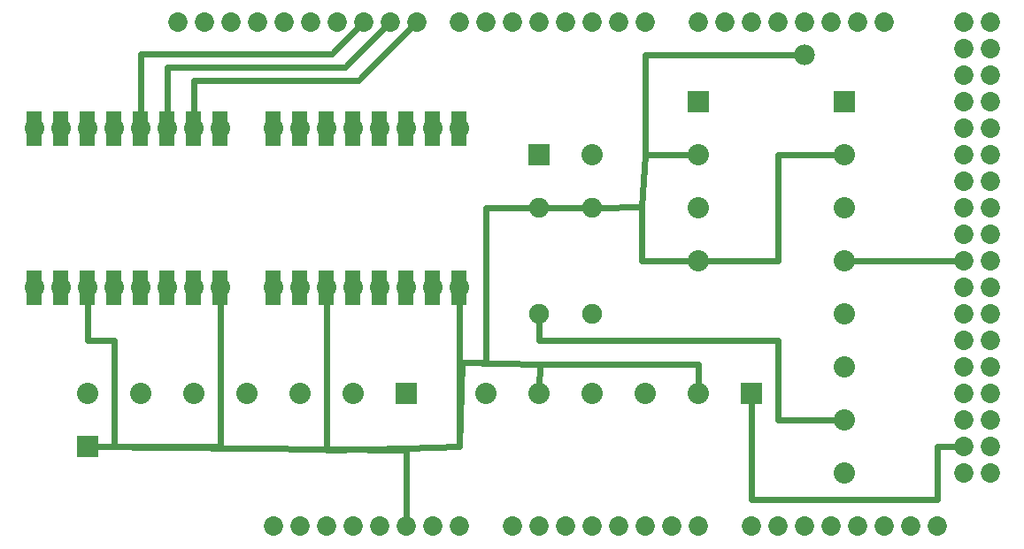
<source format=gbl>
G04 MADE WITH FRITZING*
G04 WWW.FRITZING.ORG*
G04 DOUBLE SIDED*
G04 HOLES PLATED*
G04 CONTOUR ON CENTER OF CONTOUR VECTOR*
%ASAXBY*%
%FSLAX23Y23*%
%MOIN*%
%OFA0B0*%
%SFA1.0B1.0*%
%ADD10C,0.072917*%
%ADD11C,0.074000*%
%ADD12C,0.080000*%
%ADD13C,0.075000*%
%ADD14C,0.078000*%
%ADD15R,0.079986X0.080000*%
%ADD16R,0.080000X0.080000*%
%ADD17R,0.080000X0.079986*%
%ADD18C,0.024000*%
%ADD19R,0.001000X0.001000*%
%LNCOPPER0*%
G90*
G70*
G54D10*
X3007Y105D03*
X1407Y105D03*
X3107Y105D03*
X3207Y105D03*
X3307Y105D03*
X3407Y105D03*
X3707Y1505D03*
X3507Y105D03*
X3607Y105D03*
X1447Y2005D03*
X2007Y105D03*
X2107Y105D03*
X2207Y105D03*
X2307Y105D03*
X3707Y705D03*
X2407Y105D03*
X2507Y105D03*
X2607Y105D03*
X2707Y105D03*
X2207Y2005D03*
X3707Y1905D03*
X3707Y1105D03*
X3707Y305D03*
X1047Y2005D03*
X1807Y105D03*
X1807Y2005D03*
X3707Y1705D03*
X3707Y1305D03*
X3707Y905D03*
X3407Y2005D03*
X3707Y505D03*
X3307Y2005D03*
X3207Y2005D03*
X3107Y2005D03*
X3007Y2005D03*
X2907Y2005D03*
X2807Y2005D03*
X2707Y2005D03*
X847Y2005D03*
X1247Y2005D03*
X1647Y2005D03*
X1207Y105D03*
X1607Y105D03*
X2407Y2005D03*
X2007Y2005D03*
X3707Y2005D03*
X3707Y1805D03*
X3707Y1605D03*
X3707Y1405D03*
X3707Y1205D03*
X3707Y1005D03*
X3707Y805D03*
X3707Y605D03*
X3707Y405D03*
X747Y2005D03*
X947Y2005D03*
X1147Y2005D03*
X1347Y2005D03*
X1547Y2005D03*
X1107Y105D03*
X1307Y105D03*
X1507Y105D03*
X1707Y105D03*
X2507Y2005D03*
X2307Y2005D03*
X2107Y2005D03*
X1907Y2005D03*
X3807Y2005D03*
X3807Y1905D03*
X3807Y1805D03*
X3807Y1705D03*
X3807Y1605D03*
X3807Y1505D03*
X3807Y1405D03*
X3807Y1305D03*
X3807Y1205D03*
X3807Y1105D03*
X3807Y1005D03*
X3807Y905D03*
X3807Y805D03*
X3807Y705D03*
X3807Y605D03*
X3807Y505D03*
X3807Y405D03*
X3807Y305D03*
X2907Y105D03*
G54D11*
X907Y1005D03*
X807Y1005D03*
X707Y1005D03*
X607Y1005D03*
X507Y1005D03*
X407Y1005D03*
X307Y1005D03*
X207Y1005D03*
X207Y1605D03*
X307Y1605D03*
X407Y1605D03*
X507Y1605D03*
X607Y1605D03*
X707Y1605D03*
X807Y1605D03*
X907Y1605D03*
X1807Y1005D03*
X1707Y1005D03*
X1607Y1005D03*
X1507Y1005D03*
X1407Y1005D03*
X1307Y1005D03*
X1207Y1005D03*
X1107Y1005D03*
X1107Y1605D03*
X1207Y1605D03*
X1307Y1605D03*
X1407Y1605D03*
X1507Y1605D03*
X1607Y1605D03*
X1707Y1605D03*
X1807Y1605D03*
G54D12*
X407Y405D03*
X407Y605D03*
G54D13*
X2307Y1305D03*
X2307Y905D03*
X2107Y905D03*
X2107Y1305D03*
G54D12*
X3257Y1705D03*
X3257Y1305D03*
X3257Y1505D03*
X3257Y1105D03*
X3257Y905D03*
X3257Y705D03*
X3257Y505D03*
X3257Y305D03*
X1607Y605D03*
X1407Y605D03*
X1207Y605D03*
X1007Y605D03*
X807Y605D03*
X607Y605D03*
X2907Y605D03*
X2707Y605D03*
X2507Y605D03*
X2307Y605D03*
X2107Y605D03*
X1907Y605D03*
X2707Y1505D03*
X2707Y1305D03*
X2707Y1105D03*
X2707Y1705D03*
X2107Y1505D03*
X2307Y1505D03*
G54D14*
X3107Y1882D03*
G54D15*
X407Y405D03*
G54D16*
X3257Y1705D03*
X1607Y605D03*
X2907Y605D03*
X2707Y1705D03*
G54D17*
X2107Y1505D03*
G54D18*
X1327Y1885D02*
X1433Y1991D01*
D02*
X607Y1625D02*
X607Y1885D01*
D02*
X607Y1885D02*
X1327Y1885D01*
D02*
X1427Y1785D02*
X1633Y1991D01*
D02*
X807Y1625D02*
X807Y1785D01*
D02*
X807Y1785D02*
X1427Y1785D01*
D02*
X1377Y1835D02*
X1533Y1991D01*
D02*
X707Y1835D02*
X1377Y1835D01*
D02*
X707Y1625D02*
X707Y1835D01*
D02*
X1607Y394D02*
X1607Y124D01*
D02*
X427Y405D02*
X1607Y394D01*
D02*
X407Y805D02*
X507Y805D01*
D02*
X507Y805D02*
X507Y405D01*
D02*
X407Y985D02*
X407Y805D01*
D02*
X507Y405D02*
X427Y405D01*
D02*
X1307Y394D02*
X1307Y985D01*
D02*
X1607Y399D02*
X1307Y394D01*
D02*
X427Y405D02*
X907Y405D01*
D02*
X907Y405D02*
X907Y985D01*
D02*
X1607Y399D02*
X1807Y405D01*
D02*
X1807Y405D02*
X1807Y985D01*
D02*
X2112Y716D02*
X2108Y625D01*
D02*
X1818Y721D02*
X2112Y716D01*
D02*
X1807Y405D02*
X1818Y721D01*
D02*
X2707Y716D02*
X2707Y625D01*
D02*
X2112Y716D02*
X2707Y716D01*
D02*
X1907Y721D02*
X1907Y1305D01*
D02*
X1907Y1305D02*
X2089Y1305D01*
D02*
X1818Y721D02*
X1907Y721D01*
D02*
X2124Y1305D02*
X2289Y1305D01*
D02*
X3007Y505D02*
X3237Y505D01*
D02*
X3007Y805D02*
X3007Y505D01*
D02*
X2107Y805D02*
X3007Y805D01*
D02*
X2107Y887D02*
X2107Y805D01*
D02*
X3607Y205D02*
X2907Y205D01*
D02*
X3607Y405D02*
X3607Y205D01*
D02*
X3688Y405D02*
X3607Y405D01*
D02*
X2907Y205D02*
X2907Y585D01*
D02*
X3688Y1105D02*
X3277Y1105D01*
D02*
X2496Y1310D02*
X2324Y1305D01*
D02*
X2687Y1505D02*
X2507Y1505D01*
D02*
X2507Y1505D02*
X2496Y1310D01*
D02*
X2496Y1105D02*
X2687Y1105D01*
D02*
X2496Y1310D02*
X2496Y1105D01*
D02*
X3007Y1105D02*
X3007Y1505D01*
D02*
X3007Y1505D02*
X3237Y1505D01*
D02*
X2727Y1105D02*
X3007Y1105D01*
D02*
X2507Y1505D02*
X2507Y1882D01*
D02*
X2507Y1882D02*
X3088Y1882D01*
G54D19*
X179Y1670D02*
X235Y1670D01*
X279Y1670D02*
X335Y1670D01*
X379Y1670D02*
X435Y1670D01*
X479Y1670D02*
X535Y1670D01*
X579Y1670D02*
X635Y1670D01*
X679Y1670D02*
X735Y1670D01*
X779Y1670D02*
X835Y1670D01*
X879Y1670D02*
X935Y1670D01*
X1079Y1670D02*
X1135Y1670D01*
X1179Y1670D02*
X1235Y1670D01*
X1279Y1670D02*
X1335Y1670D01*
X1379Y1670D02*
X1435Y1670D01*
X1479Y1670D02*
X1535Y1670D01*
X1579Y1670D02*
X1635Y1670D01*
X1679Y1670D02*
X1735Y1670D01*
X1779Y1670D02*
X1835Y1670D01*
X179Y1669D02*
X235Y1669D01*
X279Y1669D02*
X335Y1669D01*
X379Y1669D02*
X435Y1669D01*
X479Y1669D02*
X535Y1669D01*
X579Y1669D02*
X635Y1669D01*
X679Y1669D02*
X735Y1669D01*
X779Y1669D02*
X835Y1669D01*
X879Y1669D02*
X935Y1669D01*
X1079Y1669D02*
X1135Y1669D01*
X1179Y1669D02*
X1235Y1669D01*
X1279Y1669D02*
X1335Y1669D01*
X1379Y1669D02*
X1435Y1669D01*
X1479Y1669D02*
X1535Y1669D01*
X1579Y1669D02*
X1635Y1669D01*
X1679Y1669D02*
X1735Y1669D01*
X1779Y1669D02*
X1835Y1669D01*
X179Y1668D02*
X235Y1668D01*
X279Y1668D02*
X335Y1668D01*
X379Y1668D02*
X435Y1668D01*
X479Y1668D02*
X535Y1668D01*
X579Y1668D02*
X635Y1668D01*
X679Y1668D02*
X735Y1668D01*
X779Y1668D02*
X835Y1668D01*
X879Y1668D02*
X935Y1668D01*
X1079Y1668D02*
X1135Y1668D01*
X1179Y1668D02*
X1235Y1668D01*
X1279Y1668D02*
X1335Y1668D01*
X1379Y1668D02*
X1435Y1668D01*
X1479Y1668D02*
X1535Y1668D01*
X1579Y1668D02*
X1635Y1668D01*
X1679Y1668D02*
X1735Y1668D01*
X1779Y1668D02*
X1835Y1668D01*
X179Y1667D02*
X235Y1667D01*
X279Y1667D02*
X335Y1667D01*
X379Y1667D02*
X435Y1667D01*
X479Y1667D02*
X535Y1667D01*
X579Y1667D02*
X635Y1667D01*
X679Y1667D02*
X735Y1667D01*
X779Y1667D02*
X835Y1667D01*
X879Y1667D02*
X935Y1667D01*
X1079Y1667D02*
X1135Y1667D01*
X1179Y1667D02*
X1235Y1667D01*
X1279Y1667D02*
X1335Y1667D01*
X1379Y1667D02*
X1435Y1667D01*
X1479Y1667D02*
X1535Y1667D01*
X1579Y1667D02*
X1635Y1667D01*
X1679Y1667D02*
X1735Y1667D01*
X1779Y1667D02*
X1835Y1667D01*
X179Y1666D02*
X235Y1666D01*
X279Y1666D02*
X335Y1666D01*
X379Y1666D02*
X435Y1666D01*
X479Y1666D02*
X535Y1666D01*
X579Y1666D02*
X635Y1666D01*
X679Y1666D02*
X735Y1666D01*
X779Y1666D02*
X835Y1666D01*
X879Y1666D02*
X935Y1666D01*
X1079Y1666D02*
X1135Y1666D01*
X1179Y1666D02*
X1235Y1666D01*
X1279Y1666D02*
X1335Y1666D01*
X1379Y1666D02*
X1435Y1666D01*
X1479Y1666D02*
X1535Y1666D01*
X1579Y1666D02*
X1635Y1666D01*
X1679Y1666D02*
X1735Y1666D01*
X1779Y1666D02*
X1835Y1666D01*
X179Y1665D02*
X235Y1665D01*
X279Y1665D02*
X335Y1665D01*
X379Y1665D02*
X435Y1665D01*
X479Y1665D02*
X535Y1665D01*
X579Y1665D02*
X635Y1665D01*
X679Y1665D02*
X735Y1665D01*
X779Y1665D02*
X835Y1665D01*
X879Y1665D02*
X935Y1665D01*
X1079Y1665D02*
X1135Y1665D01*
X1179Y1665D02*
X1235Y1665D01*
X1279Y1665D02*
X1335Y1665D01*
X1379Y1665D02*
X1435Y1665D01*
X1479Y1665D02*
X1535Y1665D01*
X1579Y1665D02*
X1635Y1665D01*
X1679Y1665D02*
X1735Y1665D01*
X1779Y1665D02*
X1835Y1665D01*
X179Y1664D02*
X235Y1664D01*
X279Y1664D02*
X335Y1664D01*
X379Y1664D02*
X435Y1664D01*
X479Y1664D02*
X535Y1664D01*
X579Y1664D02*
X635Y1664D01*
X679Y1664D02*
X735Y1664D01*
X779Y1664D02*
X835Y1664D01*
X879Y1664D02*
X935Y1664D01*
X1079Y1664D02*
X1135Y1664D01*
X1179Y1664D02*
X1235Y1664D01*
X1279Y1664D02*
X1335Y1664D01*
X1379Y1664D02*
X1435Y1664D01*
X1479Y1664D02*
X1535Y1664D01*
X1579Y1664D02*
X1635Y1664D01*
X1679Y1664D02*
X1735Y1664D01*
X1779Y1664D02*
X1835Y1664D01*
X179Y1663D02*
X235Y1663D01*
X279Y1663D02*
X335Y1663D01*
X379Y1663D02*
X435Y1663D01*
X479Y1663D02*
X535Y1663D01*
X579Y1663D02*
X635Y1663D01*
X679Y1663D02*
X735Y1663D01*
X779Y1663D02*
X835Y1663D01*
X879Y1663D02*
X935Y1663D01*
X1079Y1663D02*
X1135Y1663D01*
X1179Y1663D02*
X1235Y1663D01*
X1279Y1663D02*
X1335Y1663D01*
X1379Y1663D02*
X1435Y1663D01*
X1479Y1663D02*
X1535Y1663D01*
X1579Y1663D02*
X1635Y1663D01*
X1679Y1663D02*
X1735Y1663D01*
X1779Y1663D02*
X1835Y1663D01*
X179Y1662D02*
X235Y1662D01*
X279Y1662D02*
X335Y1662D01*
X379Y1662D02*
X435Y1662D01*
X479Y1662D02*
X535Y1662D01*
X579Y1662D02*
X635Y1662D01*
X679Y1662D02*
X735Y1662D01*
X779Y1662D02*
X835Y1662D01*
X879Y1662D02*
X935Y1662D01*
X1079Y1662D02*
X1135Y1662D01*
X1179Y1662D02*
X1235Y1662D01*
X1279Y1662D02*
X1335Y1662D01*
X1379Y1662D02*
X1435Y1662D01*
X1479Y1662D02*
X1535Y1662D01*
X1579Y1662D02*
X1635Y1662D01*
X1679Y1662D02*
X1735Y1662D01*
X1779Y1662D02*
X1835Y1662D01*
X179Y1661D02*
X235Y1661D01*
X279Y1661D02*
X335Y1661D01*
X379Y1661D02*
X435Y1661D01*
X479Y1661D02*
X535Y1661D01*
X579Y1661D02*
X635Y1661D01*
X679Y1661D02*
X735Y1661D01*
X779Y1661D02*
X835Y1661D01*
X879Y1661D02*
X935Y1661D01*
X1079Y1661D02*
X1135Y1661D01*
X1179Y1661D02*
X1235Y1661D01*
X1279Y1661D02*
X1335Y1661D01*
X1379Y1661D02*
X1435Y1661D01*
X1479Y1661D02*
X1535Y1661D01*
X1579Y1661D02*
X1635Y1661D01*
X1679Y1661D02*
X1735Y1661D01*
X1779Y1661D02*
X1835Y1661D01*
X179Y1660D02*
X235Y1660D01*
X279Y1660D02*
X335Y1660D01*
X379Y1660D02*
X435Y1660D01*
X479Y1660D02*
X535Y1660D01*
X579Y1660D02*
X635Y1660D01*
X679Y1660D02*
X735Y1660D01*
X779Y1660D02*
X835Y1660D01*
X879Y1660D02*
X935Y1660D01*
X1079Y1660D02*
X1135Y1660D01*
X1179Y1660D02*
X1235Y1660D01*
X1279Y1660D02*
X1335Y1660D01*
X1379Y1660D02*
X1435Y1660D01*
X1479Y1660D02*
X1535Y1660D01*
X1579Y1660D02*
X1635Y1660D01*
X1679Y1660D02*
X1735Y1660D01*
X1779Y1660D02*
X1835Y1660D01*
X179Y1659D02*
X235Y1659D01*
X279Y1659D02*
X335Y1659D01*
X379Y1659D02*
X435Y1659D01*
X479Y1659D02*
X535Y1659D01*
X579Y1659D02*
X635Y1659D01*
X679Y1659D02*
X735Y1659D01*
X779Y1659D02*
X835Y1659D01*
X879Y1659D02*
X935Y1659D01*
X1079Y1659D02*
X1135Y1659D01*
X1179Y1659D02*
X1235Y1659D01*
X1279Y1659D02*
X1335Y1659D01*
X1379Y1659D02*
X1435Y1659D01*
X1479Y1659D02*
X1535Y1659D01*
X1579Y1659D02*
X1635Y1659D01*
X1679Y1659D02*
X1735Y1659D01*
X1779Y1659D02*
X1835Y1659D01*
X179Y1658D02*
X235Y1658D01*
X279Y1658D02*
X335Y1658D01*
X379Y1658D02*
X435Y1658D01*
X479Y1658D02*
X535Y1658D01*
X579Y1658D02*
X635Y1658D01*
X679Y1658D02*
X735Y1658D01*
X779Y1658D02*
X835Y1658D01*
X879Y1658D02*
X935Y1658D01*
X1079Y1658D02*
X1135Y1658D01*
X1179Y1658D02*
X1235Y1658D01*
X1279Y1658D02*
X1335Y1658D01*
X1379Y1658D02*
X1435Y1658D01*
X1479Y1658D02*
X1535Y1658D01*
X1579Y1658D02*
X1635Y1658D01*
X1679Y1658D02*
X1735Y1658D01*
X1779Y1658D02*
X1835Y1658D01*
X179Y1657D02*
X235Y1657D01*
X279Y1657D02*
X335Y1657D01*
X379Y1657D02*
X435Y1657D01*
X479Y1657D02*
X535Y1657D01*
X579Y1657D02*
X635Y1657D01*
X679Y1657D02*
X735Y1657D01*
X779Y1657D02*
X835Y1657D01*
X879Y1657D02*
X935Y1657D01*
X1079Y1657D02*
X1135Y1657D01*
X1179Y1657D02*
X1235Y1657D01*
X1279Y1657D02*
X1335Y1657D01*
X1379Y1657D02*
X1435Y1657D01*
X1479Y1657D02*
X1535Y1657D01*
X1579Y1657D02*
X1635Y1657D01*
X1679Y1657D02*
X1735Y1657D01*
X1779Y1657D02*
X1835Y1657D01*
X179Y1656D02*
X235Y1656D01*
X279Y1656D02*
X335Y1656D01*
X379Y1656D02*
X435Y1656D01*
X479Y1656D02*
X535Y1656D01*
X579Y1656D02*
X635Y1656D01*
X679Y1656D02*
X735Y1656D01*
X779Y1656D02*
X835Y1656D01*
X879Y1656D02*
X935Y1656D01*
X1079Y1656D02*
X1135Y1656D01*
X1179Y1656D02*
X1235Y1656D01*
X1279Y1656D02*
X1335Y1656D01*
X1379Y1656D02*
X1435Y1656D01*
X1479Y1656D02*
X1535Y1656D01*
X1579Y1656D02*
X1635Y1656D01*
X1679Y1656D02*
X1735Y1656D01*
X1779Y1656D02*
X1835Y1656D01*
X179Y1655D02*
X235Y1655D01*
X279Y1655D02*
X335Y1655D01*
X379Y1655D02*
X435Y1655D01*
X479Y1655D02*
X535Y1655D01*
X579Y1655D02*
X635Y1655D01*
X679Y1655D02*
X735Y1655D01*
X779Y1655D02*
X835Y1655D01*
X879Y1655D02*
X935Y1655D01*
X1079Y1655D02*
X1135Y1655D01*
X1179Y1655D02*
X1235Y1655D01*
X1279Y1655D02*
X1335Y1655D01*
X1379Y1655D02*
X1435Y1655D01*
X1479Y1655D02*
X1535Y1655D01*
X1579Y1655D02*
X1635Y1655D01*
X1679Y1655D02*
X1735Y1655D01*
X1779Y1655D02*
X1835Y1655D01*
X179Y1654D02*
X235Y1654D01*
X279Y1654D02*
X335Y1654D01*
X379Y1654D02*
X435Y1654D01*
X479Y1654D02*
X535Y1654D01*
X579Y1654D02*
X635Y1654D01*
X679Y1654D02*
X735Y1654D01*
X779Y1654D02*
X835Y1654D01*
X879Y1654D02*
X935Y1654D01*
X1079Y1654D02*
X1135Y1654D01*
X1179Y1654D02*
X1235Y1654D01*
X1279Y1654D02*
X1335Y1654D01*
X1379Y1654D02*
X1435Y1654D01*
X1479Y1654D02*
X1535Y1654D01*
X1579Y1654D02*
X1635Y1654D01*
X1679Y1654D02*
X1735Y1654D01*
X1779Y1654D02*
X1835Y1654D01*
X179Y1653D02*
X235Y1653D01*
X279Y1653D02*
X335Y1653D01*
X379Y1653D02*
X435Y1653D01*
X479Y1653D02*
X535Y1653D01*
X579Y1653D02*
X635Y1653D01*
X679Y1653D02*
X735Y1653D01*
X779Y1653D02*
X835Y1653D01*
X879Y1653D02*
X935Y1653D01*
X1079Y1653D02*
X1135Y1653D01*
X1179Y1653D02*
X1235Y1653D01*
X1279Y1653D02*
X1335Y1653D01*
X1379Y1653D02*
X1435Y1653D01*
X1479Y1653D02*
X1535Y1653D01*
X1579Y1653D02*
X1635Y1653D01*
X1679Y1653D02*
X1735Y1653D01*
X1779Y1653D02*
X1835Y1653D01*
X179Y1652D02*
X235Y1652D01*
X279Y1652D02*
X335Y1652D01*
X379Y1652D02*
X435Y1652D01*
X479Y1652D02*
X535Y1652D01*
X579Y1652D02*
X635Y1652D01*
X679Y1652D02*
X735Y1652D01*
X779Y1652D02*
X835Y1652D01*
X879Y1652D02*
X935Y1652D01*
X1079Y1652D02*
X1135Y1652D01*
X1179Y1652D02*
X1235Y1652D01*
X1279Y1652D02*
X1335Y1652D01*
X1379Y1652D02*
X1435Y1652D01*
X1479Y1652D02*
X1535Y1652D01*
X1579Y1652D02*
X1635Y1652D01*
X1679Y1652D02*
X1735Y1652D01*
X1779Y1652D02*
X1835Y1652D01*
X179Y1651D02*
X235Y1651D01*
X279Y1651D02*
X335Y1651D01*
X379Y1651D02*
X435Y1651D01*
X479Y1651D02*
X535Y1651D01*
X579Y1651D02*
X635Y1651D01*
X679Y1651D02*
X735Y1651D01*
X779Y1651D02*
X835Y1651D01*
X879Y1651D02*
X935Y1651D01*
X1079Y1651D02*
X1135Y1651D01*
X1179Y1651D02*
X1235Y1651D01*
X1279Y1651D02*
X1335Y1651D01*
X1379Y1651D02*
X1435Y1651D01*
X1479Y1651D02*
X1535Y1651D01*
X1579Y1651D02*
X1635Y1651D01*
X1679Y1651D02*
X1735Y1651D01*
X1779Y1651D02*
X1835Y1651D01*
X179Y1650D02*
X235Y1650D01*
X279Y1650D02*
X335Y1650D01*
X379Y1650D02*
X435Y1650D01*
X479Y1650D02*
X535Y1650D01*
X579Y1650D02*
X635Y1650D01*
X679Y1650D02*
X735Y1650D01*
X779Y1650D02*
X835Y1650D01*
X879Y1650D02*
X935Y1650D01*
X1079Y1650D02*
X1135Y1650D01*
X1179Y1650D02*
X1235Y1650D01*
X1279Y1650D02*
X1335Y1650D01*
X1379Y1650D02*
X1435Y1650D01*
X1479Y1650D02*
X1535Y1650D01*
X1579Y1650D02*
X1635Y1650D01*
X1679Y1650D02*
X1735Y1650D01*
X1779Y1650D02*
X1835Y1650D01*
X179Y1649D02*
X235Y1649D01*
X279Y1649D02*
X335Y1649D01*
X379Y1649D02*
X435Y1649D01*
X479Y1649D02*
X535Y1649D01*
X579Y1649D02*
X635Y1649D01*
X679Y1649D02*
X735Y1649D01*
X779Y1649D02*
X835Y1649D01*
X879Y1649D02*
X935Y1649D01*
X1079Y1649D02*
X1135Y1649D01*
X1179Y1649D02*
X1235Y1649D01*
X1279Y1649D02*
X1335Y1649D01*
X1379Y1649D02*
X1435Y1649D01*
X1479Y1649D02*
X1535Y1649D01*
X1579Y1649D02*
X1635Y1649D01*
X1679Y1649D02*
X1735Y1649D01*
X1779Y1649D02*
X1835Y1649D01*
X179Y1648D02*
X235Y1648D01*
X279Y1648D02*
X335Y1648D01*
X379Y1648D02*
X435Y1648D01*
X479Y1648D02*
X535Y1648D01*
X579Y1648D02*
X635Y1648D01*
X679Y1648D02*
X735Y1648D01*
X779Y1648D02*
X835Y1648D01*
X879Y1648D02*
X935Y1648D01*
X1079Y1648D02*
X1135Y1648D01*
X1179Y1648D02*
X1235Y1648D01*
X1279Y1648D02*
X1335Y1648D01*
X1379Y1648D02*
X1435Y1648D01*
X1479Y1648D02*
X1535Y1648D01*
X1579Y1648D02*
X1635Y1648D01*
X1679Y1648D02*
X1735Y1648D01*
X1779Y1648D02*
X1835Y1648D01*
X179Y1647D02*
X235Y1647D01*
X279Y1647D02*
X335Y1647D01*
X379Y1647D02*
X435Y1647D01*
X479Y1647D02*
X535Y1647D01*
X579Y1647D02*
X635Y1647D01*
X679Y1647D02*
X735Y1647D01*
X779Y1647D02*
X835Y1647D01*
X879Y1647D02*
X935Y1647D01*
X1079Y1647D02*
X1135Y1647D01*
X1179Y1647D02*
X1235Y1647D01*
X1279Y1647D02*
X1335Y1647D01*
X1379Y1647D02*
X1435Y1647D01*
X1479Y1647D02*
X1535Y1647D01*
X1579Y1647D02*
X1635Y1647D01*
X1679Y1647D02*
X1735Y1647D01*
X1779Y1647D02*
X1835Y1647D01*
X179Y1646D02*
X235Y1646D01*
X279Y1646D02*
X335Y1646D01*
X379Y1646D02*
X435Y1646D01*
X479Y1646D02*
X535Y1646D01*
X579Y1646D02*
X635Y1646D01*
X679Y1646D02*
X735Y1646D01*
X779Y1646D02*
X835Y1646D01*
X879Y1646D02*
X935Y1646D01*
X1079Y1646D02*
X1135Y1646D01*
X1179Y1646D02*
X1235Y1646D01*
X1279Y1646D02*
X1335Y1646D01*
X1379Y1646D02*
X1435Y1646D01*
X1479Y1646D02*
X1535Y1646D01*
X1579Y1646D02*
X1635Y1646D01*
X1679Y1646D02*
X1735Y1646D01*
X1779Y1646D02*
X1835Y1646D01*
X179Y1645D02*
X235Y1645D01*
X279Y1645D02*
X335Y1645D01*
X379Y1645D02*
X435Y1645D01*
X479Y1645D02*
X535Y1645D01*
X579Y1645D02*
X635Y1645D01*
X679Y1645D02*
X735Y1645D01*
X779Y1645D02*
X835Y1645D01*
X879Y1645D02*
X935Y1645D01*
X1079Y1645D02*
X1135Y1645D01*
X1179Y1645D02*
X1235Y1645D01*
X1279Y1645D02*
X1335Y1645D01*
X1379Y1645D02*
X1435Y1645D01*
X1479Y1645D02*
X1535Y1645D01*
X1579Y1645D02*
X1635Y1645D01*
X1679Y1645D02*
X1735Y1645D01*
X1779Y1645D02*
X1835Y1645D01*
X179Y1644D02*
X235Y1644D01*
X279Y1644D02*
X335Y1644D01*
X379Y1644D02*
X435Y1644D01*
X479Y1644D02*
X535Y1644D01*
X579Y1644D02*
X635Y1644D01*
X679Y1644D02*
X735Y1644D01*
X779Y1644D02*
X835Y1644D01*
X879Y1644D02*
X935Y1644D01*
X1079Y1644D02*
X1135Y1644D01*
X1179Y1644D02*
X1235Y1644D01*
X1279Y1644D02*
X1335Y1644D01*
X1379Y1644D02*
X1435Y1644D01*
X1479Y1644D02*
X1535Y1644D01*
X1579Y1644D02*
X1635Y1644D01*
X1679Y1644D02*
X1735Y1644D01*
X1779Y1644D02*
X1835Y1644D01*
X179Y1643D02*
X235Y1643D01*
X279Y1643D02*
X335Y1643D01*
X379Y1643D02*
X435Y1643D01*
X479Y1643D02*
X535Y1643D01*
X579Y1643D02*
X635Y1643D01*
X679Y1643D02*
X735Y1643D01*
X779Y1643D02*
X835Y1643D01*
X879Y1643D02*
X935Y1643D01*
X1079Y1643D02*
X1135Y1643D01*
X1179Y1643D02*
X1235Y1643D01*
X1279Y1643D02*
X1335Y1643D01*
X1379Y1643D02*
X1435Y1643D01*
X1479Y1643D02*
X1535Y1643D01*
X1579Y1643D02*
X1635Y1643D01*
X1679Y1643D02*
X1735Y1643D01*
X1779Y1643D02*
X1835Y1643D01*
X179Y1642D02*
X235Y1642D01*
X279Y1642D02*
X335Y1642D01*
X379Y1642D02*
X435Y1642D01*
X479Y1642D02*
X535Y1642D01*
X579Y1642D02*
X635Y1642D01*
X679Y1642D02*
X735Y1642D01*
X779Y1642D02*
X835Y1642D01*
X879Y1642D02*
X935Y1642D01*
X1079Y1642D02*
X1135Y1642D01*
X1179Y1642D02*
X1235Y1642D01*
X1279Y1642D02*
X1335Y1642D01*
X1379Y1642D02*
X1435Y1642D01*
X1479Y1642D02*
X1535Y1642D01*
X1579Y1642D02*
X1635Y1642D01*
X1679Y1642D02*
X1735Y1642D01*
X1779Y1642D02*
X1835Y1642D01*
X179Y1641D02*
X235Y1641D01*
X279Y1641D02*
X335Y1641D01*
X379Y1641D02*
X435Y1641D01*
X479Y1641D02*
X535Y1641D01*
X579Y1641D02*
X635Y1641D01*
X679Y1641D02*
X735Y1641D01*
X779Y1641D02*
X835Y1641D01*
X879Y1641D02*
X935Y1641D01*
X1079Y1641D02*
X1135Y1641D01*
X1179Y1641D02*
X1235Y1641D01*
X1279Y1641D02*
X1335Y1641D01*
X1379Y1641D02*
X1435Y1641D01*
X1479Y1641D02*
X1535Y1641D01*
X1579Y1641D02*
X1635Y1641D01*
X1679Y1641D02*
X1735Y1641D01*
X1779Y1641D02*
X1835Y1641D01*
X179Y1640D02*
X235Y1640D01*
X279Y1640D02*
X335Y1640D01*
X379Y1640D02*
X435Y1640D01*
X479Y1640D02*
X535Y1640D01*
X579Y1640D02*
X635Y1640D01*
X679Y1640D02*
X735Y1640D01*
X779Y1640D02*
X835Y1640D01*
X879Y1640D02*
X935Y1640D01*
X1079Y1640D02*
X1135Y1640D01*
X1179Y1640D02*
X1235Y1640D01*
X1279Y1640D02*
X1335Y1640D01*
X1379Y1640D02*
X1435Y1640D01*
X1479Y1640D02*
X1535Y1640D01*
X1579Y1640D02*
X1635Y1640D01*
X1679Y1640D02*
X1735Y1640D01*
X1779Y1640D02*
X1835Y1640D01*
X179Y1639D02*
X235Y1639D01*
X279Y1639D02*
X335Y1639D01*
X379Y1639D02*
X435Y1639D01*
X479Y1639D02*
X535Y1639D01*
X579Y1639D02*
X635Y1639D01*
X679Y1639D02*
X735Y1639D01*
X779Y1639D02*
X835Y1639D01*
X879Y1639D02*
X935Y1639D01*
X1079Y1639D02*
X1135Y1639D01*
X1179Y1639D02*
X1235Y1639D01*
X1279Y1639D02*
X1335Y1639D01*
X1379Y1639D02*
X1435Y1639D01*
X1479Y1639D02*
X1535Y1639D01*
X1579Y1639D02*
X1635Y1639D01*
X1679Y1639D02*
X1735Y1639D01*
X1779Y1639D02*
X1835Y1639D01*
X179Y1638D02*
X235Y1638D01*
X279Y1638D02*
X335Y1638D01*
X379Y1638D02*
X435Y1638D01*
X479Y1638D02*
X535Y1638D01*
X579Y1638D02*
X635Y1638D01*
X679Y1638D02*
X735Y1638D01*
X779Y1638D02*
X835Y1638D01*
X879Y1638D02*
X935Y1638D01*
X1079Y1638D02*
X1135Y1638D01*
X1179Y1638D02*
X1235Y1638D01*
X1279Y1638D02*
X1335Y1638D01*
X1379Y1638D02*
X1435Y1638D01*
X1479Y1638D02*
X1535Y1638D01*
X1579Y1638D02*
X1635Y1638D01*
X1679Y1638D02*
X1735Y1638D01*
X1779Y1638D02*
X1835Y1638D01*
X179Y1637D02*
X235Y1637D01*
X279Y1637D02*
X335Y1637D01*
X379Y1637D02*
X435Y1637D01*
X479Y1637D02*
X535Y1637D01*
X579Y1637D02*
X635Y1637D01*
X679Y1637D02*
X735Y1637D01*
X779Y1637D02*
X835Y1637D01*
X879Y1637D02*
X935Y1637D01*
X1079Y1637D02*
X1135Y1637D01*
X1179Y1637D02*
X1235Y1637D01*
X1279Y1637D02*
X1335Y1637D01*
X1379Y1637D02*
X1435Y1637D01*
X1479Y1637D02*
X1535Y1637D01*
X1579Y1637D02*
X1635Y1637D01*
X1679Y1637D02*
X1735Y1637D01*
X1779Y1637D02*
X1835Y1637D01*
X179Y1636D02*
X235Y1636D01*
X279Y1636D02*
X335Y1636D01*
X379Y1636D02*
X435Y1636D01*
X479Y1636D02*
X535Y1636D01*
X579Y1636D02*
X635Y1636D01*
X679Y1636D02*
X735Y1636D01*
X779Y1636D02*
X835Y1636D01*
X879Y1636D02*
X935Y1636D01*
X1079Y1636D02*
X1135Y1636D01*
X1179Y1636D02*
X1235Y1636D01*
X1279Y1636D02*
X1335Y1636D01*
X1379Y1636D02*
X1435Y1636D01*
X1479Y1636D02*
X1535Y1636D01*
X1579Y1636D02*
X1635Y1636D01*
X1679Y1636D02*
X1735Y1636D01*
X1779Y1636D02*
X1835Y1636D01*
X179Y1635D02*
X235Y1635D01*
X279Y1635D02*
X335Y1635D01*
X379Y1635D02*
X435Y1635D01*
X479Y1635D02*
X535Y1635D01*
X579Y1635D02*
X635Y1635D01*
X679Y1635D02*
X735Y1635D01*
X779Y1635D02*
X835Y1635D01*
X879Y1635D02*
X935Y1635D01*
X1079Y1635D02*
X1135Y1635D01*
X1179Y1635D02*
X1235Y1635D01*
X1279Y1635D02*
X1335Y1635D01*
X1379Y1635D02*
X1435Y1635D01*
X1479Y1635D02*
X1535Y1635D01*
X1579Y1635D02*
X1635Y1635D01*
X1679Y1635D02*
X1735Y1635D01*
X1779Y1635D02*
X1835Y1635D01*
X179Y1634D02*
X235Y1634D01*
X279Y1634D02*
X335Y1634D01*
X379Y1634D02*
X435Y1634D01*
X479Y1634D02*
X535Y1634D01*
X579Y1634D02*
X635Y1634D01*
X679Y1634D02*
X735Y1634D01*
X779Y1634D02*
X835Y1634D01*
X879Y1634D02*
X935Y1634D01*
X1079Y1634D02*
X1135Y1634D01*
X1179Y1634D02*
X1235Y1634D01*
X1279Y1634D02*
X1335Y1634D01*
X1379Y1634D02*
X1435Y1634D01*
X1479Y1634D02*
X1535Y1634D01*
X1579Y1634D02*
X1635Y1634D01*
X1679Y1634D02*
X1735Y1634D01*
X1779Y1634D02*
X1835Y1634D01*
X179Y1633D02*
X200Y1633D01*
X214Y1633D02*
X235Y1633D01*
X279Y1633D02*
X300Y1633D01*
X314Y1633D02*
X335Y1633D01*
X379Y1633D02*
X400Y1633D01*
X414Y1633D02*
X435Y1633D01*
X479Y1633D02*
X500Y1633D01*
X514Y1633D02*
X535Y1633D01*
X579Y1633D02*
X600Y1633D01*
X614Y1633D02*
X635Y1633D01*
X679Y1633D02*
X700Y1633D01*
X714Y1633D02*
X735Y1633D01*
X779Y1633D02*
X800Y1633D01*
X814Y1633D02*
X835Y1633D01*
X879Y1633D02*
X900Y1633D01*
X914Y1633D02*
X935Y1633D01*
X1079Y1633D02*
X1100Y1633D01*
X1114Y1633D02*
X1135Y1633D01*
X1179Y1633D02*
X1200Y1633D01*
X1214Y1633D02*
X1235Y1633D01*
X1279Y1633D02*
X1300Y1633D01*
X1314Y1633D02*
X1335Y1633D01*
X1379Y1633D02*
X1400Y1633D01*
X1414Y1633D02*
X1435Y1633D01*
X1479Y1633D02*
X1500Y1633D01*
X1514Y1633D02*
X1535Y1633D01*
X1579Y1633D02*
X1600Y1633D01*
X1614Y1633D02*
X1635Y1633D01*
X1679Y1633D02*
X1700Y1633D01*
X1714Y1633D02*
X1735Y1633D01*
X1779Y1633D02*
X1800Y1633D01*
X1814Y1633D02*
X1835Y1633D01*
X179Y1632D02*
X197Y1632D01*
X217Y1632D02*
X235Y1632D01*
X279Y1632D02*
X297Y1632D01*
X317Y1632D02*
X335Y1632D01*
X379Y1632D02*
X397Y1632D01*
X417Y1632D02*
X435Y1632D01*
X479Y1632D02*
X497Y1632D01*
X517Y1632D02*
X535Y1632D01*
X579Y1632D02*
X597Y1632D01*
X617Y1632D02*
X635Y1632D01*
X679Y1632D02*
X697Y1632D01*
X717Y1632D02*
X735Y1632D01*
X779Y1632D02*
X797Y1632D01*
X817Y1632D02*
X835Y1632D01*
X879Y1632D02*
X897Y1632D01*
X917Y1632D02*
X935Y1632D01*
X1079Y1632D02*
X1097Y1632D01*
X1117Y1632D02*
X1135Y1632D01*
X1179Y1632D02*
X1197Y1632D01*
X1217Y1632D02*
X1235Y1632D01*
X1279Y1632D02*
X1297Y1632D01*
X1317Y1632D02*
X1335Y1632D01*
X1379Y1632D02*
X1397Y1632D01*
X1417Y1632D02*
X1435Y1632D01*
X1479Y1632D02*
X1497Y1632D01*
X1517Y1632D02*
X1535Y1632D01*
X1579Y1632D02*
X1597Y1632D01*
X1617Y1632D02*
X1635Y1632D01*
X1679Y1632D02*
X1697Y1632D01*
X1717Y1632D02*
X1735Y1632D01*
X1779Y1632D02*
X1797Y1632D01*
X1817Y1632D02*
X1835Y1632D01*
X179Y1631D02*
X195Y1631D01*
X220Y1631D02*
X235Y1631D01*
X279Y1631D02*
X294Y1631D01*
X320Y1631D02*
X335Y1631D01*
X379Y1631D02*
X394Y1631D01*
X420Y1631D02*
X435Y1631D01*
X479Y1631D02*
X494Y1631D01*
X520Y1631D02*
X535Y1631D01*
X579Y1631D02*
X594Y1631D01*
X620Y1631D02*
X635Y1631D01*
X679Y1631D02*
X694Y1631D01*
X720Y1631D02*
X735Y1631D01*
X779Y1631D02*
X794Y1631D01*
X820Y1631D02*
X835Y1631D01*
X879Y1631D02*
X894Y1631D01*
X920Y1631D02*
X935Y1631D01*
X1079Y1631D02*
X1094Y1631D01*
X1119Y1631D02*
X1135Y1631D01*
X1179Y1631D02*
X1194Y1631D01*
X1219Y1631D02*
X1235Y1631D01*
X1279Y1631D02*
X1294Y1631D01*
X1319Y1631D02*
X1335Y1631D01*
X1379Y1631D02*
X1394Y1631D01*
X1419Y1631D02*
X1435Y1631D01*
X1479Y1631D02*
X1494Y1631D01*
X1519Y1631D02*
X1535Y1631D01*
X1579Y1631D02*
X1594Y1631D01*
X1619Y1631D02*
X1635Y1631D01*
X1679Y1631D02*
X1694Y1631D01*
X1719Y1631D02*
X1735Y1631D01*
X1779Y1631D02*
X1794Y1631D01*
X1819Y1631D02*
X1835Y1631D01*
X179Y1630D02*
X193Y1630D01*
X222Y1630D02*
X235Y1630D01*
X279Y1630D02*
X293Y1630D01*
X322Y1630D02*
X335Y1630D01*
X379Y1630D02*
X393Y1630D01*
X422Y1630D02*
X435Y1630D01*
X479Y1630D02*
X492Y1630D01*
X522Y1630D02*
X535Y1630D01*
X579Y1630D02*
X592Y1630D01*
X622Y1630D02*
X635Y1630D01*
X679Y1630D02*
X692Y1630D01*
X722Y1630D02*
X735Y1630D01*
X779Y1630D02*
X792Y1630D01*
X822Y1630D02*
X835Y1630D01*
X879Y1630D02*
X892Y1630D01*
X921Y1630D02*
X935Y1630D01*
X1079Y1630D02*
X1092Y1630D01*
X1121Y1630D02*
X1135Y1630D01*
X1179Y1630D02*
X1192Y1630D01*
X1221Y1630D02*
X1235Y1630D01*
X1279Y1630D02*
X1292Y1630D01*
X1321Y1630D02*
X1335Y1630D01*
X1379Y1630D02*
X1392Y1630D01*
X1421Y1630D02*
X1435Y1630D01*
X1479Y1630D02*
X1492Y1630D01*
X1521Y1630D02*
X1535Y1630D01*
X1579Y1630D02*
X1592Y1630D01*
X1621Y1630D02*
X1635Y1630D01*
X1679Y1630D02*
X1692Y1630D01*
X1721Y1630D02*
X1735Y1630D01*
X1779Y1630D02*
X1792Y1630D01*
X1821Y1630D02*
X1835Y1630D01*
X179Y1629D02*
X191Y1629D01*
X223Y1629D02*
X235Y1629D01*
X279Y1629D02*
X291Y1629D01*
X323Y1629D02*
X335Y1629D01*
X379Y1629D02*
X391Y1629D01*
X423Y1629D02*
X435Y1629D01*
X479Y1629D02*
X491Y1629D01*
X523Y1629D02*
X535Y1629D01*
X579Y1629D02*
X591Y1629D01*
X623Y1629D02*
X635Y1629D01*
X679Y1629D02*
X691Y1629D01*
X723Y1629D02*
X735Y1629D01*
X779Y1629D02*
X791Y1629D01*
X823Y1629D02*
X835Y1629D01*
X879Y1629D02*
X891Y1629D01*
X923Y1629D02*
X935Y1629D01*
X1079Y1629D02*
X1091Y1629D01*
X1123Y1629D02*
X1135Y1629D01*
X1179Y1629D02*
X1191Y1629D01*
X1223Y1629D02*
X1235Y1629D01*
X1279Y1629D02*
X1291Y1629D01*
X1323Y1629D02*
X1335Y1629D01*
X1379Y1629D02*
X1391Y1629D01*
X1423Y1629D02*
X1435Y1629D01*
X1479Y1629D02*
X1491Y1629D01*
X1523Y1629D02*
X1535Y1629D01*
X1579Y1629D02*
X1591Y1629D01*
X1623Y1629D02*
X1635Y1629D01*
X1679Y1629D02*
X1691Y1629D01*
X1723Y1629D02*
X1735Y1629D01*
X1779Y1629D02*
X1791Y1629D01*
X1823Y1629D02*
X1835Y1629D01*
X179Y1628D02*
X190Y1628D01*
X225Y1628D02*
X235Y1628D01*
X279Y1628D02*
X290Y1628D01*
X325Y1628D02*
X335Y1628D01*
X379Y1628D02*
X390Y1628D01*
X425Y1628D02*
X435Y1628D01*
X479Y1628D02*
X490Y1628D01*
X525Y1628D02*
X535Y1628D01*
X579Y1628D02*
X590Y1628D01*
X624Y1628D02*
X635Y1628D01*
X679Y1628D02*
X690Y1628D01*
X724Y1628D02*
X735Y1628D01*
X779Y1628D02*
X789Y1628D01*
X824Y1628D02*
X835Y1628D01*
X879Y1628D02*
X889Y1628D01*
X924Y1628D02*
X935Y1628D01*
X1079Y1628D02*
X1089Y1628D01*
X1124Y1628D02*
X1135Y1628D01*
X1179Y1628D02*
X1189Y1628D01*
X1224Y1628D02*
X1235Y1628D01*
X1279Y1628D02*
X1289Y1628D01*
X1324Y1628D02*
X1335Y1628D01*
X1379Y1628D02*
X1389Y1628D01*
X1424Y1628D02*
X1435Y1628D01*
X1479Y1628D02*
X1489Y1628D01*
X1524Y1628D02*
X1535Y1628D01*
X1579Y1628D02*
X1589Y1628D01*
X1624Y1628D02*
X1635Y1628D01*
X1679Y1628D02*
X1689Y1628D01*
X1724Y1628D02*
X1735Y1628D01*
X1779Y1628D02*
X1789Y1628D01*
X1824Y1628D02*
X1835Y1628D01*
X179Y1627D02*
X188Y1627D01*
X226Y1627D02*
X235Y1627D01*
X279Y1627D02*
X288Y1627D01*
X326Y1627D02*
X335Y1627D01*
X379Y1627D02*
X388Y1627D01*
X426Y1627D02*
X435Y1627D01*
X479Y1627D02*
X488Y1627D01*
X526Y1627D02*
X535Y1627D01*
X579Y1627D02*
X588Y1627D01*
X626Y1627D02*
X635Y1627D01*
X679Y1627D02*
X688Y1627D01*
X726Y1627D02*
X735Y1627D01*
X779Y1627D02*
X788Y1627D01*
X826Y1627D02*
X835Y1627D01*
X879Y1627D02*
X888Y1627D01*
X926Y1627D02*
X935Y1627D01*
X1079Y1627D02*
X1088Y1627D01*
X1126Y1627D02*
X1135Y1627D01*
X1179Y1627D02*
X1188Y1627D01*
X1226Y1627D02*
X1235Y1627D01*
X1279Y1627D02*
X1288Y1627D01*
X1326Y1627D02*
X1335Y1627D01*
X1379Y1627D02*
X1388Y1627D01*
X1426Y1627D02*
X1435Y1627D01*
X1479Y1627D02*
X1488Y1627D01*
X1525Y1627D02*
X1535Y1627D01*
X1579Y1627D02*
X1588Y1627D01*
X1625Y1627D02*
X1635Y1627D01*
X1679Y1627D02*
X1688Y1627D01*
X1725Y1627D02*
X1735Y1627D01*
X1779Y1627D02*
X1788Y1627D01*
X1825Y1627D02*
X1835Y1627D01*
X179Y1626D02*
X187Y1626D01*
X227Y1626D02*
X235Y1626D01*
X279Y1626D02*
X287Y1626D01*
X327Y1626D02*
X335Y1626D01*
X379Y1626D02*
X387Y1626D01*
X427Y1626D02*
X435Y1626D01*
X479Y1626D02*
X487Y1626D01*
X527Y1626D02*
X535Y1626D01*
X579Y1626D02*
X587Y1626D01*
X627Y1626D02*
X635Y1626D01*
X679Y1626D02*
X687Y1626D01*
X727Y1626D02*
X735Y1626D01*
X779Y1626D02*
X787Y1626D01*
X827Y1626D02*
X835Y1626D01*
X879Y1626D02*
X887Y1626D01*
X927Y1626D02*
X935Y1626D01*
X1079Y1626D02*
X1087Y1626D01*
X1127Y1626D02*
X1135Y1626D01*
X1179Y1626D02*
X1187Y1626D01*
X1227Y1626D02*
X1235Y1626D01*
X1279Y1626D02*
X1287Y1626D01*
X1327Y1626D02*
X1335Y1626D01*
X1379Y1626D02*
X1387Y1626D01*
X1427Y1626D02*
X1435Y1626D01*
X1479Y1626D02*
X1487Y1626D01*
X1527Y1626D02*
X1535Y1626D01*
X1579Y1626D02*
X1587Y1626D01*
X1627Y1626D02*
X1635Y1626D01*
X1679Y1626D02*
X1687Y1626D01*
X1727Y1626D02*
X1735Y1626D01*
X1779Y1626D02*
X1787Y1626D01*
X1827Y1626D02*
X1835Y1626D01*
X179Y1625D02*
X186Y1625D01*
X228Y1625D02*
X235Y1625D01*
X279Y1625D02*
X286Y1625D01*
X328Y1625D02*
X335Y1625D01*
X379Y1625D02*
X386Y1625D01*
X428Y1625D02*
X435Y1625D01*
X479Y1625D02*
X486Y1625D01*
X528Y1625D02*
X535Y1625D01*
X579Y1625D02*
X586Y1625D01*
X628Y1625D02*
X635Y1625D01*
X679Y1625D02*
X686Y1625D01*
X728Y1625D02*
X735Y1625D01*
X779Y1625D02*
X786Y1625D01*
X828Y1625D02*
X835Y1625D01*
X879Y1625D02*
X886Y1625D01*
X928Y1625D02*
X935Y1625D01*
X1079Y1625D02*
X1086Y1625D01*
X1128Y1625D02*
X1135Y1625D01*
X1179Y1625D02*
X1186Y1625D01*
X1228Y1625D02*
X1235Y1625D01*
X1279Y1625D02*
X1286Y1625D01*
X1328Y1625D02*
X1335Y1625D01*
X1379Y1625D02*
X1386Y1625D01*
X1428Y1625D02*
X1435Y1625D01*
X1479Y1625D02*
X1486Y1625D01*
X1528Y1625D02*
X1535Y1625D01*
X1579Y1625D02*
X1586Y1625D01*
X1628Y1625D02*
X1635Y1625D01*
X1679Y1625D02*
X1686Y1625D01*
X1728Y1625D02*
X1735Y1625D01*
X1779Y1625D02*
X1786Y1625D01*
X1828Y1625D02*
X1835Y1625D01*
X179Y1624D02*
X185Y1624D01*
X229Y1624D02*
X235Y1624D01*
X279Y1624D02*
X285Y1624D01*
X329Y1624D02*
X335Y1624D01*
X379Y1624D02*
X385Y1624D01*
X429Y1624D02*
X435Y1624D01*
X479Y1624D02*
X485Y1624D01*
X529Y1624D02*
X535Y1624D01*
X579Y1624D02*
X585Y1624D01*
X629Y1624D02*
X635Y1624D01*
X679Y1624D02*
X685Y1624D01*
X729Y1624D02*
X735Y1624D01*
X779Y1624D02*
X785Y1624D01*
X829Y1624D02*
X835Y1624D01*
X879Y1624D02*
X885Y1624D01*
X929Y1624D02*
X935Y1624D01*
X1079Y1624D02*
X1085Y1624D01*
X1129Y1624D02*
X1135Y1624D01*
X1179Y1624D02*
X1185Y1624D01*
X1229Y1624D02*
X1235Y1624D01*
X1279Y1624D02*
X1285Y1624D01*
X1329Y1624D02*
X1335Y1624D01*
X1379Y1624D02*
X1385Y1624D01*
X1429Y1624D02*
X1435Y1624D01*
X1479Y1624D02*
X1485Y1624D01*
X1529Y1624D02*
X1535Y1624D01*
X1579Y1624D02*
X1585Y1624D01*
X1629Y1624D02*
X1635Y1624D01*
X1679Y1624D02*
X1685Y1624D01*
X1729Y1624D02*
X1735Y1624D01*
X1779Y1624D02*
X1785Y1624D01*
X1829Y1624D02*
X1835Y1624D01*
X179Y1623D02*
X185Y1623D01*
X230Y1623D02*
X235Y1623D01*
X279Y1623D02*
X284Y1623D01*
X330Y1623D02*
X335Y1623D01*
X379Y1623D02*
X384Y1623D01*
X430Y1623D02*
X435Y1623D01*
X479Y1623D02*
X484Y1623D01*
X530Y1623D02*
X535Y1623D01*
X579Y1623D02*
X584Y1623D01*
X630Y1623D02*
X635Y1623D01*
X679Y1623D02*
X684Y1623D01*
X730Y1623D02*
X735Y1623D01*
X779Y1623D02*
X784Y1623D01*
X830Y1623D02*
X835Y1623D01*
X879Y1623D02*
X884Y1623D01*
X930Y1623D02*
X935Y1623D01*
X1079Y1623D02*
X1084Y1623D01*
X1130Y1623D02*
X1135Y1623D01*
X1179Y1623D02*
X1184Y1623D01*
X1229Y1623D02*
X1235Y1623D01*
X1279Y1623D02*
X1284Y1623D01*
X1329Y1623D02*
X1335Y1623D01*
X1379Y1623D02*
X1384Y1623D01*
X1429Y1623D02*
X1435Y1623D01*
X1479Y1623D02*
X1484Y1623D01*
X1529Y1623D02*
X1535Y1623D01*
X1579Y1623D02*
X1584Y1623D01*
X1629Y1623D02*
X1635Y1623D01*
X1679Y1623D02*
X1684Y1623D01*
X1729Y1623D02*
X1735Y1623D01*
X1779Y1623D02*
X1784Y1623D01*
X1829Y1623D02*
X1835Y1623D01*
X179Y1622D02*
X184Y1622D01*
X231Y1622D02*
X235Y1622D01*
X279Y1622D02*
X284Y1622D01*
X331Y1622D02*
X335Y1622D01*
X379Y1622D02*
X384Y1622D01*
X430Y1622D02*
X435Y1622D01*
X479Y1622D02*
X484Y1622D01*
X530Y1622D02*
X535Y1622D01*
X579Y1622D02*
X584Y1622D01*
X630Y1622D02*
X635Y1622D01*
X679Y1622D02*
X684Y1622D01*
X730Y1622D02*
X735Y1622D01*
X779Y1622D02*
X784Y1622D01*
X830Y1622D02*
X835Y1622D01*
X879Y1622D02*
X884Y1622D01*
X930Y1622D02*
X935Y1622D01*
X1079Y1622D02*
X1083Y1622D01*
X1130Y1622D02*
X1135Y1622D01*
X1179Y1622D02*
X1183Y1622D01*
X1230Y1622D02*
X1235Y1622D01*
X1279Y1622D02*
X1283Y1622D01*
X1330Y1622D02*
X1335Y1622D01*
X1379Y1622D02*
X1383Y1622D01*
X1430Y1622D02*
X1435Y1622D01*
X1479Y1622D02*
X1483Y1622D01*
X1530Y1622D02*
X1535Y1622D01*
X1579Y1622D02*
X1583Y1622D01*
X1630Y1622D02*
X1635Y1622D01*
X1679Y1622D02*
X1683Y1622D01*
X1730Y1622D02*
X1735Y1622D01*
X1779Y1622D02*
X1783Y1622D01*
X1830Y1622D02*
X1835Y1622D01*
X179Y1621D02*
X183Y1621D01*
X231Y1621D02*
X235Y1621D01*
X279Y1621D02*
X283Y1621D01*
X331Y1621D02*
X335Y1621D01*
X379Y1621D02*
X383Y1621D01*
X431Y1621D02*
X435Y1621D01*
X479Y1621D02*
X483Y1621D01*
X531Y1621D02*
X535Y1621D01*
X579Y1621D02*
X583Y1621D01*
X631Y1621D02*
X635Y1621D01*
X679Y1621D02*
X683Y1621D01*
X731Y1621D02*
X735Y1621D01*
X779Y1621D02*
X783Y1621D01*
X831Y1621D02*
X835Y1621D01*
X879Y1621D02*
X883Y1621D01*
X931Y1621D02*
X935Y1621D01*
X1079Y1621D02*
X1083Y1621D01*
X1131Y1621D02*
X1135Y1621D01*
X1179Y1621D02*
X1183Y1621D01*
X1231Y1621D02*
X1235Y1621D01*
X1279Y1621D02*
X1283Y1621D01*
X1331Y1621D02*
X1335Y1621D01*
X1379Y1621D02*
X1383Y1621D01*
X1431Y1621D02*
X1435Y1621D01*
X1479Y1621D02*
X1483Y1621D01*
X1531Y1621D02*
X1535Y1621D01*
X1579Y1621D02*
X1583Y1621D01*
X1631Y1621D02*
X1635Y1621D01*
X1679Y1621D02*
X1683Y1621D01*
X1731Y1621D02*
X1735Y1621D01*
X1779Y1621D02*
X1783Y1621D01*
X1831Y1621D02*
X1835Y1621D01*
X179Y1620D02*
X182Y1620D01*
X232Y1620D02*
X235Y1620D01*
X279Y1620D02*
X282Y1620D01*
X332Y1620D02*
X335Y1620D01*
X379Y1620D02*
X382Y1620D01*
X432Y1620D02*
X435Y1620D01*
X479Y1620D02*
X482Y1620D01*
X532Y1620D02*
X535Y1620D01*
X579Y1620D02*
X582Y1620D01*
X632Y1620D02*
X635Y1620D01*
X679Y1620D02*
X682Y1620D01*
X732Y1620D02*
X735Y1620D01*
X779Y1620D02*
X782Y1620D01*
X832Y1620D02*
X835Y1620D01*
X879Y1620D02*
X882Y1620D01*
X932Y1620D02*
X935Y1620D01*
X1079Y1620D02*
X1082Y1620D01*
X1132Y1620D02*
X1135Y1620D01*
X1179Y1620D02*
X1182Y1620D01*
X1232Y1620D02*
X1235Y1620D01*
X1279Y1620D02*
X1282Y1620D01*
X1332Y1620D02*
X1335Y1620D01*
X1379Y1620D02*
X1382Y1620D01*
X1432Y1620D02*
X1435Y1620D01*
X1479Y1620D02*
X1482Y1620D01*
X1532Y1620D02*
X1535Y1620D01*
X1579Y1620D02*
X1582Y1620D01*
X1632Y1620D02*
X1635Y1620D01*
X1679Y1620D02*
X1682Y1620D01*
X1732Y1620D02*
X1735Y1620D01*
X1779Y1620D02*
X1782Y1620D01*
X1832Y1620D02*
X1835Y1620D01*
X179Y1619D02*
X182Y1619D01*
X233Y1619D02*
X235Y1619D01*
X279Y1619D02*
X282Y1619D01*
X333Y1619D02*
X335Y1619D01*
X379Y1619D02*
X382Y1619D01*
X432Y1619D02*
X435Y1619D01*
X479Y1619D02*
X482Y1619D01*
X532Y1619D02*
X535Y1619D01*
X579Y1619D02*
X582Y1619D01*
X632Y1619D02*
X635Y1619D01*
X679Y1619D02*
X682Y1619D01*
X732Y1619D02*
X735Y1619D01*
X779Y1619D02*
X782Y1619D01*
X832Y1619D02*
X835Y1619D01*
X879Y1619D02*
X882Y1619D01*
X932Y1619D02*
X935Y1619D01*
X1079Y1619D02*
X1081Y1619D01*
X1132Y1619D02*
X1135Y1619D01*
X1179Y1619D02*
X1181Y1619D01*
X1232Y1619D02*
X1235Y1619D01*
X1279Y1619D02*
X1281Y1619D01*
X1332Y1619D02*
X1335Y1619D01*
X1379Y1619D02*
X1381Y1619D01*
X1432Y1619D02*
X1435Y1619D01*
X1479Y1619D02*
X1481Y1619D01*
X1532Y1619D02*
X1535Y1619D01*
X1579Y1619D02*
X1581Y1619D01*
X1632Y1619D02*
X1635Y1619D01*
X1679Y1619D02*
X1681Y1619D01*
X1732Y1619D02*
X1735Y1619D01*
X1779Y1619D02*
X1781Y1619D01*
X1832Y1619D02*
X1835Y1619D01*
X179Y1618D02*
X181Y1618D01*
X233Y1618D02*
X235Y1618D01*
X279Y1618D02*
X281Y1618D01*
X333Y1618D02*
X335Y1618D01*
X379Y1618D02*
X381Y1618D01*
X433Y1618D02*
X435Y1618D01*
X479Y1618D02*
X481Y1618D01*
X533Y1618D02*
X535Y1618D01*
X579Y1618D02*
X581Y1618D01*
X633Y1618D02*
X635Y1618D01*
X679Y1618D02*
X681Y1618D01*
X733Y1618D02*
X735Y1618D01*
X779Y1618D02*
X781Y1618D01*
X833Y1618D02*
X835Y1618D01*
X879Y1618D02*
X881Y1618D01*
X933Y1618D02*
X935Y1618D01*
X1079Y1618D02*
X1081Y1618D01*
X1133Y1618D02*
X1135Y1618D01*
X1179Y1618D02*
X1181Y1618D01*
X1233Y1618D02*
X1235Y1618D01*
X1279Y1618D02*
X1281Y1618D01*
X1333Y1618D02*
X1335Y1618D01*
X1379Y1618D02*
X1381Y1618D01*
X1433Y1618D02*
X1435Y1618D01*
X1479Y1618D02*
X1481Y1618D01*
X1533Y1618D02*
X1535Y1618D01*
X1579Y1618D02*
X1581Y1618D01*
X1633Y1618D02*
X1635Y1618D01*
X1679Y1618D02*
X1681Y1618D01*
X1733Y1618D02*
X1735Y1618D01*
X1779Y1618D02*
X1781Y1618D01*
X1833Y1618D02*
X1835Y1618D01*
X179Y1617D02*
X181Y1617D01*
X234Y1617D02*
X235Y1617D01*
X279Y1617D02*
X281Y1617D01*
X334Y1617D02*
X335Y1617D01*
X379Y1617D02*
X381Y1617D01*
X433Y1617D02*
X435Y1617D01*
X479Y1617D02*
X481Y1617D01*
X533Y1617D02*
X535Y1617D01*
X579Y1617D02*
X581Y1617D01*
X633Y1617D02*
X635Y1617D01*
X679Y1617D02*
X681Y1617D01*
X733Y1617D02*
X735Y1617D01*
X779Y1617D02*
X781Y1617D01*
X833Y1617D02*
X835Y1617D01*
X879Y1617D02*
X881Y1617D01*
X933Y1617D02*
X935Y1617D01*
X1079Y1617D02*
X1080Y1617D01*
X1133Y1617D02*
X1135Y1617D01*
X1179Y1617D02*
X1180Y1617D01*
X1233Y1617D02*
X1235Y1617D01*
X1279Y1617D02*
X1280Y1617D01*
X1333Y1617D02*
X1335Y1617D01*
X1379Y1617D02*
X1380Y1617D01*
X1433Y1617D02*
X1435Y1617D01*
X1479Y1617D02*
X1480Y1617D01*
X1533Y1617D02*
X1535Y1617D01*
X1579Y1617D02*
X1580Y1617D01*
X1633Y1617D02*
X1635Y1617D01*
X1679Y1617D02*
X1680Y1617D01*
X1733Y1617D02*
X1735Y1617D01*
X1779Y1617D02*
X1780Y1617D01*
X1833Y1617D02*
X1835Y1617D01*
X179Y1616D02*
X180Y1616D01*
X234Y1616D02*
X235Y1616D01*
X279Y1616D02*
X280Y1616D01*
X334Y1616D02*
X335Y1616D01*
X379Y1616D02*
X380Y1616D01*
X434Y1616D02*
X435Y1616D01*
X479Y1616D02*
X480Y1616D01*
X534Y1616D02*
X535Y1616D01*
X579Y1616D02*
X580Y1616D01*
X634Y1616D02*
X635Y1616D01*
X679Y1616D02*
X680Y1616D01*
X734Y1616D02*
X735Y1616D01*
X779Y1616D02*
X780Y1616D01*
X834Y1616D02*
X835Y1616D01*
X879Y1616D02*
X880Y1616D01*
X934Y1616D02*
X935Y1616D01*
X1079Y1616D02*
X1080Y1616D01*
X1134Y1616D02*
X1135Y1616D01*
X1179Y1616D02*
X1180Y1616D01*
X1234Y1616D02*
X1235Y1616D01*
X1279Y1616D02*
X1280Y1616D01*
X1334Y1616D02*
X1335Y1616D01*
X1379Y1616D02*
X1380Y1616D01*
X1434Y1616D02*
X1435Y1616D01*
X1479Y1616D02*
X1480Y1616D01*
X1534Y1616D02*
X1535Y1616D01*
X1579Y1616D02*
X1580Y1616D01*
X1634Y1616D02*
X1635Y1616D01*
X1679Y1616D02*
X1680Y1616D01*
X1734Y1616D02*
X1735Y1616D01*
X1779Y1616D02*
X1780Y1616D01*
X1834Y1616D02*
X1835Y1616D01*
X179Y1615D02*
X180Y1615D01*
X234Y1615D02*
X235Y1615D01*
X279Y1615D02*
X280Y1615D01*
X334Y1615D02*
X335Y1615D01*
X379Y1615D02*
X380Y1615D01*
X434Y1615D02*
X435Y1615D01*
X479Y1615D02*
X480Y1615D01*
X534Y1615D02*
X535Y1615D01*
X579Y1615D02*
X580Y1615D01*
X634Y1615D02*
X635Y1615D01*
X679Y1615D02*
X680Y1615D01*
X734Y1615D02*
X735Y1615D01*
X779Y1615D02*
X780Y1615D01*
X834Y1615D02*
X835Y1615D01*
X879Y1615D02*
X880Y1615D01*
X934Y1615D02*
X935Y1615D01*
X1079Y1615D02*
X1080Y1615D01*
X1134Y1615D02*
X1135Y1615D01*
X1179Y1615D02*
X1180Y1615D01*
X1234Y1615D02*
X1235Y1615D01*
X1279Y1615D02*
X1280Y1615D01*
X1334Y1615D02*
X1335Y1615D01*
X1379Y1615D02*
X1380Y1615D01*
X1434Y1615D02*
X1435Y1615D01*
X1479Y1615D02*
X1480Y1615D01*
X1534Y1615D02*
X1535Y1615D01*
X1579Y1615D02*
X1580Y1615D01*
X1634Y1615D02*
X1635Y1615D01*
X1679Y1615D02*
X1680Y1615D01*
X1734Y1615D02*
X1735Y1615D01*
X1779Y1615D02*
X1780Y1615D01*
X1834Y1615D02*
X1835Y1615D01*
X179Y1614D02*
X180Y1614D01*
X235Y1614D02*
X235Y1614D01*
X279Y1614D02*
X279Y1614D01*
X335Y1614D02*
X335Y1614D01*
X379Y1614D02*
X379Y1614D01*
X435Y1614D02*
X435Y1614D01*
X479Y1614D02*
X479Y1614D01*
X535Y1614D02*
X535Y1614D01*
X579Y1614D02*
X579Y1614D01*
X635Y1614D02*
X635Y1614D01*
X679Y1614D02*
X679Y1614D01*
X735Y1614D02*
X735Y1614D01*
X779Y1614D02*
X779Y1614D01*
X835Y1614D02*
X835Y1614D01*
X879Y1614D02*
X879Y1614D01*
X935Y1614D02*
X935Y1614D01*
X1079Y1614D02*
X1079Y1614D01*
X1134Y1614D02*
X1135Y1614D01*
X1179Y1614D02*
X1179Y1614D01*
X1234Y1614D02*
X1235Y1614D01*
X1279Y1614D02*
X1279Y1614D01*
X1334Y1614D02*
X1335Y1614D01*
X1379Y1614D02*
X1379Y1614D01*
X1434Y1614D02*
X1435Y1614D01*
X1479Y1614D02*
X1479Y1614D01*
X1534Y1614D02*
X1535Y1614D01*
X1579Y1614D02*
X1579Y1614D01*
X1634Y1614D02*
X1635Y1614D01*
X1679Y1614D02*
X1679Y1614D01*
X1734Y1614D02*
X1735Y1614D01*
X1779Y1614D02*
X1779Y1614D01*
X1834Y1614D02*
X1835Y1614D01*
X179Y1613D02*
X179Y1613D01*
X235Y1613D02*
X235Y1613D01*
X279Y1613D02*
X279Y1613D01*
X335Y1613D02*
X335Y1613D01*
X379Y1613D02*
X379Y1613D01*
X435Y1613D02*
X435Y1613D01*
X479Y1613D02*
X479Y1613D01*
X535Y1613D02*
X535Y1613D01*
X579Y1613D02*
X579Y1613D01*
X635Y1613D02*
X635Y1613D01*
X679Y1613D02*
X679Y1613D01*
X735Y1613D02*
X735Y1613D01*
X779Y1613D02*
X779Y1613D01*
X835Y1613D02*
X835Y1613D01*
X879Y1613D02*
X879Y1613D01*
X935Y1613D02*
X935Y1613D01*
X1079Y1613D02*
X1079Y1613D01*
X1135Y1613D02*
X1135Y1613D01*
X1179Y1613D02*
X1179Y1613D01*
X1235Y1613D02*
X1235Y1613D01*
X1279Y1613D02*
X1279Y1613D01*
X1335Y1613D02*
X1335Y1613D01*
X1379Y1613D02*
X1379Y1613D01*
X1435Y1613D02*
X1435Y1613D01*
X1479Y1613D02*
X1479Y1613D01*
X1535Y1613D02*
X1535Y1613D01*
X1579Y1613D02*
X1579Y1613D01*
X1635Y1613D02*
X1635Y1613D01*
X1679Y1613D02*
X1679Y1613D01*
X1735Y1613D02*
X1735Y1613D01*
X1779Y1613D02*
X1779Y1613D01*
X1835Y1613D02*
X1835Y1613D01*
X179Y1612D02*
X179Y1612D01*
X235Y1612D02*
X235Y1612D01*
X279Y1612D02*
X279Y1612D01*
X335Y1612D02*
X335Y1612D01*
X379Y1612D02*
X379Y1612D01*
X435Y1612D02*
X435Y1612D01*
X479Y1612D02*
X479Y1612D01*
X535Y1612D02*
X535Y1612D01*
X579Y1612D02*
X579Y1612D01*
X635Y1612D02*
X635Y1612D01*
X679Y1612D02*
X679Y1612D01*
X735Y1612D02*
X735Y1612D01*
X779Y1612D02*
X779Y1612D01*
X835Y1612D02*
X835Y1612D01*
X879Y1612D02*
X879Y1612D01*
X935Y1612D02*
X935Y1612D01*
X1079Y1612D02*
X1079Y1612D01*
X1135Y1612D02*
X1135Y1612D01*
X1179Y1612D02*
X1179Y1612D01*
X1235Y1612D02*
X1235Y1612D01*
X1279Y1612D02*
X1279Y1612D01*
X1335Y1612D02*
X1335Y1612D01*
X1379Y1612D02*
X1379Y1612D01*
X1435Y1612D02*
X1435Y1612D01*
X1479Y1612D02*
X1479Y1612D01*
X1535Y1612D02*
X1535Y1612D01*
X1579Y1612D02*
X1579Y1612D01*
X1635Y1612D02*
X1635Y1612D01*
X1679Y1612D02*
X1679Y1612D01*
X1735Y1612D02*
X1735Y1612D01*
X1779Y1612D02*
X1779Y1612D01*
X1835Y1612D02*
X1835Y1612D01*
X179Y1611D02*
X179Y1611D01*
X279Y1611D02*
X279Y1611D01*
X335Y1611D02*
X335Y1611D01*
X379Y1611D02*
X379Y1611D01*
X435Y1611D02*
X435Y1611D01*
X479Y1611D02*
X479Y1611D01*
X535Y1611D02*
X535Y1611D01*
X579Y1611D02*
X579Y1611D01*
X635Y1611D02*
X635Y1611D01*
X679Y1611D02*
X679Y1611D01*
X735Y1611D02*
X735Y1611D01*
X779Y1611D02*
X779Y1611D01*
X835Y1611D02*
X835Y1611D01*
X879Y1611D02*
X879Y1611D01*
X935Y1611D02*
X935Y1611D01*
X1079Y1611D02*
X1079Y1611D01*
X1135Y1611D02*
X1135Y1611D01*
X1235Y1611D02*
X1235Y1611D01*
X1335Y1611D02*
X1335Y1611D01*
X1435Y1611D02*
X1435Y1611D01*
X1535Y1611D02*
X1535Y1611D01*
X1635Y1611D02*
X1635Y1611D01*
X1735Y1611D02*
X1735Y1611D01*
X1835Y1611D02*
X1835Y1611D01*
X379Y1600D02*
X379Y1600D01*
X579Y1600D02*
X579Y1600D01*
X735Y1600D02*
X735Y1600D01*
X835Y1600D02*
X835Y1600D01*
X935Y1600D02*
X935Y1600D01*
X1135Y1600D02*
X1135Y1600D01*
X1235Y1600D02*
X1235Y1600D01*
X1335Y1600D02*
X1335Y1600D01*
X1435Y1600D02*
X1435Y1600D01*
X1535Y1600D02*
X1535Y1600D01*
X1635Y1600D02*
X1635Y1600D01*
X1735Y1600D02*
X1735Y1600D01*
X1835Y1600D02*
X1835Y1600D01*
X179Y1599D02*
X179Y1599D01*
X235Y1599D02*
X235Y1599D01*
X279Y1599D02*
X279Y1599D01*
X335Y1599D02*
X335Y1599D01*
X379Y1599D02*
X379Y1599D01*
X435Y1599D02*
X435Y1599D01*
X479Y1599D02*
X479Y1599D01*
X535Y1599D02*
X535Y1599D01*
X579Y1599D02*
X579Y1599D01*
X635Y1599D02*
X635Y1599D01*
X679Y1599D02*
X679Y1599D01*
X735Y1599D02*
X735Y1599D01*
X779Y1599D02*
X779Y1599D01*
X835Y1599D02*
X835Y1599D01*
X879Y1599D02*
X879Y1599D01*
X935Y1599D02*
X935Y1599D01*
X1079Y1599D02*
X1079Y1599D01*
X1135Y1599D02*
X1135Y1599D01*
X1179Y1599D02*
X1179Y1599D01*
X1235Y1599D02*
X1235Y1599D01*
X1279Y1599D02*
X1279Y1599D01*
X1335Y1599D02*
X1335Y1599D01*
X1379Y1599D02*
X1379Y1599D01*
X1435Y1599D02*
X1435Y1599D01*
X1479Y1599D02*
X1479Y1599D01*
X1535Y1599D02*
X1535Y1599D01*
X1635Y1599D02*
X1635Y1599D01*
X1735Y1599D02*
X1735Y1599D01*
X1835Y1599D02*
X1835Y1599D01*
X179Y1598D02*
X179Y1598D01*
X235Y1598D02*
X235Y1598D01*
X279Y1598D02*
X279Y1598D01*
X335Y1598D02*
X335Y1598D01*
X379Y1598D02*
X379Y1598D01*
X435Y1598D02*
X435Y1598D01*
X479Y1598D02*
X479Y1598D01*
X535Y1598D02*
X535Y1598D01*
X579Y1598D02*
X579Y1598D01*
X635Y1598D02*
X635Y1598D01*
X679Y1598D02*
X679Y1598D01*
X735Y1598D02*
X735Y1598D01*
X779Y1598D02*
X779Y1598D01*
X835Y1598D02*
X835Y1598D01*
X879Y1598D02*
X879Y1598D01*
X935Y1598D02*
X935Y1598D01*
X1079Y1598D02*
X1079Y1598D01*
X1135Y1598D02*
X1135Y1598D01*
X1179Y1598D02*
X1179Y1598D01*
X1235Y1598D02*
X1235Y1598D01*
X1279Y1598D02*
X1279Y1598D01*
X1335Y1598D02*
X1335Y1598D01*
X1379Y1598D02*
X1379Y1598D01*
X1435Y1598D02*
X1435Y1598D01*
X1479Y1598D02*
X1479Y1598D01*
X1535Y1598D02*
X1535Y1598D01*
X1579Y1598D02*
X1579Y1598D01*
X1635Y1598D02*
X1635Y1598D01*
X1679Y1598D02*
X1679Y1598D01*
X1735Y1598D02*
X1735Y1598D01*
X1779Y1598D02*
X1779Y1598D01*
X1835Y1598D02*
X1835Y1598D01*
X179Y1597D02*
X179Y1597D01*
X235Y1597D02*
X235Y1597D01*
X279Y1597D02*
X279Y1597D01*
X335Y1597D02*
X335Y1597D01*
X379Y1597D02*
X379Y1597D01*
X435Y1597D02*
X435Y1597D01*
X479Y1597D02*
X479Y1597D01*
X535Y1597D02*
X535Y1597D01*
X579Y1597D02*
X579Y1597D01*
X635Y1597D02*
X635Y1597D01*
X679Y1597D02*
X679Y1597D01*
X735Y1597D02*
X735Y1597D01*
X779Y1597D02*
X779Y1597D01*
X835Y1597D02*
X835Y1597D01*
X879Y1597D02*
X879Y1597D01*
X935Y1597D02*
X935Y1597D01*
X1079Y1597D02*
X1079Y1597D01*
X1135Y1597D02*
X1135Y1597D01*
X1179Y1597D02*
X1179Y1597D01*
X1235Y1597D02*
X1235Y1597D01*
X1279Y1597D02*
X1279Y1597D01*
X1335Y1597D02*
X1335Y1597D01*
X1379Y1597D02*
X1379Y1597D01*
X1435Y1597D02*
X1435Y1597D01*
X1479Y1597D02*
X1479Y1597D01*
X1535Y1597D02*
X1535Y1597D01*
X1579Y1597D02*
X1579Y1597D01*
X1635Y1597D02*
X1635Y1597D01*
X1679Y1597D02*
X1679Y1597D01*
X1735Y1597D02*
X1735Y1597D01*
X1779Y1597D02*
X1779Y1597D01*
X1835Y1597D02*
X1835Y1597D01*
X179Y1596D02*
X180Y1596D01*
X235Y1596D02*
X235Y1596D01*
X279Y1596D02*
X280Y1596D01*
X335Y1596D02*
X335Y1596D01*
X379Y1596D02*
X380Y1596D01*
X434Y1596D02*
X435Y1596D01*
X479Y1596D02*
X480Y1596D01*
X534Y1596D02*
X535Y1596D01*
X579Y1596D02*
X580Y1596D01*
X634Y1596D02*
X635Y1596D01*
X679Y1596D02*
X680Y1596D01*
X734Y1596D02*
X735Y1596D01*
X779Y1596D02*
X780Y1596D01*
X834Y1596D02*
X835Y1596D01*
X879Y1596D02*
X880Y1596D01*
X934Y1596D02*
X935Y1596D01*
X1079Y1596D02*
X1079Y1596D01*
X1134Y1596D02*
X1135Y1596D01*
X1179Y1596D02*
X1179Y1596D01*
X1234Y1596D02*
X1235Y1596D01*
X1279Y1596D02*
X1279Y1596D01*
X1334Y1596D02*
X1335Y1596D01*
X1379Y1596D02*
X1379Y1596D01*
X1434Y1596D02*
X1435Y1596D01*
X1479Y1596D02*
X1479Y1596D01*
X1534Y1596D02*
X1535Y1596D01*
X1579Y1596D02*
X1579Y1596D01*
X1634Y1596D02*
X1635Y1596D01*
X1679Y1596D02*
X1679Y1596D01*
X1734Y1596D02*
X1735Y1596D01*
X1779Y1596D02*
X1779Y1596D01*
X1834Y1596D02*
X1835Y1596D01*
X179Y1595D02*
X180Y1595D01*
X234Y1595D02*
X235Y1595D01*
X279Y1595D02*
X280Y1595D01*
X334Y1595D02*
X335Y1595D01*
X379Y1595D02*
X380Y1595D01*
X434Y1595D02*
X435Y1595D01*
X479Y1595D02*
X480Y1595D01*
X534Y1595D02*
X535Y1595D01*
X579Y1595D02*
X580Y1595D01*
X634Y1595D02*
X635Y1595D01*
X679Y1595D02*
X680Y1595D01*
X734Y1595D02*
X735Y1595D01*
X779Y1595D02*
X780Y1595D01*
X834Y1595D02*
X835Y1595D01*
X879Y1595D02*
X880Y1595D01*
X934Y1595D02*
X935Y1595D01*
X1079Y1595D02*
X1080Y1595D01*
X1134Y1595D02*
X1135Y1595D01*
X1179Y1595D02*
X1180Y1595D01*
X1234Y1595D02*
X1235Y1595D01*
X1279Y1595D02*
X1280Y1595D01*
X1334Y1595D02*
X1335Y1595D01*
X1379Y1595D02*
X1380Y1595D01*
X1434Y1595D02*
X1435Y1595D01*
X1479Y1595D02*
X1480Y1595D01*
X1534Y1595D02*
X1535Y1595D01*
X1579Y1595D02*
X1580Y1595D01*
X1634Y1595D02*
X1635Y1595D01*
X1679Y1595D02*
X1680Y1595D01*
X1734Y1595D02*
X1735Y1595D01*
X1779Y1595D02*
X1780Y1595D01*
X1834Y1595D02*
X1835Y1595D01*
X179Y1594D02*
X180Y1594D01*
X234Y1594D02*
X235Y1594D01*
X279Y1594D02*
X280Y1594D01*
X334Y1594D02*
X335Y1594D01*
X379Y1594D02*
X380Y1594D01*
X434Y1594D02*
X435Y1594D01*
X479Y1594D02*
X480Y1594D01*
X534Y1594D02*
X535Y1594D01*
X579Y1594D02*
X580Y1594D01*
X634Y1594D02*
X635Y1594D01*
X679Y1594D02*
X680Y1594D01*
X734Y1594D02*
X735Y1594D01*
X779Y1594D02*
X780Y1594D01*
X834Y1594D02*
X835Y1594D01*
X879Y1594D02*
X880Y1594D01*
X934Y1594D02*
X935Y1594D01*
X1079Y1594D02*
X1080Y1594D01*
X1134Y1594D02*
X1135Y1594D01*
X1179Y1594D02*
X1180Y1594D01*
X1234Y1594D02*
X1235Y1594D01*
X1279Y1594D02*
X1280Y1594D01*
X1334Y1594D02*
X1335Y1594D01*
X1379Y1594D02*
X1380Y1594D01*
X1434Y1594D02*
X1435Y1594D01*
X1479Y1594D02*
X1480Y1594D01*
X1533Y1594D02*
X1535Y1594D01*
X1579Y1594D02*
X1580Y1594D01*
X1633Y1594D02*
X1635Y1594D01*
X1679Y1594D02*
X1680Y1594D01*
X1733Y1594D02*
X1735Y1594D01*
X1779Y1594D02*
X1780Y1594D01*
X1833Y1594D02*
X1835Y1594D01*
X179Y1593D02*
X181Y1593D01*
X233Y1593D02*
X235Y1593D01*
X279Y1593D02*
X281Y1593D01*
X333Y1593D02*
X335Y1593D01*
X379Y1593D02*
X381Y1593D01*
X433Y1593D02*
X435Y1593D01*
X479Y1593D02*
X481Y1593D01*
X533Y1593D02*
X535Y1593D01*
X579Y1593D02*
X581Y1593D01*
X633Y1593D02*
X635Y1593D01*
X679Y1593D02*
X681Y1593D01*
X733Y1593D02*
X735Y1593D01*
X779Y1593D02*
X781Y1593D01*
X833Y1593D02*
X835Y1593D01*
X879Y1593D02*
X881Y1593D01*
X933Y1593D02*
X935Y1593D01*
X1079Y1593D02*
X1081Y1593D01*
X1133Y1593D02*
X1135Y1593D01*
X1179Y1593D02*
X1181Y1593D01*
X1233Y1593D02*
X1235Y1593D01*
X1279Y1593D02*
X1281Y1593D01*
X1333Y1593D02*
X1335Y1593D01*
X1379Y1593D02*
X1381Y1593D01*
X1433Y1593D02*
X1435Y1593D01*
X1479Y1593D02*
X1481Y1593D01*
X1533Y1593D02*
X1535Y1593D01*
X1579Y1593D02*
X1581Y1593D01*
X1633Y1593D02*
X1635Y1593D01*
X1679Y1593D02*
X1681Y1593D01*
X1733Y1593D02*
X1735Y1593D01*
X1779Y1593D02*
X1781Y1593D01*
X1833Y1593D02*
X1835Y1593D01*
X179Y1592D02*
X181Y1592D01*
X233Y1592D02*
X235Y1592D01*
X279Y1592D02*
X281Y1592D01*
X333Y1592D02*
X335Y1592D01*
X379Y1592D02*
X381Y1592D01*
X433Y1592D02*
X435Y1592D01*
X479Y1592D02*
X481Y1592D01*
X533Y1592D02*
X535Y1592D01*
X579Y1592D02*
X581Y1592D01*
X633Y1592D02*
X635Y1592D01*
X679Y1592D02*
X681Y1592D01*
X733Y1592D02*
X735Y1592D01*
X779Y1592D02*
X781Y1592D01*
X833Y1592D02*
X835Y1592D01*
X879Y1592D02*
X881Y1592D01*
X933Y1592D02*
X935Y1592D01*
X1079Y1592D02*
X1081Y1592D01*
X1133Y1592D02*
X1135Y1592D01*
X1179Y1592D02*
X1181Y1592D01*
X1233Y1592D02*
X1235Y1592D01*
X1279Y1592D02*
X1281Y1592D01*
X1333Y1592D02*
X1335Y1592D01*
X1379Y1592D02*
X1381Y1592D01*
X1433Y1592D02*
X1435Y1592D01*
X1479Y1592D02*
X1481Y1592D01*
X1533Y1592D02*
X1535Y1592D01*
X1579Y1592D02*
X1581Y1592D01*
X1633Y1592D02*
X1635Y1592D01*
X1679Y1592D02*
X1681Y1592D01*
X1732Y1592D02*
X1735Y1592D01*
X1779Y1592D02*
X1781Y1592D01*
X1832Y1592D02*
X1835Y1592D01*
X179Y1591D02*
X182Y1591D01*
X232Y1591D02*
X235Y1591D01*
X279Y1591D02*
X282Y1591D01*
X332Y1591D02*
X335Y1591D01*
X379Y1591D02*
X382Y1591D01*
X432Y1591D02*
X435Y1591D01*
X479Y1591D02*
X482Y1591D01*
X532Y1591D02*
X535Y1591D01*
X579Y1591D02*
X582Y1591D01*
X632Y1591D02*
X635Y1591D01*
X679Y1591D02*
X682Y1591D01*
X732Y1591D02*
X735Y1591D01*
X779Y1591D02*
X782Y1591D01*
X832Y1591D02*
X835Y1591D01*
X879Y1591D02*
X882Y1591D01*
X932Y1591D02*
X935Y1591D01*
X1079Y1591D02*
X1082Y1591D01*
X1132Y1591D02*
X1135Y1591D01*
X1179Y1591D02*
X1182Y1591D01*
X1232Y1591D02*
X1235Y1591D01*
X1279Y1591D02*
X1282Y1591D01*
X1332Y1591D02*
X1335Y1591D01*
X1379Y1591D02*
X1382Y1591D01*
X1432Y1591D02*
X1435Y1591D01*
X1479Y1591D02*
X1482Y1591D01*
X1532Y1591D02*
X1535Y1591D01*
X1579Y1591D02*
X1582Y1591D01*
X1632Y1591D02*
X1635Y1591D01*
X1679Y1591D02*
X1682Y1591D01*
X1732Y1591D02*
X1735Y1591D01*
X1779Y1591D02*
X1782Y1591D01*
X1832Y1591D02*
X1835Y1591D01*
X179Y1590D02*
X183Y1590D01*
X232Y1590D02*
X235Y1590D01*
X279Y1590D02*
X283Y1590D01*
X332Y1590D02*
X335Y1590D01*
X379Y1590D02*
X383Y1590D01*
X432Y1590D02*
X435Y1590D01*
X479Y1590D02*
X482Y1590D01*
X532Y1590D02*
X535Y1590D01*
X579Y1590D02*
X582Y1590D01*
X632Y1590D02*
X635Y1590D01*
X679Y1590D02*
X682Y1590D01*
X732Y1590D02*
X735Y1590D01*
X779Y1590D02*
X782Y1590D01*
X832Y1590D02*
X835Y1590D01*
X879Y1590D02*
X882Y1590D01*
X932Y1590D02*
X935Y1590D01*
X1079Y1590D02*
X1082Y1590D01*
X1131Y1590D02*
X1135Y1590D01*
X1179Y1590D02*
X1182Y1590D01*
X1231Y1590D02*
X1235Y1590D01*
X1279Y1590D02*
X1282Y1590D01*
X1331Y1590D02*
X1335Y1590D01*
X1379Y1590D02*
X1382Y1590D01*
X1431Y1590D02*
X1435Y1590D01*
X1479Y1590D02*
X1482Y1590D01*
X1531Y1590D02*
X1535Y1590D01*
X1579Y1590D02*
X1582Y1590D01*
X1631Y1590D02*
X1635Y1590D01*
X1679Y1590D02*
X1682Y1590D01*
X1731Y1590D02*
X1735Y1590D01*
X1779Y1590D02*
X1782Y1590D01*
X1831Y1590D02*
X1835Y1590D01*
X179Y1589D02*
X183Y1589D01*
X231Y1589D02*
X235Y1589D01*
X279Y1589D02*
X283Y1589D01*
X331Y1589D02*
X335Y1589D01*
X379Y1589D02*
X383Y1589D01*
X431Y1589D02*
X435Y1589D01*
X479Y1589D02*
X483Y1589D01*
X531Y1589D02*
X535Y1589D01*
X579Y1589D02*
X583Y1589D01*
X631Y1589D02*
X635Y1589D01*
X679Y1589D02*
X683Y1589D01*
X731Y1589D02*
X735Y1589D01*
X779Y1589D02*
X783Y1589D01*
X831Y1589D02*
X835Y1589D01*
X879Y1589D02*
X883Y1589D01*
X931Y1589D02*
X935Y1589D01*
X1079Y1589D02*
X1083Y1589D01*
X1131Y1589D02*
X1135Y1589D01*
X1179Y1589D02*
X1183Y1589D01*
X1231Y1589D02*
X1235Y1589D01*
X1279Y1589D02*
X1283Y1589D01*
X1331Y1589D02*
X1335Y1589D01*
X1379Y1589D02*
X1383Y1589D01*
X1431Y1589D02*
X1435Y1589D01*
X1479Y1589D02*
X1483Y1589D01*
X1531Y1589D02*
X1535Y1589D01*
X1579Y1589D02*
X1583Y1589D01*
X1631Y1589D02*
X1635Y1589D01*
X1679Y1589D02*
X1683Y1589D01*
X1731Y1589D02*
X1735Y1589D01*
X1779Y1589D02*
X1783Y1589D01*
X1831Y1589D02*
X1835Y1589D01*
X179Y1588D02*
X184Y1588D01*
X230Y1588D02*
X235Y1588D01*
X279Y1588D02*
X284Y1588D01*
X330Y1588D02*
X335Y1588D01*
X379Y1588D02*
X384Y1588D01*
X430Y1588D02*
X435Y1588D01*
X479Y1588D02*
X484Y1588D01*
X530Y1588D02*
X535Y1588D01*
X579Y1588D02*
X584Y1588D01*
X630Y1588D02*
X635Y1588D01*
X679Y1588D02*
X684Y1588D01*
X730Y1588D02*
X735Y1588D01*
X779Y1588D02*
X784Y1588D01*
X830Y1588D02*
X835Y1588D01*
X879Y1588D02*
X884Y1588D01*
X930Y1588D02*
X935Y1588D01*
X1079Y1588D02*
X1084Y1588D01*
X1130Y1588D02*
X1135Y1588D01*
X1179Y1588D02*
X1184Y1588D01*
X1230Y1588D02*
X1235Y1588D01*
X1279Y1588D02*
X1284Y1588D01*
X1330Y1588D02*
X1335Y1588D01*
X1379Y1588D02*
X1384Y1588D01*
X1430Y1588D02*
X1435Y1588D01*
X1479Y1588D02*
X1484Y1588D01*
X1530Y1588D02*
X1535Y1588D01*
X1579Y1588D02*
X1584Y1588D01*
X1630Y1588D02*
X1635Y1588D01*
X1679Y1588D02*
X1684Y1588D01*
X1730Y1588D02*
X1735Y1588D01*
X1779Y1588D02*
X1784Y1588D01*
X1830Y1588D02*
X1835Y1588D01*
X179Y1587D02*
X185Y1587D01*
X229Y1587D02*
X235Y1587D01*
X279Y1587D02*
X285Y1587D01*
X329Y1587D02*
X335Y1587D01*
X379Y1587D02*
X385Y1587D01*
X429Y1587D02*
X435Y1587D01*
X479Y1587D02*
X485Y1587D01*
X529Y1587D02*
X535Y1587D01*
X579Y1587D02*
X585Y1587D01*
X629Y1587D02*
X635Y1587D01*
X679Y1587D02*
X685Y1587D01*
X729Y1587D02*
X735Y1587D01*
X779Y1587D02*
X785Y1587D01*
X829Y1587D02*
X835Y1587D01*
X879Y1587D02*
X885Y1587D01*
X929Y1587D02*
X935Y1587D01*
X1079Y1587D02*
X1085Y1587D01*
X1129Y1587D02*
X1135Y1587D01*
X1179Y1587D02*
X1185Y1587D01*
X1229Y1587D02*
X1235Y1587D01*
X1279Y1587D02*
X1285Y1587D01*
X1329Y1587D02*
X1335Y1587D01*
X1379Y1587D02*
X1385Y1587D01*
X1429Y1587D02*
X1435Y1587D01*
X1479Y1587D02*
X1485Y1587D01*
X1529Y1587D02*
X1535Y1587D01*
X1579Y1587D02*
X1585Y1587D01*
X1629Y1587D02*
X1635Y1587D01*
X1679Y1587D02*
X1685Y1587D01*
X1729Y1587D02*
X1735Y1587D01*
X1779Y1587D02*
X1784Y1587D01*
X1829Y1587D02*
X1835Y1587D01*
X179Y1586D02*
X186Y1586D01*
X229Y1586D02*
X235Y1586D01*
X279Y1586D02*
X286Y1586D01*
X329Y1586D02*
X335Y1586D01*
X379Y1586D02*
X386Y1586D01*
X428Y1586D02*
X435Y1586D01*
X479Y1586D02*
X486Y1586D01*
X528Y1586D02*
X535Y1586D01*
X579Y1586D02*
X586Y1586D01*
X628Y1586D02*
X635Y1586D01*
X679Y1586D02*
X686Y1586D01*
X728Y1586D02*
X735Y1586D01*
X779Y1586D02*
X786Y1586D01*
X828Y1586D02*
X835Y1586D01*
X879Y1586D02*
X886Y1586D01*
X928Y1586D02*
X935Y1586D01*
X1079Y1586D02*
X1085Y1586D01*
X1128Y1586D02*
X1135Y1586D01*
X1179Y1586D02*
X1185Y1586D01*
X1228Y1586D02*
X1235Y1586D01*
X1279Y1586D02*
X1285Y1586D01*
X1328Y1586D02*
X1335Y1586D01*
X1379Y1586D02*
X1385Y1586D01*
X1428Y1586D02*
X1435Y1586D01*
X1479Y1586D02*
X1485Y1586D01*
X1528Y1586D02*
X1535Y1586D01*
X1579Y1586D02*
X1585Y1586D01*
X1628Y1586D02*
X1635Y1586D01*
X1679Y1586D02*
X1685Y1586D01*
X1728Y1586D02*
X1735Y1586D01*
X1779Y1586D02*
X1785Y1586D01*
X1828Y1586D02*
X1835Y1586D01*
X179Y1585D02*
X187Y1585D01*
X228Y1585D02*
X235Y1585D01*
X279Y1585D02*
X287Y1585D01*
X328Y1585D02*
X335Y1585D01*
X379Y1585D02*
X387Y1585D01*
X428Y1585D02*
X435Y1585D01*
X479Y1585D02*
X487Y1585D01*
X528Y1585D02*
X535Y1585D01*
X579Y1585D02*
X586Y1585D01*
X628Y1585D02*
X635Y1585D01*
X679Y1585D02*
X686Y1585D01*
X728Y1585D02*
X735Y1585D01*
X779Y1585D02*
X786Y1585D01*
X828Y1585D02*
X835Y1585D01*
X879Y1585D02*
X886Y1585D01*
X927Y1585D02*
X935Y1585D01*
X1079Y1585D02*
X1086Y1585D01*
X1127Y1585D02*
X1135Y1585D01*
X1179Y1585D02*
X1186Y1585D01*
X1227Y1585D02*
X1235Y1585D01*
X1279Y1585D02*
X1286Y1585D01*
X1327Y1585D02*
X1335Y1585D01*
X1379Y1585D02*
X1386Y1585D01*
X1427Y1585D02*
X1435Y1585D01*
X1479Y1585D02*
X1486Y1585D01*
X1527Y1585D02*
X1535Y1585D01*
X1579Y1585D02*
X1586Y1585D01*
X1627Y1585D02*
X1635Y1585D01*
X1679Y1585D02*
X1686Y1585D01*
X1727Y1585D02*
X1735Y1585D01*
X1779Y1585D02*
X1786Y1585D01*
X1827Y1585D02*
X1835Y1585D01*
X179Y1584D02*
X188Y1584D01*
X226Y1584D02*
X235Y1584D01*
X279Y1584D02*
X288Y1584D01*
X326Y1584D02*
X335Y1584D01*
X379Y1584D02*
X388Y1584D01*
X426Y1584D02*
X435Y1584D01*
X479Y1584D02*
X488Y1584D01*
X526Y1584D02*
X535Y1584D01*
X579Y1584D02*
X588Y1584D01*
X626Y1584D02*
X635Y1584D01*
X679Y1584D02*
X688Y1584D01*
X726Y1584D02*
X735Y1584D01*
X779Y1584D02*
X788Y1584D01*
X826Y1584D02*
X835Y1584D01*
X879Y1584D02*
X888Y1584D01*
X926Y1584D02*
X935Y1584D01*
X1079Y1584D02*
X1088Y1584D01*
X1126Y1584D02*
X1135Y1584D01*
X1179Y1584D02*
X1188Y1584D01*
X1226Y1584D02*
X1235Y1584D01*
X1279Y1584D02*
X1288Y1584D01*
X1326Y1584D02*
X1335Y1584D01*
X1379Y1584D02*
X1387Y1584D01*
X1426Y1584D02*
X1435Y1584D01*
X1479Y1584D02*
X1487Y1584D01*
X1526Y1584D02*
X1535Y1584D01*
X1579Y1584D02*
X1587Y1584D01*
X1626Y1584D02*
X1635Y1584D01*
X1679Y1584D02*
X1687Y1584D01*
X1726Y1584D02*
X1735Y1584D01*
X1779Y1584D02*
X1787Y1584D01*
X1826Y1584D02*
X1835Y1584D01*
X179Y1583D02*
X189Y1583D01*
X225Y1583D02*
X235Y1583D01*
X279Y1583D02*
X289Y1583D01*
X325Y1583D02*
X335Y1583D01*
X379Y1583D02*
X389Y1583D01*
X425Y1583D02*
X435Y1583D01*
X479Y1583D02*
X489Y1583D01*
X525Y1583D02*
X535Y1583D01*
X579Y1583D02*
X589Y1583D01*
X625Y1583D02*
X635Y1583D01*
X679Y1583D02*
X689Y1583D01*
X725Y1583D02*
X735Y1583D01*
X779Y1583D02*
X789Y1583D01*
X825Y1583D02*
X835Y1583D01*
X879Y1583D02*
X889Y1583D01*
X925Y1583D02*
X935Y1583D01*
X1079Y1583D02*
X1089Y1583D01*
X1125Y1583D02*
X1135Y1583D01*
X1179Y1583D02*
X1189Y1583D01*
X1225Y1583D02*
X1235Y1583D01*
X1279Y1583D02*
X1289Y1583D01*
X1325Y1583D02*
X1335Y1583D01*
X1379Y1583D02*
X1389Y1583D01*
X1425Y1583D02*
X1435Y1583D01*
X1479Y1583D02*
X1489Y1583D01*
X1525Y1583D02*
X1535Y1583D01*
X1579Y1583D02*
X1589Y1583D01*
X1625Y1583D02*
X1635Y1583D01*
X1679Y1583D02*
X1689Y1583D01*
X1725Y1583D02*
X1735Y1583D01*
X1779Y1583D02*
X1789Y1583D01*
X1825Y1583D02*
X1835Y1583D01*
X179Y1582D02*
X190Y1582D01*
X224Y1582D02*
X235Y1582D01*
X279Y1582D02*
X290Y1582D01*
X324Y1582D02*
X335Y1582D01*
X379Y1582D02*
X390Y1582D01*
X424Y1582D02*
X435Y1582D01*
X479Y1582D02*
X490Y1582D01*
X524Y1582D02*
X535Y1582D01*
X579Y1582D02*
X590Y1582D01*
X624Y1582D02*
X635Y1582D01*
X679Y1582D02*
X690Y1582D01*
X724Y1582D02*
X735Y1582D01*
X779Y1582D02*
X790Y1582D01*
X824Y1582D02*
X835Y1582D01*
X879Y1582D02*
X890Y1582D01*
X924Y1582D02*
X935Y1582D01*
X1079Y1582D02*
X1090Y1582D01*
X1124Y1582D02*
X1135Y1582D01*
X1179Y1582D02*
X1190Y1582D01*
X1224Y1582D02*
X1235Y1582D01*
X1279Y1582D02*
X1290Y1582D01*
X1324Y1582D02*
X1335Y1582D01*
X1379Y1582D02*
X1390Y1582D01*
X1424Y1582D02*
X1435Y1582D01*
X1479Y1582D02*
X1490Y1582D01*
X1524Y1582D02*
X1535Y1582D01*
X1579Y1582D02*
X1590Y1582D01*
X1624Y1582D02*
X1635Y1582D01*
X1679Y1582D02*
X1690Y1582D01*
X1724Y1582D02*
X1735Y1582D01*
X1779Y1582D02*
X1790Y1582D01*
X1824Y1582D02*
X1835Y1582D01*
X179Y1581D02*
X192Y1581D01*
X223Y1581D02*
X235Y1581D01*
X279Y1581D02*
X292Y1581D01*
X323Y1581D02*
X335Y1581D01*
X379Y1581D02*
X392Y1581D01*
X423Y1581D02*
X435Y1581D01*
X479Y1581D02*
X492Y1581D01*
X522Y1581D02*
X535Y1581D01*
X579Y1581D02*
X592Y1581D01*
X622Y1581D02*
X635Y1581D01*
X679Y1581D02*
X692Y1581D01*
X722Y1581D02*
X735Y1581D01*
X779Y1581D02*
X792Y1581D01*
X822Y1581D02*
X835Y1581D01*
X879Y1581D02*
X891Y1581D01*
X922Y1581D02*
X935Y1581D01*
X1079Y1581D02*
X1091Y1581D01*
X1122Y1581D02*
X1135Y1581D01*
X1179Y1581D02*
X1191Y1581D01*
X1222Y1581D02*
X1235Y1581D01*
X1279Y1581D02*
X1291Y1581D01*
X1322Y1581D02*
X1335Y1581D01*
X1379Y1581D02*
X1391Y1581D01*
X1422Y1581D02*
X1435Y1581D01*
X1479Y1581D02*
X1491Y1581D01*
X1522Y1581D02*
X1535Y1581D01*
X1579Y1581D02*
X1591Y1581D01*
X1622Y1581D02*
X1635Y1581D01*
X1679Y1581D02*
X1691Y1581D01*
X1722Y1581D02*
X1735Y1581D01*
X1779Y1581D02*
X1791Y1581D01*
X1822Y1581D02*
X1835Y1581D01*
X179Y1580D02*
X193Y1580D01*
X221Y1580D02*
X235Y1580D01*
X279Y1580D02*
X293Y1580D01*
X321Y1580D02*
X335Y1580D01*
X379Y1580D02*
X393Y1580D01*
X421Y1580D02*
X435Y1580D01*
X479Y1580D02*
X493Y1580D01*
X521Y1580D02*
X535Y1580D01*
X579Y1580D02*
X593Y1580D01*
X621Y1580D02*
X635Y1580D01*
X679Y1580D02*
X693Y1580D01*
X721Y1580D02*
X735Y1580D01*
X779Y1580D02*
X793Y1580D01*
X821Y1580D02*
X835Y1580D01*
X879Y1580D02*
X893Y1580D01*
X921Y1580D02*
X935Y1580D01*
X1079Y1580D02*
X1093Y1580D01*
X1121Y1580D02*
X1135Y1580D01*
X1179Y1580D02*
X1193Y1580D01*
X1221Y1580D02*
X1235Y1580D01*
X1279Y1580D02*
X1293Y1580D01*
X1321Y1580D02*
X1335Y1580D01*
X1379Y1580D02*
X1393Y1580D01*
X1421Y1580D02*
X1435Y1580D01*
X1479Y1580D02*
X1493Y1580D01*
X1521Y1580D02*
X1535Y1580D01*
X1579Y1580D02*
X1593Y1580D01*
X1621Y1580D02*
X1635Y1580D01*
X1679Y1580D02*
X1693Y1580D01*
X1721Y1580D02*
X1735Y1580D01*
X1779Y1580D02*
X1793Y1580D01*
X1820Y1580D02*
X1835Y1580D01*
X179Y1579D02*
X195Y1579D01*
X219Y1579D02*
X235Y1579D01*
X279Y1579D02*
X295Y1579D01*
X319Y1579D02*
X335Y1579D01*
X379Y1579D02*
X395Y1579D01*
X419Y1579D02*
X435Y1579D01*
X479Y1579D02*
X495Y1579D01*
X519Y1579D02*
X535Y1579D01*
X579Y1579D02*
X595Y1579D01*
X619Y1579D02*
X635Y1579D01*
X679Y1579D02*
X695Y1579D01*
X719Y1579D02*
X735Y1579D01*
X779Y1579D02*
X795Y1579D01*
X819Y1579D02*
X835Y1579D01*
X879Y1579D02*
X895Y1579D01*
X919Y1579D02*
X935Y1579D01*
X1079Y1579D02*
X1095Y1579D01*
X1119Y1579D02*
X1135Y1579D01*
X1179Y1579D02*
X1195Y1579D01*
X1219Y1579D02*
X1235Y1579D01*
X1279Y1579D02*
X1295Y1579D01*
X1319Y1579D02*
X1335Y1579D01*
X1379Y1579D02*
X1395Y1579D01*
X1418Y1579D02*
X1435Y1579D01*
X1479Y1579D02*
X1495Y1579D01*
X1518Y1579D02*
X1535Y1579D01*
X1579Y1579D02*
X1595Y1579D01*
X1618Y1579D02*
X1635Y1579D01*
X1679Y1579D02*
X1695Y1579D01*
X1718Y1579D02*
X1735Y1579D01*
X1779Y1579D02*
X1795Y1579D01*
X1818Y1579D02*
X1835Y1579D01*
X179Y1578D02*
X198Y1578D01*
X216Y1578D02*
X235Y1578D01*
X279Y1578D02*
X298Y1578D01*
X316Y1578D02*
X335Y1578D01*
X379Y1578D02*
X398Y1578D01*
X416Y1578D02*
X435Y1578D01*
X479Y1578D02*
X498Y1578D01*
X516Y1578D02*
X535Y1578D01*
X579Y1578D02*
X598Y1578D01*
X616Y1578D02*
X635Y1578D01*
X679Y1578D02*
X698Y1578D01*
X716Y1578D02*
X735Y1578D01*
X779Y1578D02*
X798Y1578D01*
X816Y1578D02*
X835Y1578D01*
X879Y1578D02*
X898Y1578D01*
X916Y1578D02*
X935Y1578D01*
X1079Y1578D02*
X1098Y1578D01*
X1116Y1578D02*
X1135Y1578D01*
X1179Y1578D02*
X1198Y1578D01*
X1216Y1578D02*
X1235Y1578D01*
X1279Y1578D02*
X1298Y1578D01*
X1316Y1578D02*
X1335Y1578D01*
X1379Y1578D02*
X1398Y1578D01*
X1416Y1578D02*
X1435Y1578D01*
X1479Y1578D02*
X1498Y1578D01*
X1516Y1578D02*
X1535Y1578D01*
X1579Y1578D02*
X1598Y1578D01*
X1616Y1578D02*
X1635Y1578D01*
X1679Y1578D02*
X1698Y1578D01*
X1716Y1578D02*
X1735Y1578D01*
X1779Y1578D02*
X1798Y1578D01*
X1816Y1578D02*
X1835Y1578D01*
X179Y1577D02*
X203Y1577D01*
X211Y1577D02*
X235Y1577D01*
X279Y1577D02*
X303Y1577D01*
X311Y1577D02*
X335Y1577D01*
X379Y1577D02*
X403Y1577D01*
X411Y1577D02*
X435Y1577D01*
X479Y1577D02*
X503Y1577D01*
X511Y1577D02*
X535Y1577D01*
X579Y1577D02*
X603Y1577D01*
X611Y1577D02*
X635Y1577D01*
X679Y1577D02*
X703Y1577D01*
X711Y1577D02*
X735Y1577D01*
X779Y1577D02*
X803Y1577D01*
X811Y1577D02*
X835Y1577D01*
X879Y1577D02*
X903Y1577D01*
X911Y1577D02*
X935Y1577D01*
X1079Y1577D02*
X1103Y1577D01*
X1111Y1577D02*
X1135Y1577D01*
X1179Y1577D02*
X1203Y1577D01*
X1211Y1577D02*
X1235Y1577D01*
X1279Y1577D02*
X1303Y1577D01*
X1311Y1577D02*
X1335Y1577D01*
X1379Y1577D02*
X1403Y1577D01*
X1411Y1577D02*
X1435Y1577D01*
X1479Y1577D02*
X1503Y1577D01*
X1511Y1577D02*
X1535Y1577D01*
X1579Y1577D02*
X1602Y1577D01*
X1611Y1577D02*
X1635Y1577D01*
X1679Y1577D02*
X1702Y1577D01*
X1711Y1577D02*
X1735Y1577D01*
X1779Y1577D02*
X1802Y1577D01*
X1811Y1577D02*
X1835Y1577D01*
X179Y1576D02*
X235Y1576D01*
X279Y1576D02*
X335Y1576D01*
X379Y1576D02*
X435Y1576D01*
X479Y1576D02*
X535Y1576D01*
X579Y1576D02*
X635Y1576D01*
X679Y1576D02*
X735Y1576D01*
X779Y1576D02*
X835Y1576D01*
X879Y1576D02*
X935Y1576D01*
X1079Y1576D02*
X1135Y1576D01*
X1179Y1576D02*
X1235Y1576D01*
X1279Y1576D02*
X1335Y1576D01*
X1379Y1576D02*
X1435Y1576D01*
X1479Y1576D02*
X1535Y1576D01*
X1579Y1576D02*
X1635Y1576D01*
X1679Y1576D02*
X1735Y1576D01*
X1779Y1576D02*
X1835Y1576D01*
X179Y1575D02*
X235Y1575D01*
X279Y1575D02*
X335Y1575D01*
X379Y1575D02*
X435Y1575D01*
X479Y1575D02*
X535Y1575D01*
X579Y1575D02*
X635Y1575D01*
X679Y1575D02*
X735Y1575D01*
X779Y1575D02*
X835Y1575D01*
X879Y1575D02*
X935Y1575D01*
X1079Y1575D02*
X1135Y1575D01*
X1179Y1575D02*
X1235Y1575D01*
X1279Y1575D02*
X1335Y1575D01*
X1379Y1575D02*
X1435Y1575D01*
X1479Y1575D02*
X1535Y1575D01*
X1579Y1575D02*
X1635Y1575D01*
X1679Y1575D02*
X1735Y1575D01*
X1779Y1575D02*
X1835Y1575D01*
X179Y1574D02*
X235Y1574D01*
X279Y1574D02*
X335Y1574D01*
X379Y1574D02*
X435Y1574D01*
X479Y1574D02*
X535Y1574D01*
X579Y1574D02*
X635Y1574D01*
X679Y1574D02*
X735Y1574D01*
X779Y1574D02*
X835Y1574D01*
X879Y1574D02*
X935Y1574D01*
X1079Y1574D02*
X1135Y1574D01*
X1179Y1574D02*
X1235Y1574D01*
X1279Y1574D02*
X1335Y1574D01*
X1379Y1574D02*
X1435Y1574D01*
X1479Y1574D02*
X1535Y1574D01*
X1579Y1574D02*
X1635Y1574D01*
X1679Y1574D02*
X1735Y1574D01*
X1779Y1574D02*
X1835Y1574D01*
X179Y1573D02*
X235Y1573D01*
X279Y1573D02*
X335Y1573D01*
X379Y1573D02*
X435Y1573D01*
X479Y1573D02*
X535Y1573D01*
X579Y1573D02*
X635Y1573D01*
X679Y1573D02*
X735Y1573D01*
X779Y1573D02*
X835Y1573D01*
X879Y1573D02*
X935Y1573D01*
X1079Y1573D02*
X1135Y1573D01*
X1179Y1573D02*
X1235Y1573D01*
X1279Y1573D02*
X1335Y1573D01*
X1379Y1573D02*
X1435Y1573D01*
X1479Y1573D02*
X1535Y1573D01*
X1579Y1573D02*
X1635Y1573D01*
X1679Y1573D02*
X1735Y1573D01*
X1779Y1573D02*
X1835Y1573D01*
X179Y1572D02*
X235Y1572D01*
X279Y1572D02*
X335Y1572D01*
X379Y1572D02*
X435Y1572D01*
X479Y1572D02*
X535Y1572D01*
X579Y1572D02*
X635Y1572D01*
X679Y1572D02*
X735Y1572D01*
X779Y1572D02*
X835Y1572D01*
X879Y1572D02*
X935Y1572D01*
X1079Y1572D02*
X1135Y1572D01*
X1179Y1572D02*
X1235Y1572D01*
X1279Y1572D02*
X1335Y1572D01*
X1379Y1572D02*
X1435Y1572D01*
X1479Y1572D02*
X1535Y1572D01*
X1579Y1572D02*
X1635Y1572D01*
X1679Y1572D02*
X1735Y1572D01*
X1779Y1572D02*
X1835Y1572D01*
X179Y1571D02*
X235Y1571D01*
X279Y1571D02*
X335Y1571D01*
X379Y1571D02*
X435Y1571D01*
X479Y1571D02*
X535Y1571D01*
X579Y1571D02*
X635Y1571D01*
X679Y1571D02*
X735Y1571D01*
X779Y1571D02*
X835Y1571D01*
X879Y1571D02*
X935Y1571D01*
X1079Y1571D02*
X1135Y1571D01*
X1179Y1571D02*
X1235Y1571D01*
X1279Y1571D02*
X1335Y1571D01*
X1379Y1571D02*
X1435Y1571D01*
X1479Y1571D02*
X1535Y1571D01*
X1579Y1571D02*
X1635Y1571D01*
X1679Y1571D02*
X1735Y1571D01*
X1779Y1571D02*
X1835Y1571D01*
X179Y1570D02*
X235Y1570D01*
X279Y1570D02*
X335Y1570D01*
X379Y1570D02*
X435Y1570D01*
X479Y1570D02*
X535Y1570D01*
X579Y1570D02*
X635Y1570D01*
X679Y1570D02*
X735Y1570D01*
X779Y1570D02*
X835Y1570D01*
X879Y1570D02*
X935Y1570D01*
X1079Y1570D02*
X1135Y1570D01*
X1179Y1570D02*
X1235Y1570D01*
X1279Y1570D02*
X1335Y1570D01*
X1379Y1570D02*
X1435Y1570D01*
X1479Y1570D02*
X1535Y1570D01*
X1579Y1570D02*
X1635Y1570D01*
X1679Y1570D02*
X1735Y1570D01*
X1779Y1570D02*
X1835Y1570D01*
X179Y1569D02*
X235Y1569D01*
X279Y1569D02*
X335Y1569D01*
X379Y1569D02*
X435Y1569D01*
X479Y1569D02*
X535Y1569D01*
X579Y1569D02*
X635Y1569D01*
X679Y1569D02*
X735Y1569D01*
X779Y1569D02*
X835Y1569D01*
X879Y1569D02*
X935Y1569D01*
X1079Y1569D02*
X1135Y1569D01*
X1179Y1569D02*
X1235Y1569D01*
X1279Y1569D02*
X1335Y1569D01*
X1379Y1569D02*
X1435Y1569D01*
X1479Y1569D02*
X1535Y1569D01*
X1579Y1569D02*
X1635Y1569D01*
X1679Y1569D02*
X1735Y1569D01*
X1779Y1569D02*
X1835Y1569D01*
X179Y1568D02*
X235Y1568D01*
X279Y1568D02*
X335Y1568D01*
X379Y1568D02*
X435Y1568D01*
X479Y1568D02*
X535Y1568D01*
X579Y1568D02*
X635Y1568D01*
X679Y1568D02*
X735Y1568D01*
X779Y1568D02*
X835Y1568D01*
X879Y1568D02*
X935Y1568D01*
X1079Y1568D02*
X1135Y1568D01*
X1179Y1568D02*
X1235Y1568D01*
X1279Y1568D02*
X1335Y1568D01*
X1379Y1568D02*
X1435Y1568D01*
X1479Y1568D02*
X1535Y1568D01*
X1579Y1568D02*
X1635Y1568D01*
X1679Y1568D02*
X1735Y1568D01*
X1779Y1568D02*
X1835Y1568D01*
X179Y1567D02*
X235Y1567D01*
X279Y1567D02*
X335Y1567D01*
X379Y1567D02*
X435Y1567D01*
X479Y1567D02*
X535Y1567D01*
X579Y1567D02*
X635Y1567D01*
X679Y1567D02*
X735Y1567D01*
X779Y1567D02*
X835Y1567D01*
X879Y1567D02*
X935Y1567D01*
X1079Y1567D02*
X1135Y1567D01*
X1179Y1567D02*
X1235Y1567D01*
X1279Y1567D02*
X1335Y1567D01*
X1379Y1567D02*
X1435Y1567D01*
X1479Y1567D02*
X1535Y1567D01*
X1579Y1567D02*
X1635Y1567D01*
X1679Y1567D02*
X1735Y1567D01*
X1779Y1567D02*
X1835Y1567D01*
X179Y1566D02*
X235Y1566D01*
X279Y1566D02*
X335Y1566D01*
X379Y1566D02*
X435Y1566D01*
X479Y1566D02*
X535Y1566D01*
X579Y1566D02*
X635Y1566D01*
X679Y1566D02*
X735Y1566D01*
X779Y1566D02*
X835Y1566D01*
X879Y1566D02*
X935Y1566D01*
X1079Y1566D02*
X1135Y1566D01*
X1179Y1566D02*
X1235Y1566D01*
X1279Y1566D02*
X1335Y1566D01*
X1379Y1566D02*
X1435Y1566D01*
X1479Y1566D02*
X1535Y1566D01*
X1579Y1566D02*
X1635Y1566D01*
X1679Y1566D02*
X1735Y1566D01*
X1779Y1566D02*
X1835Y1566D01*
X179Y1565D02*
X235Y1565D01*
X279Y1565D02*
X335Y1565D01*
X379Y1565D02*
X435Y1565D01*
X479Y1565D02*
X535Y1565D01*
X579Y1565D02*
X635Y1565D01*
X679Y1565D02*
X735Y1565D01*
X779Y1565D02*
X835Y1565D01*
X879Y1565D02*
X935Y1565D01*
X1079Y1565D02*
X1135Y1565D01*
X1179Y1565D02*
X1235Y1565D01*
X1279Y1565D02*
X1335Y1565D01*
X1379Y1565D02*
X1435Y1565D01*
X1479Y1565D02*
X1535Y1565D01*
X1579Y1565D02*
X1635Y1565D01*
X1679Y1565D02*
X1735Y1565D01*
X1779Y1565D02*
X1835Y1565D01*
X179Y1564D02*
X235Y1564D01*
X279Y1564D02*
X335Y1564D01*
X379Y1564D02*
X435Y1564D01*
X479Y1564D02*
X535Y1564D01*
X579Y1564D02*
X635Y1564D01*
X679Y1564D02*
X735Y1564D01*
X779Y1564D02*
X835Y1564D01*
X879Y1564D02*
X935Y1564D01*
X1079Y1564D02*
X1135Y1564D01*
X1179Y1564D02*
X1235Y1564D01*
X1279Y1564D02*
X1335Y1564D01*
X1379Y1564D02*
X1435Y1564D01*
X1479Y1564D02*
X1535Y1564D01*
X1579Y1564D02*
X1635Y1564D01*
X1679Y1564D02*
X1735Y1564D01*
X1779Y1564D02*
X1835Y1564D01*
X179Y1563D02*
X235Y1563D01*
X279Y1563D02*
X335Y1563D01*
X379Y1563D02*
X435Y1563D01*
X479Y1563D02*
X535Y1563D01*
X579Y1563D02*
X635Y1563D01*
X679Y1563D02*
X735Y1563D01*
X779Y1563D02*
X835Y1563D01*
X879Y1563D02*
X935Y1563D01*
X1079Y1563D02*
X1135Y1563D01*
X1179Y1563D02*
X1235Y1563D01*
X1279Y1563D02*
X1335Y1563D01*
X1379Y1563D02*
X1435Y1563D01*
X1479Y1563D02*
X1535Y1563D01*
X1579Y1563D02*
X1635Y1563D01*
X1679Y1563D02*
X1735Y1563D01*
X1779Y1563D02*
X1835Y1563D01*
X179Y1562D02*
X235Y1562D01*
X279Y1562D02*
X335Y1562D01*
X379Y1562D02*
X435Y1562D01*
X479Y1562D02*
X535Y1562D01*
X579Y1562D02*
X635Y1562D01*
X679Y1562D02*
X735Y1562D01*
X779Y1562D02*
X835Y1562D01*
X879Y1562D02*
X935Y1562D01*
X1079Y1562D02*
X1135Y1562D01*
X1179Y1562D02*
X1235Y1562D01*
X1279Y1562D02*
X1335Y1562D01*
X1379Y1562D02*
X1435Y1562D01*
X1479Y1562D02*
X1535Y1562D01*
X1579Y1562D02*
X1635Y1562D01*
X1679Y1562D02*
X1735Y1562D01*
X1779Y1562D02*
X1835Y1562D01*
X179Y1561D02*
X235Y1561D01*
X279Y1561D02*
X335Y1561D01*
X379Y1561D02*
X435Y1561D01*
X479Y1561D02*
X535Y1561D01*
X579Y1561D02*
X635Y1561D01*
X679Y1561D02*
X735Y1561D01*
X779Y1561D02*
X835Y1561D01*
X879Y1561D02*
X935Y1561D01*
X1079Y1561D02*
X1135Y1561D01*
X1179Y1561D02*
X1235Y1561D01*
X1279Y1561D02*
X1335Y1561D01*
X1379Y1561D02*
X1435Y1561D01*
X1479Y1561D02*
X1535Y1561D01*
X1579Y1561D02*
X1635Y1561D01*
X1679Y1561D02*
X1735Y1561D01*
X1779Y1561D02*
X1835Y1561D01*
X179Y1560D02*
X235Y1560D01*
X279Y1560D02*
X335Y1560D01*
X379Y1560D02*
X435Y1560D01*
X479Y1560D02*
X535Y1560D01*
X579Y1560D02*
X635Y1560D01*
X679Y1560D02*
X735Y1560D01*
X779Y1560D02*
X835Y1560D01*
X879Y1560D02*
X935Y1560D01*
X1079Y1560D02*
X1135Y1560D01*
X1179Y1560D02*
X1235Y1560D01*
X1279Y1560D02*
X1335Y1560D01*
X1379Y1560D02*
X1435Y1560D01*
X1479Y1560D02*
X1535Y1560D01*
X1579Y1560D02*
X1635Y1560D01*
X1679Y1560D02*
X1735Y1560D01*
X1779Y1560D02*
X1835Y1560D01*
X179Y1559D02*
X235Y1559D01*
X279Y1559D02*
X335Y1559D01*
X379Y1559D02*
X435Y1559D01*
X479Y1559D02*
X535Y1559D01*
X579Y1559D02*
X635Y1559D01*
X679Y1559D02*
X735Y1559D01*
X779Y1559D02*
X835Y1559D01*
X879Y1559D02*
X935Y1559D01*
X1079Y1559D02*
X1135Y1559D01*
X1179Y1559D02*
X1235Y1559D01*
X1279Y1559D02*
X1335Y1559D01*
X1379Y1559D02*
X1435Y1559D01*
X1479Y1559D02*
X1535Y1559D01*
X1579Y1559D02*
X1635Y1559D01*
X1679Y1559D02*
X1735Y1559D01*
X1779Y1559D02*
X1835Y1559D01*
X179Y1558D02*
X235Y1558D01*
X279Y1558D02*
X335Y1558D01*
X379Y1558D02*
X435Y1558D01*
X479Y1558D02*
X535Y1558D01*
X579Y1558D02*
X635Y1558D01*
X679Y1558D02*
X735Y1558D01*
X779Y1558D02*
X835Y1558D01*
X879Y1558D02*
X935Y1558D01*
X1079Y1558D02*
X1135Y1558D01*
X1179Y1558D02*
X1235Y1558D01*
X1279Y1558D02*
X1335Y1558D01*
X1379Y1558D02*
X1435Y1558D01*
X1479Y1558D02*
X1535Y1558D01*
X1579Y1558D02*
X1635Y1558D01*
X1679Y1558D02*
X1735Y1558D01*
X1779Y1558D02*
X1835Y1558D01*
X179Y1557D02*
X235Y1557D01*
X279Y1557D02*
X335Y1557D01*
X379Y1557D02*
X435Y1557D01*
X479Y1557D02*
X535Y1557D01*
X579Y1557D02*
X635Y1557D01*
X679Y1557D02*
X735Y1557D01*
X779Y1557D02*
X835Y1557D01*
X879Y1557D02*
X935Y1557D01*
X1079Y1557D02*
X1135Y1557D01*
X1179Y1557D02*
X1235Y1557D01*
X1279Y1557D02*
X1335Y1557D01*
X1379Y1557D02*
X1435Y1557D01*
X1479Y1557D02*
X1535Y1557D01*
X1579Y1557D02*
X1635Y1557D01*
X1679Y1557D02*
X1735Y1557D01*
X1779Y1557D02*
X1835Y1557D01*
X179Y1556D02*
X235Y1556D01*
X279Y1556D02*
X335Y1556D01*
X379Y1556D02*
X435Y1556D01*
X479Y1556D02*
X535Y1556D01*
X579Y1556D02*
X635Y1556D01*
X679Y1556D02*
X735Y1556D01*
X779Y1556D02*
X835Y1556D01*
X879Y1556D02*
X935Y1556D01*
X1079Y1556D02*
X1135Y1556D01*
X1179Y1556D02*
X1235Y1556D01*
X1279Y1556D02*
X1335Y1556D01*
X1379Y1556D02*
X1435Y1556D01*
X1479Y1556D02*
X1535Y1556D01*
X1579Y1556D02*
X1635Y1556D01*
X1679Y1556D02*
X1735Y1556D01*
X1779Y1556D02*
X1835Y1556D01*
X179Y1555D02*
X235Y1555D01*
X279Y1555D02*
X335Y1555D01*
X379Y1555D02*
X435Y1555D01*
X479Y1555D02*
X535Y1555D01*
X579Y1555D02*
X635Y1555D01*
X679Y1555D02*
X735Y1555D01*
X779Y1555D02*
X835Y1555D01*
X879Y1555D02*
X935Y1555D01*
X1079Y1555D02*
X1135Y1555D01*
X1179Y1555D02*
X1235Y1555D01*
X1279Y1555D02*
X1335Y1555D01*
X1379Y1555D02*
X1435Y1555D01*
X1479Y1555D02*
X1535Y1555D01*
X1579Y1555D02*
X1635Y1555D01*
X1679Y1555D02*
X1735Y1555D01*
X1779Y1555D02*
X1835Y1555D01*
X179Y1554D02*
X235Y1554D01*
X279Y1554D02*
X335Y1554D01*
X379Y1554D02*
X435Y1554D01*
X479Y1554D02*
X535Y1554D01*
X579Y1554D02*
X635Y1554D01*
X679Y1554D02*
X735Y1554D01*
X779Y1554D02*
X835Y1554D01*
X879Y1554D02*
X935Y1554D01*
X1079Y1554D02*
X1135Y1554D01*
X1179Y1554D02*
X1235Y1554D01*
X1279Y1554D02*
X1335Y1554D01*
X1379Y1554D02*
X1435Y1554D01*
X1479Y1554D02*
X1535Y1554D01*
X1579Y1554D02*
X1635Y1554D01*
X1679Y1554D02*
X1735Y1554D01*
X1779Y1554D02*
X1835Y1554D01*
X179Y1553D02*
X235Y1553D01*
X279Y1553D02*
X335Y1553D01*
X379Y1553D02*
X435Y1553D01*
X479Y1553D02*
X535Y1553D01*
X579Y1553D02*
X635Y1553D01*
X679Y1553D02*
X735Y1553D01*
X779Y1553D02*
X835Y1553D01*
X879Y1553D02*
X935Y1553D01*
X1079Y1553D02*
X1135Y1553D01*
X1179Y1553D02*
X1235Y1553D01*
X1279Y1553D02*
X1335Y1553D01*
X1379Y1553D02*
X1435Y1553D01*
X1479Y1553D02*
X1535Y1553D01*
X1579Y1553D02*
X1635Y1553D01*
X1679Y1553D02*
X1735Y1553D01*
X1779Y1553D02*
X1835Y1553D01*
X179Y1552D02*
X235Y1552D01*
X279Y1552D02*
X335Y1552D01*
X379Y1552D02*
X435Y1552D01*
X479Y1552D02*
X535Y1552D01*
X579Y1552D02*
X635Y1552D01*
X679Y1552D02*
X735Y1552D01*
X779Y1552D02*
X835Y1552D01*
X879Y1552D02*
X935Y1552D01*
X1079Y1552D02*
X1135Y1552D01*
X1179Y1552D02*
X1235Y1552D01*
X1279Y1552D02*
X1335Y1552D01*
X1379Y1552D02*
X1435Y1552D01*
X1479Y1552D02*
X1535Y1552D01*
X1579Y1552D02*
X1635Y1552D01*
X1679Y1552D02*
X1735Y1552D01*
X1779Y1552D02*
X1835Y1552D01*
X179Y1551D02*
X235Y1551D01*
X279Y1551D02*
X335Y1551D01*
X379Y1551D02*
X435Y1551D01*
X479Y1551D02*
X535Y1551D01*
X579Y1551D02*
X635Y1551D01*
X679Y1551D02*
X735Y1551D01*
X779Y1551D02*
X835Y1551D01*
X879Y1551D02*
X935Y1551D01*
X1079Y1551D02*
X1135Y1551D01*
X1179Y1551D02*
X1235Y1551D01*
X1279Y1551D02*
X1335Y1551D01*
X1379Y1551D02*
X1435Y1551D01*
X1479Y1551D02*
X1535Y1551D01*
X1579Y1551D02*
X1635Y1551D01*
X1679Y1551D02*
X1735Y1551D01*
X1779Y1551D02*
X1835Y1551D01*
X179Y1550D02*
X235Y1550D01*
X279Y1550D02*
X335Y1550D01*
X379Y1550D02*
X435Y1550D01*
X479Y1550D02*
X535Y1550D01*
X579Y1550D02*
X635Y1550D01*
X679Y1550D02*
X735Y1550D01*
X779Y1550D02*
X835Y1550D01*
X879Y1550D02*
X935Y1550D01*
X1079Y1550D02*
X1135Y1550D01*
X1179Y1550D02*
X1235Y1550D01*
X1279Y1550D02*
X1335Y1550D01*
X1379Y1550D02*
X1435Y1550D01*
X1479Y1550D02*
X1535Y1550D01*
X1579Y1550D02*
X1635Y1550D01*
X1679Y1550D02*
X1735Y1550D01*
X1779Y1550D02*
X1835Y1550D01*
X179Y1549D02*
X235Y1549D01*
X279Y1549D02*
X335Y1549D01*
X379Y1549D02*
X435Y1549D01*
X479Y1549D02*
X535Y1549D01*
X579Y1549D02*
X635Y1549D01*
X679Y1549D02*
X735Y1549D01*
X779Y1549D02*
X835Y1549D01*
X879Y1549D02*
X935Y1549D01*
X1079Y1549D02*
X1135Y1549D01*
X1179Y1549D02*
X1235Y1549D01*
X1279Y1549D02*
X1335Y1549D01*
X1379Y1549D02*
X1435Y1549D01*
X1479Y1549D02*
X1535Y1549D01*
X1579Y1549D02*
X1635Y1549D01*
X1679Y1549D02*
X1735Y1549D01*
X1779Y1549D02*
X1835Y1549D01*
X179Y1548D02*
X235Y1548D01*
X279Y1548D02*
X335Y1548D01*
X379Y1548D02*
X435Y1548D01*
X479Y1548D02*
X535Y1548D01*
X579Y1548D02*
X635Y1548D01*
X679Y1548D02*
X735Y1548D01*
X779Y1548D02*
X835Y1548D01*
X879Y1548D02*
X935Y1548D01*
X1079Y1548D02*
X1135Y1548D01*
X1179Y1548D02*
X1235Y1548D01*
X1279Y1548D02*
X1335Y1548D01*
X1379Y1548D02*
X1435Y1548D01*
X1479Y1548D02*
X1535Y1548D01*
X1579Y1548D02*
X1635Y1548D01*
X1679Y1548D02*
X1735Y1548D01*
X1779Y1548D02*
X1835Y1548D01*
X179Y1547D02*
X235Y1547D01*
X279Y1547D02*
X335Y1547D01*
X379Y1547D02*
X435Y1547D01*
X479Y1547D02*
X535Y1547D01*
X579Y1547D02*
X635Y1547D01*
X679Y1547D02*
X735Y1547D01*
X779Y1547D02*
X835Y1547D01*
X879Y1547D02*
X935Y1547D01*
X1079Y1547D02*
X1135Y1547D01*
X1179Y1547D02*
X1235Y1547D01*
X1279Y1547D02*
X1335Y1547D01*
X1379Y1547D02*
X1435Y1547D01*
X1479Y1547D02*
X1535Y1547D01*
X1579Y1547D02*
X1635Y1547D01*
X1679Y1547D02*
X1735Y1547D01*
X1779Y1547D02*
X1835Y1547D01*
X179Y1546D02*
X235Y1546D01*
X279Y1546D02*
X335Y1546D01*
X379Y1546D02*
X435Y1546D01*
X479Y1546D02*
X535Y1546D01*
X579Y1546D02*
X635Y1546D01*
X679Y1546D02*
X735Y1546D01*
X779Y1546D02*
X835Y1546D01*
X879Y1546D02*
X935Y1546D01*
X1079Y1546D02*
X1135Y1546D01*
X1179Y1546D02*
X1235Y1546D01*
X1279Y1546D02*
X1335Y1546D01*
X1379Y1546D02*
X1435Y1546D01*
X1479Y1546D02*
X1535Y1546D01*
X1579Y1546D02*
X1635Y1546D01*
X1679Y1546D02*
X1735Y1546D01*
X1779Y1546D02*
X1835Y1546D01*
X179Y1545D02*
X235Y1545D01*
X279Y1545D02*
X335Y1545D01*
X379Y1545D02*
X435Y1545D01*
X479Y1545D02*
X535Y1545D01*
X579Y1545D02*
X635Y1545D01*
X679Y1545D02*
X735Y1545D01*
X779Y1545D02*
X835Y1545D01*
X879Y1545D02*
X935Y1545D01*
X1079Y1545D02*
X1135Y1545D01*
X1179Y1545D02*
X1235Y1545D01*
X1279Y1545D02*
X1335Y1545D01*
X1379Y1545D02*
X1435Y1545D01*
X1479Y1545D02*
X1535Y1545D01*
X1579Y1545D02*
X1635Y1545D01*
X1679Y1545D02*
X1735Y1545D01*
X1779Y1545D02*
X1835Y1545D01*
X179Y1544D02*
X235Y1544D01*
X279Y1544D02*
X335Y1544D01*
X379Y1544D02*
X435Y1544D01*
X479Y1544D02*
X535Y1544D01*
X579Y1544D02*
X635Y1544D01*
X679Y1544D02*
X735Y1544D01*
X779Y1544D02*
X835Y1544D01*
X879Y1544D02*
X935Y1544D01*
X1079Y1544D02*
X1135Y1544D01*
X1179Y1544D02*
X1235Y1544D01*
X1279Y1544D02*
X1335Y1544D01*
X1379Y1544D02*
X1435Y1544D01*
X1479Y1544D02*
X1535Y1544D01*
X1579Y1544D02*
X1635Y1544D01*
X1679Y1544D02*
X1735Y1544D01*
X1779Y1544D02*
X1835Y1544D01*
X179Y1543D02*
X235Y1543D01*
X279Y1543D02*
X335Y1543D01*
X379Y1543D02*
X435Y1543D01*
X479Y1543D02*
X535Y1543D01*
X579Y1543D02*
X635Y1543D01*
X679Y1543D02*
X735Y1543D01*
X779Y1543D02*
X835Y1543D01*
X879Y1543D02*
X935Y1543D01*
X1079Y1543D02*
X1135Y1543D01*
X1179Y1543D02*
X1235Y1543D01*
X1279Y1543D02*
X1335Y1543D01*
X1379Y1543D02*
X1435Y1543D01*
X1479Y1543D02*
X1535Y1543D01*
X1579Y1543D02*
X1635Y1543D01*
X1679Y1543D02*
X1735Y1543D01*
X1779Y1543D02*
X1835Y1543D01*
X179Y1542D02*
X235Y1542D01*
X279Y1542D02*
X335Y1542D01*
X379Y1542D02*
X435Y1542D01*
X479Y1542D02*
X535Y1542D01*
X579Y1542D02*
X635Y1542D01*
X679Y1542D02*
X735Y1542D01*
X779Y1542D02*
X835Y1542D01*
X879Y1542D02*
X935Y1542D01*
X1079Y1542D02*
X1135Y1542D01*
X1179Y1542D02*
X1235Y1542D01*
X1279Y1542D02*
X1335Y1542D01*
X1379Y1542D02*
X1435Y1542D01*
X1479Y1542D02*
X1535Y1542D01*
X1579Y1542D02*
X1635Y1542D01*
X1679Y1542D02*
X1735Y1542D01*
X1779Y1542D02*
X1835Y1542D01*
X179Y1541D02*
X235Y1541D01*
X279Y1541D02*
X335Y1541D01*
X379Y1541D02*
X435Y1541D01*
X479Y1541D02*
X535Y1541D01*
X579Y1541D02*
X635Y1541D01*
X679Y1541D02*
X735Y1541D01*
X779Y1541D02*
X835Y1541D01*
X879Y1541D02*
X935Y1541D01*
X1079Y1541D02*
X1135Y1541D01*
X1179Y1541D02*
X1235Y1541D01*
X1279Y1541D02*
X1335Y1541D01*
X1379Y1541D02*
X1435Y1541D01*
X1479Y1541D02*
X1535Y1541D01*
X1579Y1541D02*
X1635Y1541D01*
X1679Y1541D02*
X1735Y1541D01*
X1779Y1541D02*
X1835Y1541D01*
X179Y1540D02*
X235Y1540D01*
X279Y1540D02*
X335Y1540D01*
X379Y1540D02*
X435Y1540D01*
X479Y1540D02*
X535Y1540D01*
X579Y1540D02*
X635Y1540D01*
X679Y1540D02*
X735Y1540D01*
X779Y1540D02*
X835Y1540D01*
X879Y1540D02*
X935Y1540D01*
X1079Y1540D02*
X1135Y1540D01*
X1179Y1540D02*
X1235Y1540D01*
X1279Y1540D02*
X1335Y1540D01*
X1379Y1540D02*
X1435Y1540D01*
X1479Y1540D02*
X1535Y1540D01*
X1579Y1540D02*
X1635Y1540D01*
X1679Y1540D02*
X1735Y1540D01*
X1779Y1540D02*
X1835Y1540D01*
X179Y1070D02*
X235Y1070D01*
X279Y1070D02*
X335Y1070D01*
X379Y1070D02*
X435Y1070D01*
X479Y1070D02*
X535Y1070D01*
X579Y1070D02*
X635Y1070D01*
X679Y1070D02*
X735Y1070D01*
X779Y1070D02*
X835Y1070D01*
X879Y1070D02*
X935Y1070D01*
X1079Y1070D02*
X1135Y1070D01*
X1179Y1070D02*
X1235Y1070D01*
X1279Y1070D02*
X1335Y1070D01*
X1379Y1070D02*
X1435Y1070D01*
X1479Y1070D02*
X1535Y1070D01*
X1579Y1070D02*
X1635Y1070D01*
X1679Y1070D02*
X1735Y1070D01*
X1779Y1070D02*
X1835Y1070D01*
X179Y1069D02*
X235Y1069D01*
X279Y1069D02*
X335Y1069D01*
X379Y1069D02*
X435Y1069D01*
X479Y1069D02*
X535Y1069D01*
X579Y1069D02*
X635Y1069D01*
X679Y1069D02*
X735Y1069D01*
X779Y1069D02*
X835Y1069D01*
X879Y1069D02*
X935Y1069D01*
X1079Y1069D02*
X1135Y1069D01*
X1179Y1069D02*
X1235Y1069D01*
X1279Y1069D02*
X1335Y1069D01*
X1379Y1069D02*
X1435Y1069D01*
X1479Y1069D02*
X1535Y1069D01*
X1579Y1069D02*
X1635Y1069D01*
X1679Y1069D02*
X1735Y1069D01*
X1779Y1069D02*
X1835Y1069D01*
X179Y1068D02*
X235Y1068D01*
X279Y1068D02*
X335Y1068D01*
X379Y1068D02*
X435Y1068D01*
X479Y1068D02*
X535Y1068D01*
X579Y1068D02*
X635Y1068D01*
X679Y1068D02*
X735Y1068D01*
X779Y1068D02*
X835Y1068D01*
X879Y1068D02*
X935Y1068D01*
X1079Y1068D02*
X1135Y1068D01*
X1179Y1068D02*
X1235Y1068D01*
X1279Y1068D02*
X1335Y1068D01*
X1379Y1068D02*
X1435Y1068D01*
X1479Y1068D02*
X1535Y1068D01*
X1579Y1068D02*
X1635Y1068D01*
X1679Y1068D02*
X1735Y1068D01*
X1779Y1068D02*
X1835Y1068D01*
X179Y1067D02*
X235Y1067D01*
X279Y1067D02*
X335Y1067D01*
X379Y1067D02*
X435Y1067D01*
X479Y1067D02*
X535Y1067D01*
X579Y1067D02*
X635Y1067D01*
X679Y1067D02*
X735Y1067D01*
X779Y1067D02*
X835Y1067D01*
X879Y1067D02*
X935Y1067D01*
X1079Y1067D02*
X1135Y1067D01*
X1179Y1067D02*
X1235Y1067D01*
X1279Y1067D02*
X1335Y1067D01*
X1379Y1067D02*
X1435Y1067D01*
X1479Y1067D02*
X1535Y1067D01*
X1579Y1067D02*
X1635Y1067D01*
X1679Y1067D02*
X1735Y1067D01*
X1779Y1067D02*
X1835Y1067D01*
X179Y1066D02*
X235Y1066D01*
X279Y1066D02*
X335Y1066D01*
X379Y1066D02*
X435Y1066D01*
X479Y1066D02*
X535Y1066D01*
X579Y1066D02*
X635Y1066D01*
X679Y1066D02*
X735Y1066D01*
X779Y1066D02*
X835Y1066D01*
X879Y1066D02*
X935Y1066D01*
X1079Y1066D02*
X1135Y1066D01*
X1179Y1066D02*
X1235Y1066D01*
X1279Y1066D02*
X1335Y1066D01*
X1379Y1066D02*
X1435Y1066D01*
X1479Y1066D02*
X1535Y1066D01*
X1579Y1066D02*
X1635Y1066D01*
X1679Y1066D02*
X1735Y1066D01*
X1779Y1066D02*
X1835Y1066D01*
X179Y1065D02*
X235Y1065D01*
X279Y1065D02*
X335Y1065D01*
X379Y1065D02*
X435Y1065D01*
X479Y1065D02*
X535Y1065D01*
X579Y1065D02*
X635Y1065D01*
X679Y1065D02*
X735Y1065D01*
X779Y1065D02*
X835Y1065D01*
X879Y1065D02*
X935Y1065D01*
X1079Y1065D02*
X1135Y1065D01*
X1179Y1065D02*
X1235Y1065D01*
X1279Y1065D02*
X1335Y1065D01*
X1379Y1065D02*
X1435Y1065D01*
X1479Y1065D02*
X1535Y1065D01*
X1579Y1065D02*
X1635Y1065D01*
X1679Y1065D02*
X1735Y1065D01*
X1779Y1065D02*
X1835Y1065D01*
X179Y1064D02*
X235Y1064D01*
X279Y1064D02*
X335Y1064D01*
X379Y1064D02*
X435Y1064D01*
X479Y1064D02*
X535Y1064D01*
X579Y1064D02*
X635Y1064D01*
X679Y1064D02*
X735Y1064D01*
X779Y1064D02*
X835Y1064D01*
X879Y1064D02*
X935Y1064D01*
X1079Y1064D02*
X1135Y1064D01*
X1179Y1064D02*
X1235Y1064D01*
X1279Y1064D02*
X1335Y1064D01*
X1379Y1064D02*
X1435Y1064D01*
X1479Y1064D02*
X1535Y1064D01*
X1579Y1064D02*
X1635Y1064D01*
X1679Y1064D02*
X1735Y1064D01*
X1779Y1064D02*
X1835Y1064D01*
X179Y1063D02*
X235Y1063D01*
X279Y1063D02*
X335Y1063D01*
X379Y1063D02*
X435Y1063D01*
X479Y1063D02*
X535Y1063D01*
X579Y1063D02*
X635Y1063D01*
X679Y1063D02*
X735Y1063D01*
X779Y1063D02*
X835Y1063D01*
X879Y1063D02*
X935Y1063D01*
X1079Y1063D02*
X1135Y1063D01*
X1179Y1063D02*
X1235Y1063D01*
X1279Y1063D02*
X1335Y1063D01*
X1379Y1063D02*
X1435Y1063D01*
X1479Y1063D02*
X1535Y1063D01*
X1579Y1063D02*
X1635Y1063D01*
X1679Y1063D02*
X1735Y1063D01*
X1779Y1063D02*
X1835Y1063D01*
X179Y1062D02*
X235Y1062D01*
X279Y1062D02*
X335Y1062D01*
X379Y1062D02*
X435Y1062D01*
X479Y1062D02*
X535Y1062D01*
X579Y1062D02*
X635Y1062D01*
X679Y1062D02*
X735Y1062D01*
X779Y1062D02*
X835Y1062D01*
X879Y1062D02*
X935Y1062D01*
X1079Y1062D02*
X1135Y1062D01*
X1179Y1062D02*
X1235Y1062D01*
X1279Y1062D02*
X1335Y1062D01*
X1379Y1062D02*
X1435Y1062D01*
X1479Y1062D02*
X1535Y1062D01*
X1579Y1062D02*
X1635Y1062D01*
X1679Y1062D02*
X1735Y1062D01*
X1779Y1062D02*
X1835Y1062D01*
X179Y1061D02*
X235Y1061D01*
X279Y1061D02*
X335Y1061D01*
X379Y1061D02*
X435Y1061D01*
X479Y1061D02*
X535Y1061D01*
X579Y1061D02*
X635Y1061D01*
X679Y1061D02*
X735Y1061D01*
X779Y1061D02*
X835Y1061D01*
X879Y1061D02*
X935Y1061D01*
X1079Y1061D02*
X1135Y1061D01*
X1179Y1061D02*
X1235Y1061D01*
X1279Y1061D02*
X1335Y1061D01*
X1379Y1061D02*
X1435Y1061D01*
X1479Y1061D02*
X1535Y1061D01*
X1579Y1061D02*
X1635Y1061D01*
X1679Y1061D02*
X1735Y1061D01*
X1779Y1061D02*
X1835Y1061D01*
X179Y1060D02*
X235Y1060D01*
X279Y1060D02*
X335Y1060D01*
X379Y1060D02*
X435Y1060D01*
X479Y1060D02*
X535Y1060D01*
X579Y1060D02*
X635Y1060D01*
X679Y1060D02*
X735Y1060D01*
X779Y1060D02*
X835Y1060D01*
X879Y1060D02*
X935Y1060D01*
X1079Y1060D02*
X1135Y1060D01*
X1179Y1060D02*
X1235Y1060D01*
X1279Y1060D02*
X1335Y1060D01*
X1379Y1060D02*
X1435Y1060D01*
X1479Y1060D02*
X1535Y1060D01*
X1579Y1060D02*
X1635Y1060D01*
X1679Y1060D02*
X1735Y1060D01*
X1779Y1060D02*
X1835Y1060D01*
X179Y1059D02*
X235Y1059D01*
X279Y1059D02*
X335Y1059D01*
X379Y1059D02*
X435Y1059D01*
X479Y1059D02*
X535Y1059D01*
X579Y1059D02*
X635Y1059D01*
X679Y1059D02*
X735Y1059D01*
X779Y1059D02*
X835Y1059D01*
X879Y1059D02*
X935Y1059D01*
X1079Y1059D02*
X1135Y1059D01*
X1179Y1059D02*
X1235Y1059D01*
X1279Y1059D02*
X1335Y1059D01*
X1379Y1059D02*
X1435Y1059D01*
X1479Y1059D02*
X1535Y1059D01*
X1579Y1059D02*
X1635Y1059D01*
X1679Y1059D02*
X1735Y1059D01*
X1779Y1059D02*
X1835Y1059D01*
X179Y1058D02*
X235Y1058D01*
X279Y1058D02*
X335Y1058D01*
X379Y1058D02*
X435Y1058D01*
X479Y1058D02*
X535Y1058D01*
X579Y1058D02*
X635Y1058D01*
X679Y1058D02*
X735Y1058D01*
X779Y1058D02*
X835Y1058D01*
X879Y1058D02*
X935Y1058D01*
X1079Y1058D02*
X1135Y1058D01*
X1179Y1058D02*
X1235Y1058D01*
X1279Y1058D02*
X1335Y1058D01*
X1379Y1058D02*
X1435Y1058D01*
X1479Y1058D02*
X1535Y1058D01*
X1579Y1058D02*
X1635Y1058D01*
X1679Y1058D02*
X1735Y1058D01*
X1779Y1058D02*
X1835Y1058D01*
X179Y1057D02*
X235Y1057D01*
X279Y1057D02*
X335Y1057D01*
X379Y1057D02*
X435Y1057D01*
X479Y1057D02*
X535Y1057D01*
X579Y1057D02*
X635Y1057D01*
X679Y1057D02*
X735Y1057D01*
X779Y1057D02*
X835Y1057D01*
X879Y1057D02*
X935Y1057D01*
X1079Y1057D02*
X1135Y1057D01*
X1179Y1057D02*
X1235Y1057D01*
X1279Y1057D02*
X1335Y1057D01*
X1379Y1057D02*
X1435Y1057D01*
X1479Y1057D02*
X1535Y1057D01*
X1579Y1057D02*
X1635Y1057D01*
X1679Y1057D02*
X1735Y1057D01*
X1779Y1057D02*
X1835Y1057D01*
X179Y1056D02*
X235Y1056D01*
X279Y1056D02*
X335Y1056D01*
X379Y1056D02*
X435Y1056D01*
X479Y1056D02*
X535Y1056D01*
X579Y1056D02*
X635Y1056D01*
X679Y1056D02*
X735Y1056D01*
X779Y1056D02*
X835Y1056D01*
X879Y1056D02*
X935Y1056D01*
X1079Y1056D02*
X1135Y1056D01*
X1179Y1056D02*
X1235Y1056D01*
X1279Y1056D02*
X1335Y1056D01*
X1379Y1056D02*
X1435Y1056D01*
X1479Y1056D02*
X1535Y1056D01*
X1579Y1056D02*
X1635Y1056D01*
X1679Y1056D02*
X1735Y1056D01*
X1779Y1056D02*
X1835Y1056D01*
X179Y1055D02*
X235Y1055D01*
X279Y1055D02*
X335Y1055D01*
X379Y1055D02*
X435Y1055D01*
X479Y1055D02*
X535Y1055D01*
X579Y1055D02*
X635Y1055D01*
X679Y1055D02*
X735Y1055D01*
X779Y1055D02*
X835Y1055D01*
X879Y1055D02*
X935Y1055D01*
X1079Y1055D02*
X1135Y1055D01*
X1179Y1055D02*
X1235Y1055D01*
X1279Y1055D02*
X1335Y1055D01*
X1379Y1055D02*
X1435Y1055D01*
X1479Y1055D02*
X1535Y1055D01*
X1579Y1055D02*
X1635Y1055D01*
X1679Y1055D02*
X1735Y1055D01*
X1779Y1055D02*
X1835Y1055D01*
X179Y1054D02*
X235Y1054D01*
X279Y1054D02*
X335Y1054D01*
X379Y1054D02*
X435Y1054D01*
X479Y1054D02*
X535Y1054D01*
X579Y1054D02*
X635Y1054D01*
X679Y1054D02*
X735Y1054D01*
X779Y1054D02*
X835Y1054D01*
X879Y1054D02*
X935Y1054D01*
X1079Y1054D02*
X1135Y1054D01*
X1179Y1054D02*
X1235Y1054D01*
X1279Y1054D02*
X1335Y1054D01*
X1379Y1054D02*
X1435Y1054D01*
X1479Y1054D02*
X1535Y1054D01*
X1579Y1054D02*
X1635Y1054D01*
X1679Y1054D02*
X1735Y1054D01*
X1779Y1054D02*
X1835Y1054D01*
X179Y1053D02*
X235Y1053D01*
X279Y1053D02*
X335Y1053D01*
X379Y1053D02*
X435Y1053D01*
X479Y1053D02*
X535Y1053D01*
X579Y1053D02*
X635Y1053D01*
X679Y1053D02*
X735Y1053D01*
X779Y1053D02*
X835Y1053D01*
X879Y1053D02*
X935Y1053D01*
X1079Y1053D02*
X1135Y1053D01*
X1179Y1053D02*
X1235Y1053D01*
X1279Y1053D02*
X1335Y1053D01*
X1379Y1053D02*
X1435Y1053D01*
X1479Y1053D02*
X1535Y1053D01*
X1579Y1053D02*
X1635Y1053D01*
X1679Y1053D02*
X1735Y1053D01*
X1779Y1053D02*
X1835Y1053D01*
X179Y1052D02*
X235Y1052D01*
X279Y1052D02*
X335Y1052D01*
X379Y1052D02*
X435Y1052D01*
X479Y1052D02*
X535Y1052D01*
X579Y1052D02*
X635Y1052D01*
X679Y1052D02*
X735Y1052D01*
X779Y1052D02*
X835Y1052D01*
X879Y1052D02*
X935Y1052D01*
X1079Y1052D02*
X1135Y1052D01*
X1179Y1052D02*
X1235Y1052D01*
X1279Y1052D02*
X1335Y1052D01*
X1379Y1052D02*
X1435Y1052D01*
X1479Y1052D02*
X1535Y1052D01*
X1579Y1052D02*
X1635Y1052D01*
X1679Y1052D02*
X1735Y1052D01*
X1779Y1052D02*
X1835Y1052D01*
X179Y1051D02*
X235Y1051D01*
X279Y1051D02*
X335Y1051D01*
X379Y1051D02*
X435Y1051D01*
X479Y1051D02*
X535Y1051D01*
X579Y1051D02*
X635Y1051D01*
X679Y1051D02*
X735Y1051D01*
X779Y1051D02*
X835Y1051D01*
X879Y1051D02*
X935Y1051D01*
X1079Y1051D02*
X1135Y1051D01*
X1179Y1051D02*
X1235Y1051D01*
X1279Y1051D02*
X1335Y1051D01*
X1379Y1051D02*
X1435Y1051D01*
X1479Y1051D02*
X1535Y1051D01*
X1579Y1051D02*
X1635Y1051D01*
X1679Y1051D02*
X1735Y1051D01*
X1779Y1051D02*
X1835Y1051D01*
X179Y1050D02*
X235Y1050D01*
X279Y1050D02*
X335Y1050D01*
X379Y1050D02*
X435Y1050D01*
X479Y1050D02*
X535Y1050D01*
X579Y1050D02*
X635Y1050D01*
X679Y1050D02*
X735Y1050D01*
X779Y1050D02*
X835Y1050D01*
X879Y1050D02*
X935Y1050D01*
X1079Y1050D02*
X1135Y1050D01*
X1179Y1050D02*
X1235Y1050D01*
X1279Y1050D02*
X1335Y1050D01*
X1379Y1050D02*
X1435Y1050D01*
X1479Y1050D02*
X1535Y1050D01*
X1579Y1050D02*
X1635Y1050D01*
X1679Y1050D02*
X1735Y1050D01*
X1779Y1050D02*
X1835Y1050D01*
X179Y1049D02*
X235Y1049D01*
X279Y1049D02*
X335Y1049D01*
X379Y1049D02*
X435Y1049D01*
X479Y1049D02*
X535Y1049D01*
X579Y1049D02*
X635Y1049D01*
X679Y1049D02*
X735Y1049D01*
X779Y1049D02*
X835Y1049D01*
X879Y1049D02*
X935Y1049D01*
X1079Y1049D02*
X1135Y1049D01*
X1179Y1049D02*
X1235Y1049D01*
X1279Y1049D02*
X1335Y1049D01*
X1379Y1049D02*
X1435Y1049D01*
X1479Y1049D02*
X1535Y1049D01*
X1579Y1049D02*
X1635Y1049D01*
X1679Y1049D02*
X1735Y1049D01*
X1779Y1049D02*
X1835Y1049D01*
X179Y1048D02*
X235Y1048D01*
X279Y1048D02*
X335Y1048D01*
X379Y1048D02*
X435Y1048D01*
X479Y1048D02*
X535Y1048D01*
X579Y1048D02*
X635Y1048D01*
X679Y1048D02*
X735Y1048D01*
X779Y1048D02*
X835Y1048D01*
X879Y1048D02*
X935Y1048D01*
X1079Y1048D02*
X1135Y1048D01*
X1179Y1048D02*
X1235Y1048D01*
X1279Y1048D02*
X1335Y1048D01*
X1379Y1048D02*
X1435Y1048D01*
X1479Y1048D02*
X1535Y1048D01*
X1579Y1048D02*
X1635Y1048D01*
X1679Y1048D02*
X1735Y1048D01*
X1779Y1048D02*
X1835Y1048D01*
X179Y1047D02*
X235Y1047D01*
X279Y1047D02*
X335Y1047D01*
X379Y1047D02*
X435Y1047D01*
X479Y1047D02*
X535Y1047D01*
X579Y1047D02*
X635Y1047D01*
X679Y1047D02*
X735Y1047D01*
X779Y1047D02*
X835Y1047D01*
X879Y1047D02*
X935Y1047D01*
X1079Y1047D02*
X1135Y1047D01*
X1179Y1047D02*
X1235Y1047D01*
X1279Y1047D02*
X1335Y1047D01*
X1379Y1047D02*
X1435Y1047D01*
X1479Y1047D02*
X1535Y1047D01*
X1579Y1047D02*
X1635Y1047D01*
X1679Y1047D02*
X1735Y1047D01*
X1779Y1047D02*
X1835Y1047D01*
X179Y1046D02*
X235Y1046D01*
X279Y1046D02*
X335Y1046D01*
X379Y1046D02*
X435Y1046D01*
X479Y1046D02*
X535Y1046D01*
X579Y1046D02*
X635Y1046D01*
X679Y1046D02*
X735Y1046D01*
X779Y1046D02*
X835Y1046D01*
X879Y1046D02*
X935Y1046D01*
X1079Y1046D02*
X1135Y1046D01*
X1179Y1046D02*
X1235Y1046D01*
X1279Y1046D02*
X1335Y1046D01*
X1379Y1046D02*
X1435Y1046D01*
X1479Y1046D02*
X1535Y1046D01*
X1579Y1046D02*
X1635Y1046D01*
X1679Y1046D02*
X1735Y1046D01*
X1779Y1046D02*
X1835Y1046D01*
X179Y1045D02*
X235Y1045D01*
X279Y1045D02*
X335Y1045D01*
X379Y1045D02*
X435Y1045D01*
X479Y1045D02*
X535Y1045D01*
X579Y1045D02*
X635Y1045D01*
X679Y1045D02*
X735Y1045D01*
X779Y1045D02*
X835Y1045D01*
X879Y1045D02*
X935Y1045D01*
X1079Y1045D02*
X1135Y1045D01*
X1179Y1045D02*
X1235Y1045D01*
X1279Y1045D02*
X1335Y1045D01*
X1379Y1045D02*
X1435Y1045D01*
X1479Y1045D02*
X1535Y1045D01*
X1579Y1045D02*
X1635Y1045D01*
X1679Y1045D02*
X1735Y1045D01*
X1779Y1045D02*
X1835Y1045D01*
X179Y1044D02*
X235Y1044D01*
X279Y1044D02*
X335Y1044D01*
X379Y1044D02*
X435Y1044D01*
X479Y1044D02*
X535Y1044D01*
X579Y1044D02*
X635Y1044D01*
X679Y1044D02*
X735Y1044D01*
X779Y1044D02*
X835Y1044D01*
X879Y1044D02*
X935Y1044D01*
X1079Y1044D02*
X1135Y1044D01*
X1179Y1044D02*
X1235Y1044D01*
X1279Y1044D02*
X1335Y1044D01*
X1379Y1044D02*
X1435Y1044D01*
X1479Y1044D02*
X1535Y1044D01*
X1579Y1044D02*
X1635Y1044D01*
X1679Y1044D02*
X1735Y1044D01*
X1779Y1044D02*
X1835Y1044D01*
X179Y1043D02*
X235Y1043D01*
X279Y1043D02*
X335Y1043D01*
X379Y1043D02*
X435Y1043D01*
X479Y1043D02*
X535Y1043D01*
X579Y1043D02*
X635Y1043D01*
X679Y1043D02*
X735Y1043D01*
X779Y1043D02*
X835Y1043D01*
X879Y1043D02*
X935Y1043D01*
X1079Y1043D02*
X1135Y1043D01*
X1179Y1043D02*
X1235Y1043D01*
X1279Y1043D02*
X1335Y1043D01*
X1379Y1043D02*
X1435Y1043D01*
X1479Y1043D02*
X1535Y1043D01*
X1579Y1043D02*
X1635Y1043D01*
X1679Y1043D02*
X1735Y1043D01*
X1779Y1043D02*
X1835Y1043D01*
X179Y1042D02*
X235Y1042D01*
X279Y1042D02*
X335Y1042D01*
X379Y1042D02*
X435Y1042D01*
X479Y1042D02*
X535Y1042D01*
X579Y1042D02*
X635Y1042D01*
X679Y1042D02*
X735Y1042D01*
X779Y1042D02*
X835Y1042D01*
X879Y1042D02*
X935Y1042D01*
X1079Y1042D02*
X1135Y1042D01*
X1179Y1042D02*
X1235Y1042D01*
X1279Y1042D02*
X1335Y1042D01*
X1379Y1042D02*
X1435Y1042D01*
X1479Y1042D02*
X1535Y1042D01*
X1579Y1042D02*
X1635Y1042D01*
X1679Y1042D02*
X1735Y1042D01*
X1779Y1042D02*
X1835Y1042D01*
X179Y1041D02*
X235Y1041D01*
X279Y1041D02*
X335Y1041D01*
X379Y1041D02*
X435Y1041D01*
X479Y1041D02*
X535Y1041D01*
X579Y1041D02*
X635Y1041D01*
X679Y1041D02*
X735Y1041D01*
X779Y1041D02*
X835Y1041D01*
X879Y1041D02*
X935Y1041D01*
X1079Y1041D02*
X1135Y1041D01*
X1179Y1041D02*
X1235Y1041D01*
X1279Y1041D02*
X1335Y1041D01*
X1379Y1041D02*
X1435Y1041D01*
X1479Y1041D02*
X1535Y1041D01*
X1579Y1041D02*
X1635Y1041D01*
X1679Y1041D02*
X1735Y1041D01*
X1779Y1041D02*
X1835Y1041D01*
X179Y1040D02*
X235Y1040D01*
X279Y1040D02*
X335Y1040D01*
X379Y1040D02*
X435Y1040D01*
X479Y1040D02*
X535Y1040D01*
X579Y1040D02*
X635Y1040D01*
X679Y1040D02*
X735Y1040D01*
X779Y1040D02*
X835Y1040D01*
X879Y1040D02*
X935Y1040D01*
X1079Y1040D02*
X1135Y1040D01*
X1179Y1040D02*
X1235Y1040D01*
X1279Y1040D02*
X1335Y1040D01*
X1379Y1040D02*
X1435Y1040D01*
X1479Y1040D02*
X1535Y1040D01*
X1579Y1040D02*
X1635Y1040D01*
X1679Y1040D02*
X1735Y1040D01*
X1779Y1040D02*
X1835Y1040D01*
X179Y1039D02*
X235Y1039D01*
X279Y1039D02*
X335Y1039D01*
X379Y1039D02*
X435Y1039D01*
X479Y1039D02*
X535Y1039D01*
X579Y1039D02*
X635Y1039D01*
X679Y1039D02*
X735Y1039D01*
X779Y1039D02*
X835Y1039D01*
X879Y1039D02*
X935Y1039D01*
X1079Y1039D02*
X1135Y1039D01*
X1179Y1039D02*
X1235Y1039D01*
X1279Y1039D02*
X1335Y1039D01*
X1379Y1039D02*
X1435Y1039D01*
X1479Y1039D02*
X1535Y1039D01*
X1579Y1039D02*
X1635Y1039D01*
X1679Y1039D02*
X1735Y1039D01*
X1779Y1039D02*
X1835Y1039D01*
X179Y1038D02*
X235Y1038D01*
X279Y1038D02*
X335Y1038D01*
X379Y1038D02*
X435Y1038D01*
X479Y1038D02*
X535Y1038D01*
X579Y1038D02*
X635Y1038D01*
X679Y1038D02*
X735Y1038D01*
X779Y1038D02*
X835Y1038D01*
X879Y1038D02*
X935Y1038D01*
X1079Y1038D02*
X1135Y1038D01*
X1179Y1038D02*
X1235Y1038D01*
X1279Y1038D02*
X1335Y1038D01*
X1379Y1038D02*
X1435Y1038D01*
X1479Y1038D02*
X1535Y1038D01*
X1579Y1038D02*
X1635Y1038D01*
X1679Y1038D02*
X1735Y1038D01*
X1779Y1038D02*
X1835Y1038D01*
X179Y1037D02*
X235Y1037D01*
X279Y1037D02*
X335Y1037D01*
X379Y1037D02*
X435Y1037D01*
X479Y1037D02*
X535Y1037D01*
X579Y1037D02*
X635Y1037D01*
X679Y1037D02*
X735Y1037D01*
X779Y1037D02*
X835Y1037D01*
X879Y1037D02*
X935Y1037D01*
X1079Y1037D02*
X1135Y1037D01*
X1179Y1037D02*
X1235Y1037D01*
X1279Y1037D02*
X1335Y1037D01*
X1379Y1037D02*
X1435Y1037D01*
X1479Y1037D02*
X1535Y1037D01*
X1579Y1037D02*
X1635Y1037D01*
X1679Y1037D02*
X1735Y1037D01*
X1779Y1037D02*
X1835Y1037D01*
X179Y1036D02*
X235Y1036D01*
X279Y1036D02*
X335Y1036D01*
X379Y1036D02*
X435Y1036D01*
X479Y1036D02*
X535Y1036D01*
X579Y1036D02*
X635Y1036D01*
X679Y1036D02*
X735Y1036D01*
X779Y1036D02*
X835Y1036D01*
X879Y1036D02*
X935Y1036D01*
X1079Y1036D02*
X1135Y1036D01*
X1179Y1036D02*
X1235Y1036D01*
X1279Y1036D02*
X1335Y1036D01*
X1379Y1036D02*
X1435Y1036D01*
X1479Y1036D02*
X1535Y1036D01*
X1579Y1036D02*
X1635Y1036D01*
X1679Y1036D02*
X1735Y1036D01*
X1779Y1036D02*
X1835Y1036D01*
X179Y1035D02*
X235Y1035D01*
X279Y1035D02*
X335Y1035D01*
X379Y1035D02*
X435Y1035D01*
X479Y1035D02*
X535Y1035D01*
X579Y1035D02*
X635Y1035D01*
X679Y1035D02*
X735Y1035D01*
X779Y1035D02*
X835Y1035D01*
X879Y1035D02*
X935Y1035D01*
X1079Y1035D02*
X1135Y1035D01*
X1179Y1035D02*
X1235Y1035D01*
X1279Y1035D02*
X1335Y1035D01*
X1379Y1035D02*
X1435Y1035D01*
X1479Y1035D02*
X1535Y1035D01*
X1579Y1035D02*
X1635Y1035D01*
X1679Y1035D02*
X1735Y1035D01*
X1779Y1035D02*
X1835Y1035D01*
X179Y1034D02*
X235Y1034D01*
X279Y1034D02*
X335Y1034D01*
X379Y1034D02*
X435Y1034D01*
X479Y1034D02*
X535Y1034D01*
X579Y1034D02*
X635Y1034D01*
X679Y1034D02*
X735Y1034D01*
X779Y1034D02*
X835Y1034D01*
X879Y1034D02*
X935Y1034D01*
X1079Y1034D02*
X1135Y1034D01*
X1179Y1034D02*
X1235Y1034D01*
X1279Y1034D02*
X1335Y1034D01*
X1379Y1034D02*
X1435Y1034D01*
X1479Y1034D02*
X1535Y1034D01*
X1579Y1034D02*
X1635Y1034D01*
X1679Y1034D02*
X1735Y1034D01*
X1779Y1034D02*
X1835Y1034D01*
X179Y1033D02*
X200Y1033D01*
X214Y1033D02*
X235Y1033D01*
X279Y1033D02*
X300Y1033D01*
X314Y1033D02*
X335Y1033D01*
X379Y1033D02*
X400Y1033D01*
X414Y1033D02*
X435Y1033D01*
X479Y1033D02*
X500Y1033D01*
X514Y1033D02*
X535Y1033D01*
X579Y1033D02*
X600Y1033D01*
X614Y1033D02*
X635Y1033D01*
X679Y1033D02*
X700Y1033D01*
X714Y1033D02*
X735Y1033D01*
X779Y1033D02*
X800Y1033D01*
X814Y1033D02*
X835Y1033D01*
X879Y1033D02*
X900Y1033D01*
X914Y1033D02*
X935Y1033D01*
X1079Y1033D02*
X1100Y1033D01*
X1114Y1033D02*
X1135Y1033D01*
X1179Y1033D02*
X1200Y1033D01*
X1214Y1033D02*
X1235Y1033D01*
X1279Y1033D02*
X1300Y1033D01*
X1314Y1033D02*
X1335Y1033D01*
X1379Y1033D02*
X1400Y1033D01*
X1414Y1033D02*
X1435Y1033D01*
X1479Y1033D02*
X1500Y1033D01*
X1514Y1033D02*
X1535Y1033D01*
X1579Y1033D02*
X1600Y1033D01*
X1614Y1033D02*
X1635Y1033D01*
X1679Y1033D02*
X1700Y1033D01*
X1714Y1033D02*
X1735Y1033D01*
X1779Y1033D02*
X1800Y1033D01*
X1814Y1033D02*
X1835Y1033D01*
X179Y1032D02*
X197Y1032D01*
X217Y1032D02*
X235Y1032D01*
X279Y1032D02*
X297Y1032D01*
X317Y1032D02*
X335Y1032D01*
X379Y1032D02*
X397Y1032D01*
X417Y1032D02*
X435Y1032D01*
X479Y1032D02*
X497Y1032D01*
X517Y1032D02*
X535Y1032D01*
X579Y1032D02*
X597Y1032D01*
X617Y1032D02*
X635Y1032D01*
X679Y1032D02*
X697Y1032D01*
X717Y1032D02*
X735Y1032D01*
X779Y1032D02*
X797Y1032D01*
X817Y1032D02*
X835Y1032D01*
X879Y1032D02*
X897Y1032D01*
X917Y1032D02*
X935Y1032D01*
X1079Y1032D02*
X1097Y1032D01*
X1117Y1032D02*
X1135Y1032D01*
X1179Y1032D02*
X1197Y1032D01*
X1217Y1032D02*
X1235Y1032D01*
X1279Y1032D02*
X1297Y1032D01*
X1317Y1032D02*
X1335Y1032D01*
X1379Y1032D02*
X1397Y1032D01*
X1417Y1032D02*
X1435Y1032D01*
X1479Y1032D02*
X1497Y1032D01*
X1517Y1032D02*
X1535Y1032D01*
X1579Y1032D02*
X1597Y1032D01*
X1617Y1032D02*
X1635Y1032D01*
X1679Y1032D02*
X1697Y1032D01*
X1717Y1032D02*
X1735Y1032D01*
X1779Y1032D02*
X1797Y1032D01*
X1817Y1032D02*
X1835Y1032D01*
X179Y1031D02*
X195Y1031D01*
X220Y1031D02*
X235Y1031D01*
X279Y1031D02*
X294Y1031D01*
X320Y1031D02*
X335Y1031D01*
X379Y1031D02*
X394Y1031D01*
X420Y1031D02*
X435Y1031D01*
X479Y1031D02*
X494Y1031D01*
X520Y1031D02*
X535Y1031D01*
X579Y1031D02*
X594Y1031D01*
X620Y1031D02*
X635Y1031D01*
X679Y1031D02*
X694Y1031D01*
X720Y1031D02*
X735Y1031D01*
X779Y1031D02*
X794Y1031D01*
X820Y1031D02*
X835Y1031D01*
X879Y1031D02*
X894Y1031D01*
X920Y1031D02*
X935Y1031D01*
X1079Y1031D02*
X1094Y1031D01*
X1119Y1031D02*
X1135Y1031D01*
X1179Y1031D02*
X1194Y1031D01*
X1219Y1031D02*
X1235Y1031D01*
X1279Y1031D02*
X1294Y1031D01*
X1319Y1031D02*
X1335Y1031D01*
X1379Y1031D02*
X1394Y1031D01*
X1419Y1031D02*
X1435Y1031D01*
X1479Y1031D02*
X1494Y1031D01*
X1519Y1031D02*
X1535Y1031D01*
X1579Y1031D02*
X1594Y1031D01*
X1619Y1031D02*
X1635Y1031D01*
X1679Y1031D02*
X1694Y1031D01*
X1719Y1031D02*
X1735Y1031D01*
X1779Y1031D02*
X1794Y1031D01*
X1819Y1031D02*
X1835Y1031D01*
X179Y1030D02*
X193Y1030D01*
X222Y1030D02*
X235Y1030D01*
X279Y1030D02*
X293Y1030D01*
X322Y1030D02*
X335Y1030D01*
X379Y1030D02*
X393Y1030D01*
X422Y1030D02*
X435Y1030D01*
X479Y1030D02*
X492Y1030D01*
X522Y1030D02*
X535Y1030D01*
X579Y1030D02*
X592Y1030D01*
X622Y1030D02*
X635Y1030D01*
X679Y1030D02*
X692Y1030D01*
X722Y1030D02*
X735Y1030D01*
X779Y1030D02*
X792Y1030D01*
X822Y1030D02*
X835Y1030D01*
X879Y1030D02*
X892Y1030D01*
X921Y1030D02*
X935Y1030D01*
X1079Y1030D02*
X1092Y1030D01*
X1121Y1030D02*
X1135Y1030D01*
X1179Y1030D02*
X1192Y1030D01*
X1221Y1030D02*
X1235Y1030D01*
X1279Y1030D02*
X1292Y1030D01*
X1321Y1030D02*
X1335Y1030D01*
X1379Y1030D02*
X1392Y1030D01*
X1421Y1030D02*
X1435Y1030D01*
X1479Y1030D02*
X1492Y1030D01*
X1521Y1030D02*
X1535Y1030D01*
X1579Y1030D02*
X1592Y1030D01*
X1621Y1030D02*
X1635Y1030D01*
X1679Y1030D02*
X1692Y1030D01*
X1721Y1030D02*
X1735Y1030D01*
X1779Y1030D02*
X1792Y1030D01*
X1821Y1030D02*
X1835Y1030D01*
X179Y1029D02*
X191Y1029D01*
X223Y1029D02*
X235Y1029D01*
X279Y1029D02*
X291Y1029D01*
X323Y1029D02*
X335Y1029D01*
X379Y1029D02*
X391Y1029D01*
X423Y1029D02*
X435Y1029D01*
X479Y1029D02*
X491Y1029D01*
X523Y1029D02*
X535Y1029D01*
X579Y1029D02*
X591Y1029D01*
X623Y1029D02*
X635Y1029D01*
X679Y1029D02*
X691Y1029D01*
X723Y1029D02*
X735Y1029D01*
X779Y1029D02*
X791Y1029D01*
X823Y1029D02*
X835Y1029D01*
X879Y1029D02*
X891Y1029D01*
X923Y1029D02*
X935Y1029D01*
X1079Y1029D02*
X1091Y1029D01*
X1123Y1029D02*
X1135Y1029D01*
X1179Y1029D02*
X1191Y1029D01*
X1223Y1029D02*
X1235Y1029D01*
X1279Y1029D02*
X1291Y1029D01*
X1323Y1029D02*
X1335Y1029D01*
X1379Y1029D02*
X1391Y1029D01*
X1423Y1029D02*
X1435Y1029D01*
X1479Y1029D02*
X1491Y1029D01*
X1523Y1029D02*
X1535Y1029D01*
X1579Y1029D02*
X1591Y1029D01*
X1623Y1029D02*
X1635Y1029D01*
X1679Y1029D02*
X1691Y1029D01*
X1723Y1029D02*
X1735Y1029D01*
X1779Y1029D02*
X1791Y1029D01*
X1823Y1029D02*
X1835Y1029D01*
X179Y1028D02*
X190Y1028D01*
X225Y1028D02*
X235Y1028D01*
X279Y1028D02*
X290Y1028D01*
X325Y1028D02*
X335Y1028D01*
X379Y1028D02*
X390Y1028D01*
X425Y1028D02*
X435Y1028D01*
X479Y1028D02*
X490Y1028D01*
X525Y1028D02*
X535Y1028D01*
X579Y1028D02*
X590Y1028D01*
X624Y1028D02*
X635Y1028D01*
X679Y1028D02*
X690Y1028D01*
X724Y1028D02*
X735Y1028D01*
X779Y1028D02*
X789Y1028D01*
X824Y1028D02*
X835Y1028D01*
X879Y1028D02*
X889Y1028D01*
X924Y1028D02*
X935Y1028D01*
X1079Y1028D02*
X1089Y1028D01*
X1124Y1028D02*
X1135Y1028D01*
X1179Y1028D02*
X1189Y1028D01*
X1224Y1028D02*
X1235Y1028D01*
X1279Y1028D02*
X1289Y1028D01*
X1324Y1028D02*
X1335Y1028D01*
X1379Y1028D02*
X1389Y1028D01*
X1424Y1028D02*
X1435Y1028D01*
X1479Y1028D02*
X1489Y1028D01*
X1524Y1028D02*
X1535Y1028D01*
X1579Y1028D02*
X1589Y1028D01*
X1624Y1028D02*
X1635Y1028D01*
X1679Y1028D02*
X1689Y1028D01*
X1724Y1028D02*
X1735Y1028D01*
X1779Y1028D02*
X1789Y1028D01*
X1824Y1028D02*
X1835Y1028D01*
X179Y1027D02*
X188Y1027D01*
X226Y1027D02*
X235Y1027D01*
X279Y1027D02*
X288Y1027D01*
X326Y1027D02*
X335Y1027D01*
X379Y1027D02*
X388Y1027D01*
X426Y1027D02*
X435Y1027D01*
X479Y1027D02*
X488Y1027D01*
X526Y1027D02*
X535Y1027D01*
X579Y1027D02*
X588Y1027D01*
X626Y1027D02*
X635Y1027D01*
X679Y1027D02*
X688Y1027D01*
X726Y1027D02*
X735Y1027D01*
X779Y1027D02*
X788Y1027D01*
X826Y1027D02*
X835Y1027D01*
X879Y1027D02*
X888Y1027D01*
X926Y1027D02*
X935Y1027D01*
X1079Y1027D02*
X1088Y1027D01*
X1126Y1027D02*
X1135Y1027D01*
X1179Y1027D02*
X1188Y1027D01*
X1226Y1027D02*
X1235Y1027D01*
X1279Y1027D02*
X1288Y1027D01*
X1326Y1027D02*
X1335Y1027D01*
X1379Y1027D02*
X1388Y1027D01*
X1426Y1027D02*
X1435Y1027D01*
X1479Y1027D02*
X1488Y1027D01*
X1525Y1027D02*
X1535Y1027D01*
X1579Y1027D02*
X1588Y1027D01*
X1625Y1027D02*
X1635Y1027D01*
X1679Y1027D02*
X1688Y1027D01*
X1725Y1027D02*
X1735Y1027D01*
X1779Y1027D02*
X1788Y1027D01*
X1825Y1027D02*
X1835Y1027D01*
X179Y1026D02*
X187Y1026D01*
X227Y1026D02*
X235Y1026D01*
X279Y1026D02*
X287Y1026D01*
X327Y1026D02*
X335Y1026D01*
X379Y1026D02*
X387Y1026D01*
X427Y1026D02*
X435Y1026D01*
X479Y1026D02*
X487Y1026D01*
X527Y1026D02*
X535Y1026D01*
X579Y1026D02*
X587Y1026D01*
X627Y1026D02*
X635Y1026D01*
X679Y1026D02*
X687Y1026D01*
X727Y1026D02*
X735Y1026D01*
X779Y1026D02*
X787Y1026D01*
X827Y1026D02*
X835Y1026D01*
X879Y1026D02*
X887Y1026D01*
X927Y1026D02*
X935Y1026D01*
X1079Y1026D02*
X1087Y1026D01*
X1127Y1026D02*
X1135Y1026D01*
X1179Y1026D02*
X1187Y1026D01*
X1227Y1026D02*
X1235Y1026D01*
X1279Y1026D02*
X1287Y1026D01*
X1327Y1026D02*
X1335Y1026D01*
X1379Y1026D02*
X1387Y1026D01*
X1427Y1026D02*
X1435Y1026D01*
X1479Y1026D02*
X1487Y1026D01*
X1527Y1026D02*
X1535Y1026D01*
X1579Y1026D02*
X1587Y1026D01*
X1627Y1026D02*
X1635Y1026D01*
X1679Y1026D02*
X1687Y1026D01*
X1727Y1026D02*
X1735Y1026D01*
X1779Y1026D02*
X1787Y1026D01*
X1827Y1026D02*
X1835Y1026D01*
X179Y1025D02*
X186Y1025D01*
X228Y1025D02*
X235Y1025D01*
X279Y1025D02*
X286Y1025D01*
X328Y1025D02*
X335Y1025D01*
X379Y1025D02*
X386Y1025D01*
X428Y1025D02*
X435Y1025D01*
X479Y1025D02*
X486Y1025D01*
X528Y1025D02*
X535Y1025D01*
X579Y1025D02*
X586Y1025D01*
X628Y1025D02*
X635Y1025D01*
X679Y1025D02*
X686Y1025D01*
X728Y1025D02*
X735Y1025D01*
X779Y1025D02*
X786Y1025D01*
X828Y1025D02*
X835Y1025D01*
X879Y1025D02*
X886Y1025D01*
X928Y1025D02*
X935Y1025D01*
X1079Y1025D02*
X1086Y1025D01*
X1128Y1025D02*
X1135Y1025D01*
X1179Y1025D02*
X1186Y1025D01*
X1228Y1025D02*
X1235Y1025D01*
X1279Y1025D02*
X1286Y1025D01*
X1328Y1025D02*
X1335Y1025D01*
X1379Y1025D02*
X1386Y1025D01*
X1428Y1025D02*
X1435Y1025D01*
X1479Y1025D02*
X1486Y1025D01*
X1528Y1025D02*
X1535Y1025D01*
X1579Y1025D02*
X1586Y1025D01*
X1628Y1025D02*
X1635Y1025D01*
X1679Y1025D02*
X1686Y1025D01*
X1728Y1025D02*
X1735Y1025D01*
X1779Y1025D02*
X1786Y1025D01*
X1828Y1025D02*
X1835Y1025D01*
X179Y1024D02*
X185Y1024D01*
X229Y1024D02*
X235Y1024D01*
X279Y1024D02*
X285Y1024D01*
X329Y1024D02*
X335Y1024D01*
X379Y1024D02*
X385Y1024D01*
X429Y1024D02*
X435Y1024D01*
X479Y1024D02*
X485Y1024D01*
X529Y1024D02*
X535Y1024D01*
X579Y1024D02*
X585Y1024D01*
X629Y1024D02*
X635Y1024D01*
X679Y1024D02*
X685Y1024D01*
X729Y1024D02*
X735Y1024D01*
X779Y1024D02*
X785Y1024D01*
X829Y1024D02*
X835Y1024D01*
X879Y1024D02*
X885Y1024D01*
X929Y1024D02*
X935Y1024D01*
X1079Y1024D02*
X1085Y1024D01*
X1129Y1024D02*
X1135Y1024D01*
X1179Y1024D02*
X1185Y1024D01*
X1229Y1024D02*
X1235Y1024D01*
X1279Y1024D02*
X1285Y1024D01*
X1329Y1024D02*
X1335Y1024D01*
X1379Y1024D02*
X1385Y1024D01*
X1429Y1024D02*
X1435Y1024D01*
X1479Y1024D02*
X1485Y1024D01*
X1529Y1024D02*
X1535Y1024D01*
X1579Y1024D02*
X1585Y1024D01*
X1629Y1024D02*
X1635Y1024D01*
X1679Y1024D02*
X1685Y1024D01*
X1729Y1024D02*
X1735Y1024D01*
X1779Y1024D02*
X1785Y1024D01*
X1829Y1024D02*
X1835Y1024D01*
X179Y1023D02*
X185Y1023D01*
X230Y1023D02*
X235Y1023D01*
X279Y1023D02*
X284Y1023D01*
X330Y1023D02*
X335Y1023D01*
X379Y1023D02*
X384Y1023D01*
X430Y1023D02*
X435Y1023D01*
X479Y1023D02*
X484Y1023D01*
X530Y1023D02*
X535Y1023D01*
X579Y1023D02*
X584Y1023D01*
X630Y1023D02*
X635Y1023D01*
X679Y1023D02*
X684Y1023D01*
X730Y1023D02*
X735Y1023D01*
X779Y1023D02*
X784Y1023D01*
X830Y1023D02*
X835Y1023D01*
X879Y1023D02*
X884Y1023D01*
X930Y1023D02*
X935Y1023D01*
X1079Y1023D02*
X1084Y1023D01*
X1130Y1023D02*
X1135Y1023D01*
X1179Y1023D02*
X1184Y1023D01*
X1229Y1023D02*
X1235Y1023D01*
X1279Y1023D02*
X1284Y1023D01*
X1329Y1023D02*
X1335Y1023D01*
X1379Y1023D02*
X1384Y1023D01*
X1429Y1023D02*
X1435Y1023D01*
X1479Y1023D02*
X1484Y1023D01*
X1529Y1023D02*
X1535Y1023D01*
X1579Y1023D02*
X1584Y1023D01*
X1629Y1023D02*
X1635Y1023D01*
X1679Y1023D02*
X1684Y1023D01*
X1729Y1023D02*
X1735Y1023D01*
X1779Y1023D02*
X1784Y1023D01*
X1829Y1023D02*
X1835Y1023D01*
X179Y1022D02*
X184Y1022D01*
X231Y1022D02*
X235Y1022D01*
X279Y1022D02*
X284Y1022D01*
X331Y1022D02*
X335Y1022D01*
X379Y1022D02*
X384Y1022D01*
X430Y1022D02*
X435Y1022D01*
X479Y1022D02*
X484Y1022D01*
X530Y1022D02*
X535Y1022D01*
X579Y1022D02*
X584Y1022D01*
X630Y1022D02*
X635Y1022D01*
X679Y1022D02*
X684Y1022D01*
X730Y1022D02*
X735Y1022D01*
X779Y1022D02*
X784Y1022D01*
X830Y1022D02*
X835Y1022D01*
X879Y1022D02*
X884Y1022D01*
X930Y1022D02*
X935Y1022D01*
X1079Y1022D02*
X1083Y1022D01*
X1130Y1022D02*
X1135Y1022D01*
X1179Y1022D02*
X1183Y1022D01*
X1230Y1022D02*
X1235Y1022D01*
X1279Y1022D02*
X1283Y1022D01*
X1330Y1022D02*
X1335Y1022D01*
X1379Y1022D02*
X1383Y1022D01*
X1430Y1022D02*
X1435Y1022D01*
X1479Y1022D02*
X1483Y1022D01*
X1530Y1022D02*
X1535Y1022D01*
X1579Y1022D02*
X1583Y1022D01*
X1630Y1022D02*
X1635Y1022D01*
X1679Y1022D02*
X1683Y1022D01*
X1730Y1022D02*
X1735Y1022D01*
X1779Y1022D02*
X1783Y1022D01*
X1830Y1022D02*
X1835Y1022D01*
X179Y1021D02*
X183Y1021D01*
X231Y1021D02*
X235Y1021D01*
X279Y1021D02*
X283Y1021D01*
X331Y1021D02*
X335Y1021D01*
X379Y1021D02*
X383Y1021D01*
X431Y1021D02*
X435Y1021D01*
X479Y1021D02*
X483Y1021D01*
X531Y1021D02*
X535Y1021D01*
X579Y1021D02*
X583Y1021D01*
X631Y1021D02*
X635Y1021D01*
X679Y1021D02*
X683Y1021D01*
X731Y1021D02*
X735Y1021D01*
X779Y1021D02*
X783Y1021D01*
X831Y1021D02*
X835Y1021D01*
X879Y1021D02*
X883Y1021D01*
X931Y1021D02*
X935Y1021D01*
X1079Y1021D02*
X1083Y1021D01*
X1131Y1021D02*
X1135Y1021D01*
X1179Y1021D02*
X1183Y1021D01*
X1231Y1021D02*
X1235Y1021D01*
X1279Y1021D02*
X1283Y1021D01*
X1331Y1021D02*
X1335Y1021D01*
X1379Y1021D02*
X1383Y1021D01*
X1431Y1021D02*
X1435Y1021D01*
X1479Y1021D02*
X1483Y1021D01*
X1531Y1021D02*
X1535Y1021D01*
X1579Y1021D02*
X1583Y1021D01*
X1631Y1021D02*
X1635Y1021D01*
X1679Y1021D02*
X1683Y1021D01*
X1731Y1021D02*
X1735Y1021D01*
X1779Y1021D02*
X1783Y1021D01*
X1831Y1021D02*
X1835Y1021D01*
X179Y1020D02*
X182Y1020D01*
X232Y1020D02*
X235Y1020D01*
X279Y1020D02*
X282Y1020D01*
X332Y1020D02*
X335Y1020D01*
X379Y1020D02*
X382Y1020D01*
X432Y1020D02*
X435Y1020D01*
X479Y1020D02*
X482Y1020D01*
X532Y1020D02*
X535Y1020D01*
X579Y1020D02*
X582Y1020D01*
X632Y1020D02*
X635Y1020D01*
X679Y1020D02*
X682Y1020D01*
X732Y1020D02*
X735Y1020D01*
X779Y1020D02*
X782Y1020D01*
X832Y1020D02*
X835Y1020D01*
X879Y1020D02*
X882Y1020D01*
X932Y1020D02*
X935Y1020D01*
X1079Y1020D02*
X1082Y1020D01*
X1132Y1020D02*
X1135Y1020D01*
X1179Y1020D02*
X1182Y1020D01*
X1232Y1020D02*
X1235Y1020D01*
X1279Y1020D02*
X1282Y1020D01*
X1332Y1020D02*
X1335Y1020D01*
X1379Y1020D02*
X1382Y1020D01*
X1432Y1020D02*
X1435Y1020D01*
X1479Y1020D02*
X1482Y1020D01*
X1532Y1020D02*
X1535Y1020D01*
X1579Y1020D02*
X1582Y1020D01*
X1632Y1020D02*
X1635Y1020D01*
X1679Y1020D02*
X1682Y1020D01*
X1732Y1020D02*
X1735Y1020D01*
X1779Y1020D02*
X1782Y1020D01*
X1832Y1020D02*
X1835Y1020D01*
X179Y1019D02*
X182Y1019D01*
X233Y1019D02*
X235Y1019D01*
X279Y1019D02*
X282Y1019D01*
X333Y1019D02*
X335Y1019D01*
X379Y1019D02*
X382Y1019D01*
X432Y1019D02*
X435Y1019D01*
X479Y1019D02*
X482Y1019D01*
X532Y1019D02*
X535Y1019D01*
X579Y1019D02*
X582Y1019D01*
X632Y1019D02*
X635Y1019D01*
X679Y1019D02*
X682Y1019D01*
X732Y1019D02*
X735Y1019D01*
X779Y1019D02*
X782Y1019D01*
X832Y1019D02*
X835Y1019D01*
X879Y1019D02*
X882Y1019D01*
X932Y1019D02*
X935Y1019D01*
X1079Y1019D02*
X1081Y1019D01*
X1132Y1019D02*
X1135Y1019D01*
X1179Y1019D02*
X1181Y1019D01*
X1232Y1019D02*
X1235Y1019D01*
X1279Y1019D02*
X1281Y1019D01*
X1332Y1019D02*
X1335Y1019D01*
X1379Y1019D02*
X1381Y1019D01*
X1432Y1019D02*
X1435Y1019D01*
X1479Y1019D02*
X1481Y1019D01*
X1532Y1019D02*
X1535Y1019D01*
X1579Y1019D02*
X1581Y1019D01*
X1632Y1019D02*
X1635Y1019D01*
X1679Y1019D02*
X1681Y1019D01*
X1732Y1019D02*
X1735Y1019D01*
X1779Y1019D02*
X1781Y1019D01*
X1832Y1019D02*
X1835Y1019D01*
X179Y1018D02*
X181Y1018D01*
X233Y1018D02*
X235Y1018D01*
X279Y1018D02*
X281Y1018D01*
X333Y1018D02*
X335Y1018D01*
X379Y1018D02*
X381Y1018D01*
X433Y1018D02*
X435Y1018D01*
X479Y1018D02*
X481Y1018D01*
X533Y1018D02*
X535Y1018D01*
X579Y1018D02*
X581Y1018D01*
X633Y1018D02*
X635Y1018D01*
X679Y1018D02*
X681Y1018D01*
X733Y1018D02*
X735Y1018D01*
X779Y1018D02*
X781Y1018D01*
X833Y1018D02*
X835Y1018D01*
X879Y1018D02*
X881Y1018D01*
X933Y1018D02*
X935Y1018D01*
X1079Y1018D02*
X1081Y1018D01*
X1133Y1018D02*
X1135Y1018D01*
X1179Y1018D02*
X1181Y1018D01*
X1233Y1018D02*
X1235Y1018D01*
X1279Y1018D02*
X1281Y1018D01*
X1333Y1018D02*
X1335Y1018D01*
X1379Y1018D02*
X1381Y1018D01*
X1433Y1018D02*
X1435Y1018D01*
X1479Y1018D02*
X1481Y1018D01*
X1533Y1018D02*
X1535Y1018D01*
X1579Y1018D02*
X1581Y1018D01*
X1633Y1018D02*
X1635Y1018D01*
X1679Y1018D02*
X1681Y1018D01*
X1733Y1018D02*
X1735Y1018D01*
X1779Y1018D02*
X1781Y1018D01*
X1833Y1018D02*
X1835Y1018D01*
X179Y1017D02*
X181Y1017D01*
X234Y1017D02*
X235Y1017D01*
X279Y1017D02*
X281Y1017D01*
X334Y1017D02*
X335Y1017D01*
X379Y1017D02*
X381Y1017D01*
X433Y1017D02*
X435Y1017D01*
X479Y1017D02*
X481Y1017D01*
X533Y1017D02*
X535Y1017D01*
X579Y1017D02*
X581Y1017D01*
X633Y1017D02*
X635Y1017D01*
X679Y1017D02*
X681Y1017D01*
X733Y1017D02*
X735Y1017D01*
X779Y1017D02*
X781Y1017D01*
X833Y1017D02*
X835Y1017D01*
X879Y1017D02*
X881Y1017D01*
X933Y1017D02*
X935Y1017D01*
X1079Y1017D02*
X1080Y1017D01*
X1133Y1017D02*
X1135Y1017D01*
X1179Y1017D02*
X1180Y1017D01*
X1233Y1017D02*
X1235Y1017D01*
X1279Y1017D02*
X1280Y1017D01*
X1333Y1017D02*
X1335Y1017D01*
X1379Y1017D02*
X1380Y1017D01*
X1433Y1017D02*
X1435Y1017D01*
X1479Y1017D02*
X1480Y1017D01*
X1533Y1017D02*
X1535Y1017D01*
X1579Y1017D02*
X1580Y1017D01*
X1633Y1017D02*
X1635Y1017D01*
X1679Y1017D02*
X1680Y1017D01*
X1733Y1017D02*
X1735Y1017D01*
X1779Y1017D02*
X1780Y1017D01*
X1833Y1017D02*
X1835Y1017D01*
X179Y1016D02*
X180Y1016D01*
X234Y1016D02*
X235Y1016D01*
X279Y1016D02*
X280Y1016D01*
X334Y1016D02*
X335Y1016D01*
X379Y1016D02*
X380Y1016D01*
X434Y1016D02*
X435Y1016D01*
X479Y1016D02*
X480Y1016D01*
X534Y1016D02*
X535Y1016D01*
X579Y1016D02*
X580Y1016D01*
X634Y1016D02*
X635Y1016D01*
X679Y1016D02*
X680Y1016D01*
X734Y1016D02*
X735Y1016D01*
X779Y1016D02*
X780Y1016D01*
X834Y1016D02*
X835Y1016D01*
X879Y1016D02*
X880Y1016D01*
X934Y1016D02*
X935Y1016D01*
X1079Y1016D02*
X1080Y1016D01*
X1134Y1016D02*
X1135Y1016D01*
X1179Y1016D02*
X1180Y1016D01*
X1234Y1016D02*
X1235Y1016D01*
X1279Y1016D02*
X1280Y1016D01*
X1334Y1016D02*
X1335Y1016D01*
X1379Y1016D02*
X1380Y1016D01*
X1434Y1016D02*
X1435Y1016D01*
X1479Y1016D02*
X1480Y1016D01*
X1534Y1016D02*
X1535Y1016D01*
X1579Y1016D02*
X1580Y1016D01*
X1634Y1016D02*
X1635Y1016D01*
X1679Y1016D02*
X1680Y1016D01*
X1734Y1016D02*
X1735Y1016D01*
X1779Y1016D02*
X1780Y1016D01*
X1834Y1016D02*
X1835Y1016D01*
X179Y1015D02*
X180Y1015D01*
X234Y1015D02*
X235Y1015D01*
X279Y1015D02*
X280Y1015D01*
X334Y1015D02*
X335Y1015D01*
X379Y1015D02*
X380Y1015D01*
X434Y1015D02*
X435Y1015D01*
X479Y1015D02*
X480Y1015D01*
X534Y1015D02*
X535Y1015D01*
X579Y1015D02*
X580Y1015D01*
X634Y1015D02*
X635Y1015D01*
X679Y1015D02*
X680Y1015D01*
X734Y1015D02*
X735Y1015D01*
X779Y1015D02*
X780Y1015D01*
X834Y1015D02*
X835Y1015D01*
X879Y1015D02*
X880Y1015D01*
X934Y1015D02*
X935Y1015D01*
X1079Y1015D02*
X1080Y1015D01*
X1134Y1015D02*
X1135Y1015D01*
X1179Y1015D02*
X1180Y1015D01*
X1234Y1015D02*
X1235Y1015D01*
X1279Y1015D02*
X1280Y1015D01*
X1334Y1015D02*
X1335Y1015D01*
X1379Y1015D02*
X1380Y1015D01*
X1434Y1015D02*
X1435Y1015D01*
X1479Y1015D02*
X1480Y1015D01*
X1534Y1015D02*
X1535Y1015D01*
X1579Y1015D02*
X1580Y1015D01*
X1634Y1015D02*
X1635Y1015D01*
X1679Y1015D02*
X1680Y1015D01*
X1734Y1015D02*
X1735Y1015D01*
X1779Y1015D02*
X1780Y1015D01*
X1834Y1015D02*
X1835Y1015D01*
X179Y1014D02*
X180Y1014D01*
X235Y1014D02*
X235Y1014D01*
X279Y1014D02*
X279Y1014D01*
X335Y1014D02*
X335Y1014D01*
X379Y1014D02*
X379Y1014D01*
X435Y1014D02*
X435Y1014D01*
X479Y1014D02*
X479Y1014D01*
X535Y1014D02*
X535Y1014D01*
X579Y1014D02*
X579Y1014D01*
X635Y1014D02*
X635Y1014D01*
X679Y1014D02*
X679Y1014D01*
X735Y1014D02*
X735Y1014D01*
X779Y1014D02*
X779Y1014D01*
X835Y1014D02*
X835Y1014D01*
X879Y1014D02*
X879Y1014D01*
X935Y1014D02*
X935Y1014D01*
X1079Y1014D02*
X1079Y1014D01*
X1134Y1014D02*
X1135Y1014D01*
X1179Y1014D02*
X1179Y1014D01*
X1234Y1014D02*
X1235Y1014D01*
X1279Y1014D02*
X1279Y1014D01*
X1334Y1014D02*
X1335Y1014D01*
X1379Y1014D02*
X1379Y1014D01*
X1434Y1014D02*
X1435Y1014D01*
X1479Y1014D02*
X1479Y1014D01*
X1534Y1014D02*
X1535Y1014D01*
X1579Y1014D02*
X1579Y1014D01*
X1634Y1014D02*
X1635Y1014D01*
X1679Y1014D02*
X1679Y1014D01*
X1734Y1014D02*
X1735Y1014D01*
X1779Y1014D02*
X1779Y1014D01*
X1834Y1014D02*
X1835Y1014D01*
X179Y1013D02*
X179Y1013D01*
X235Y1013D02*
X235Y1013D01*
X279Y1013D02*
X279Y1013D01*
X335Y1013D02*
X335Y1013D01*
X379Y1013D02*
X379Y1013D01*
X435Y1013D02*
X435Y1013D01*
X479Y1013D02*
X479Y1013D01*
X535Y1013D02*
X535Y1013D01*
X579Y1013D02*
X579Y1013D01*
X635Y1013D02*
X635Y1013D01*
X679Y1013D02*
X679Y1013D01*
X735Y1013D02*
X735Y1013D01*
X779Y1013D02*
X779Y1013D01*
X835Y1013D02*
X835Y1013D01*
X879Y1013D02*
X879Y1013D01*
X935Y1013D02*
X935Y1013D01*
X1079Y1013D02*
X1079Y1013D01*
X1135Y1013D02*
X1135Y1013D01*
X1179Y1013D02*
X1179Y1013D01*
X1235Y1013D02*
X1235Y1013D01*
X1279Y1013D02*
X1279Y1013D01*
X1335Y1013D02*
X1335Y1013D01*
X1379Y1013D02*
X1379Y1013D01*
X1435Y1013D02*
X1435Y1013D01*
X1479Y1013D02*
X1479Y1013D01*
X1535Y1013D02*
X1535Y1013D01*
X1579Y1013D02*
X1579Y1013D01*
X1635Y1013D02*
X1635Y1013D01*
X1679Y1013D02*
X1679Y1013D01*
X1735Y1013D02*
X1735Y1013D01*
X1779Y1013D02*
X1779Y1013D01*
X1835Y1013D02*
X1835Y1013D01*
X179Y1012D02*
X179Y1012D01*
X235Y1012D02*
X235Y1012D01*
X279Y1012D02*
X279Y1012D01*
X335Y1012D02*
X335Y1012D01*
X379Y1012D02*
X379Y1012D01*
X435Y1012D02*
X435Y1012D01*
X479Y1012D02*
X479Y1012D01*
X535Y1012D02*
X535Y1012D01*
X579Y1012D02*
X579Y1012D01*
X635Y1012D02*
X635Y1012D01*
X679Y1012D02*
X679Y1012D01*
X735Y1012D02*
X735Y1012D01*
X779Y1012D02*
X779Y1012D01*
X835Y1012D02*
X835Y1012D01*
X879Y1012D02*
X879Y1012D01*
X935Y1012D02*
X935Y1012D01*
X1079Y1012D02*
X1079Y1012D01*
X1135Y1012D02*
X1135Y1012D01*
X1179Y1012D02*
X1179Y1012D01*
X1235Y1012D02*
X1235Y1012D01*
X1279Y1012D02*
X1279Y1012D01*
X1335Y1012D02*
X1335Y1012D01*
X1379Y1012D02*
X1379Y1012D01*
X1435Y1012D02*
X1435Y1012D01*
X1479Y1012D02*
X1479Y1012D01*
X1535Y1012D02*
X1535Y1012D01*
X1579Y1012D02*
X1579Y1012D01*
X1635Y1012D02*
X1635Y1012D01*
X1679Y1012D02*
X1679Y1012D01*
X1735Y1012D02*
X1735Y1012D01*
X1779Y1012D02*
X1779Y1012D01*
X1835Y1012D02*
X1835Y1012D01*
X179Y1011D02*
X179Y1011D01*
X279Y1011D02*
X279Y1011D01*
X335Y1011D02*
X335Y1011D01*
X379Y1011D02*
X379Y1011D01*
X435Y1011D02*
X435Y1011D01*
X479Y1011D02*
X479Y1011D01*
X535Y1011D02*
X535Y1011D01*
X579Y1011D02*
X579Y1011D01*
X635Y1011D02*
X635Y1011D01*
X679Y1011D02*
X679Y1011D01*
X735Y1011D02*
X735Y1011D01*
X779Y1011D02*
X779Y1011D01*
X835Y1011D02*
X835Y1011D01*
X879Y1011D02*
X879Y1011D01*
X935Y1011D02*
X935Y1011D01*
X1079Y1011D02*
X1079Y1011D01*
X1135Y1011D02*
X1135Y1011D01*
X1235Y1011D02*
X1235Y1011D01*
X1335Y1011D02*
X1335Y1011D01*
X1435Y1011D02*
X1435Y1011D01*
X1535Y1011D02*
X1535Y1011D01*
X1635Y1011D02*
X1635Y1011D01*
X1735Y1011D02*
X1735Y1011D01*
X1835Y1011D02*
X1835Y1011D01*
X379Y1000D02*
X379Y1000D01*
X579Y1000D02*
X579Y1000D01*
X735Y1000D02*
X735Y1000D01*
X835Y1000D02*
X835Y1000D01*
X935Y1000D02*
X935Y1000D01*
X1135Y1000D02*
X1135Y1000D01*
X1235Y1000D02*
X1235Y1000D01*
X1335Y1000D02*
X1335Y1000D01*
X1435Y1000D02*
X1435Y1000D01*
X1535Y1000D02*
X1535Y1000D01*
X1635Y1000D02*
X1635Y1000D01*
X1735Y1000D02*
X1735Y1000D01*
X1835Y1000D02*
X1835Y1000D01*
X179Y999D02*
X179Y999D01*
X235Y999D02*
X235Y999D01*
X279Y999D02*
X279Y999D01*
X335Y999D02*
X335Y999D01*
X379Y999D02*
X379Y999D01*
X435Y999D02*
X435Y999D01*
X479Y999D02*
X479Y999D01*
X535Y999D02*
X535Y999D01*
X579Y999D02*
X579Y999D01*
X635Y999D02*
X635Y999D01*
X679Y999D02*
X679Y999D01*
X735Y999D02*
X735Y999D01*
X779Y999D02*
X779Y999D01*
X835Y999D02*
X835Y999D01*
X879Y999D02*
X879Y999D01*
X935Y999D02*
X935Y999D01*
X1079Y999D02*
X1079Y999D01*
X1135Y999D02*
X1135Y999D01*
X1179Y999D02*
X1179Y999D01*
X1235Y999D02*
X1235Y999D01*
X1279Y999D02*
X1279Y999D01*
X1335Y999D02*
X1335Y999D01*
X1379Y999D02*
X1379Y999D01*
X1435Y999D02*
X1435Y999D01*
X1479Y999D02*
X1479Y999D01*
X1535Y999D02*
X1535Y999D01*
X1635Y999D02*
X1635Y999D01*
X1735Y999D02*
X1735Y999D01*
X1835Y999D02*
X1835Y999D01*
X179Y998D02*
X179Y998D01*
X235Y998D02*
X235Y998D01*
X279Y998D02*
X279Y998D01*
X335Y998D02*
X335Y998D01*
X379Y998D02*
X379Y998D01*
X435Y998D02*
X435Y998D01*
X479Y998D02*
X479Y998D01*
X535Y998D02*
X535Y998D01*
X579Y998D02*
X579Y998D01*
X635Y998D02*
X635Y998D01*
X679Y998D02*
X679Y998D01*
X735Y998D02*
X735Y998D01*
X779Y998D02*
X779Y998D01*
X835Y998D02*
X835Y998D01*
X879Y998D02*
X879Y998D01*
X935Y998D02*
X935Y998D01*
X1079Y998D02*
X1079Y998D01*
X1135Y998D02*
X1135Y998D01*
X1179Y998D02*
X1179Y998D01*
X1235Y998D02*
X1235Y998D01*
X1279Y998D02*
X1279Y998D01*
X1335Y998D02*
X1335Y998D01*
X1379Y998D02*
X1379Y998D01*
X1435Y998D02*
X1435Y998D01*
X1479Y998D02*
X1479Y998D01*
X1535Y998D02*
X1535Y998D01*
X1579Y998D02*
X1579Y998D01*
X1635Y998D02*
X1635Y998D01*
X1679Y998D02*
X1679Y998D01*
X1735Y998D02*
X1735Y998D01*
X1779Y998D02*
X1779Y998D01*
X1835Y998D02*
X1835Y998D01*
X179Y997D02*
X179Y997D01*
X235Y997D02*
X235Y997D01*
X279Y997D02*
X279Y997D01*
X335Y997D02*
X335Y997D01*
X379Y997D02*
X379Y997D01*
X435Y997D02*
X435Y997D01*
X479Y997D02*
X479Y997D01*
X535Y997D02*
X535Y997D01*
X579Y997D02*
X579Y997D01*
X635Y997D02*
X635Y997D01*
X679Y997D02*
X679Y997D01*
X735Y997D02*
X735Y997D01*
X779Y997D02*
X779Y997D01*
X835Y997D02*
X835Y997D01*
X879Y997D02*
X879Y997D01*
X935Y997D02*
X935Y997D01*
X1079Y997D02*
X1079Y997D01*
X1135Y997D02*
X1135Y997D01*
X1179Y997D02*
X1179Y997D01*
X1235Y997D02*
X1235Y997D01*
X1279Y997D02*
X1279Y997D01*
X1335Y997D02*
X1335Y997D01*
X1379Y997D02*
X1379Y997D01*
X1435Y997D02*
X1435Y997D01*
X1479Y997D02*
X1479Y997D01*
X1535Y997D02*
X1535Y997D01*
X1579Y997D02*
X1579Y997D01*
X1635Y997D02*
X1635Y997D01*
X1679Y997D02*
X1679Y997D01*
X1735Y997D02*
X1735Y997D01*
X1779Y997D02*
X1779Y997D01*
X1835Y997D02*
X1835Y997D01*
X179Y996D02*
X180Y996D01*
X235Y996D02*
X235Y996D01*
X279Y996D02*
X280Y996D01*
X335Y996D02*
X335Y996D01*
X379Y996D02*
X380Y996D01*
X434Y996D02*
X435Y996D01*
X479Y996D02*
X480Y996D01*
X534Y996D02*
X535Y996D01*
X579Y996D02*
X580Y996D01*
X634Y996D02*
X635Y996D01*
X679Y996D02*
X680Y996D01*
X734Y996D02*
X735Y996D01*
X779Y996D02*
X780Y996D01*
X834Y996D02*
X835Y996D01*
X879Y996D02*
X880Y996D01*
X934Y996D02*
X935Y996D01*
X1079Y996D02*
X1079Y996D01*
X1134Y996D02*
X1135Y996D01*
X1179Y996D02*
X1179Y996D01*
X1234Y996D02*
X1235Y996D01*
X1279Y996D02*
X1279Y996D01*
X1334Y996D02*
X1335Y996D01*
X1379Y996D02*
X1379Y996D01*
X1434Y996D02*
X1435Y996D01*
X1479Y996D02*
X1479Y996D01*
X1534Y996D02*
X1535Y996D01*
X1579Y996D02*
X1579Y996D01*
X1634Y996D02*
X1635Y996D01*
X1679Y996D02*
X1679Y996D01*
X1734Y996D02*
X1735Y996D01*
X1779Y996D02*
X1779Y996D01*
X1834Y996D02*
X1835Y996D01*
X179Y995D02*
X180Y995D01*
X234Y995D02*
X235Y995D01*
X279Y995D02*
X280Y995D01*
X334Y995D02*
X335Y995D01*
X379Y995D02*
X380Y995D01*
X434Y995D02*
X435Y995D01*
X479Y995D02*
X480Y995D01*
X534Y995D02*
X535Y995D01*
X579Y995D02*
X580Y995D01*
X634Y995D02*
X635Y995D01*
X679Y995D02*
X680Y995D01*
X734Y995D02*
X735Y995D01*
X779Y995D02*
X780Y995D01*
X834Y995D02*
X835Y995D01*
X879Y995D02*
X880Y995D01*
X934Y995D02*
X935Y995D01*
X1079Y995D02*
X1080Y995D01*
X1134Y995D02*
X1135Y995D01*
X1179Y995D02*
X1180Y995D01*
X1234Y995D02*
X1235Y995D01*
X1279Y995D02*
X1280Y995D01*
X1334Y995D02*
X1335Y995D01*
X1379Y995D02*
X1380Y995D01*
X1434Y995D02*
X1435Y995D01*
X1479Y995D02*
X1480Y995D01*
X1534Y995D02*
X1535Y995D01*
X1579Y995D02*
X1580Y995D01*
X1634Y995D02*
X1635Y995D01*
X1679Y995D02*
X1680Y995D01*
X1734Y995D02*
X1735Y995D01*
X1779Y995D02*
X1780Y995D01*
X1834Y995D02*
X1835Y995D01*
X179Y994D02*
X180Y994D01*
X234Y994D02*
X235Y994D01*
X279Y994D02*
X280Y994D01*
X334Y994D02*
X335Y994D01*
X379Y994D02*
X380Y994D01*
X434Y994D02*
X435Y994D01*
X479Y994D02*
X480Y994D01*
X534Y994D02*
X535Y994D01*
X579Y994D02*
X580Y994D01*
X634Y994D02*
X635Y994D01*
X679Y994D02*
X680Y994D01*
X734Y994D02*
X735Y994D01*
X779Y994D02*
X780Y994D01*
X834Y994D02*
X835Y994D01*
X879Y994D02*
X880Y994D01*
X934Y994D02*
X935Y994D01*
X1079Y994D02*
X1080Y994D01*
X1134Y994D02*
X1135Y994D01*
X1179Y994D02*
X1180Y994D01*
X1234Y994D02*
X1235Y994D01*
X1279Y994D02*
X1280Y994D01*
X1334Y994D02*
X1335Y994D01*
X1379Y994D02*
X1380Y994D01*
X1434Y994D02*
X1435Y994D01*
X1479Y994D02*
X1480Y994D01*
X1533Y994D02*
X1535Y994D01*
X1579Y994D02*
X1580Y994D01*
X1633Y994D02*
X1635Y994D01*
X1679Y994D02*
X1680Y994D01*
X1733Y994D02*
X1735Y994D01*
X1779Y994D02*
X1780Y994D01*
X1833Y994D02*
X1835Y994D01*
X179Y993D02*
X181Y993D01*
X233Y993D02*
X235Y993D01*
X279Y993D02*
X281Y993D01*
X333Y993D02*
X335Y993D01*
X379Y993D02*
X381Y993D01*
X433Y993D02*
X435Y993D01*
X479Y993D02*
X481Y993D01*
X533Y993D02*
X535Y993D01*
X579Y993D02*
X581Y993D01*
X633Y993D02*
X635Y993D01*
X679Y993D02*
X681Y993D01*
X733Y993D02*
X735Y993D01*
X779Y993D02*
X781Y993D01*
X833Y993D02*
X835Y993D01*
X879Y993D02*
X881Y993D01*
X933Y993D02*
X935Y993D01*
X1079Y993D02*
X1081Y993D01*
X1133Y993D02*
X1135Y993D01*
X1179Y993D02*
X1181Y993D01*
X1233Y993D02*
X1235Y993D01*
X1279Y993D02*
X1281Y993D01*
X1333Y993D02*
X1335Y993D01*
X1379Y993D02*
X1381Y993D01*
X1433Y993D02*
X1435Y993D01*
X1479Y993D02*
X1481Y993D01*
X1533Y993D02*
X1535Y993D01*
X1579Y993D02*
X1581Y993D01*
X1633Y993D02*
X1635Y993D01*
X1679Y993D02*
X1681Y993D01*
X1733Y993D02*
X1735Y993D01*
X1779Y993D02*
X1781Y993D01*
X1833Y993D02*
X1835Y993D01*
X179Y992D02*
X181Y992D01*
X233Y992D02*
X235Y992D01*
X279Y992D02*
X281Y992D01*
X333Y992D02*
X335Y992D01*
X379Y992D02*
X381Y992D01*
X433Y992D02*
X435Y992D01*
X479Y992D02*
X481Y992D01*
X533Y992D02*
X535Y992D01*
X579Y992D02*
X581Y992D01*
X633Y992D02*
X635Y992D01*
X679Y992D02*
X681Y992D01*
X733Y992D02*
X735Y992D01*
X779Y992D02*
X781Y992D01*
X833Y992D02*
X835Y992D01*
X879Y992D02*
X881Y992D01*
X933Y992D02*
X935Y992D01*
X1079Y992D02*
X1081Y992D01*
X1133Y992D02*
X1135Y992D01*
X1179Y992D02*
X1181Y992D01*
X1233Y992D02*
X1235Y992D01*
X1279Y992D02*
X1281Y992D01*
X1333Y992D02*
X1335Y992D01*
X1379Y992D02*
X1381Y992D01*
X1433Y992D02*
X1435Y992D01*
X1479Y992D02*
X1481Y992D01*
X1533Y992D02*
X1535Y992D01*
X1579Y992D02*
X1581Y992D01*
X1633Y992D02*
X1635Y992D01*
X1679Y992D02*
X1681Y992D01*
X1732Y992D02*
X1735Y992D01*
X1779Y992D02*
X1781Y992D01*
X1832Y992D02*
X1835Y992D01*
X179Y991D02*
X182Y991D01*
X232Y991D02*
X235Y991D01*
X279Y991D02*
X282Y991D01*
X332Y991D02*
X335Y991D01*
X379Y991D02*
X382Y991D01*
X432Y991D02*
X435Y991D01*
X479Y991D02*
X482Y991D01*
X532Y991D02*
X535Y991D01*
X579Y991D02*
X582Y991D01*
X632Y991D02*
X635Y991D01*
X679Y991D02*
X682Y991D01*
X732Y991D02*
X735Y991D01*
X779Y991D02*
X782Y991D01*
X832Y991D02*
X835Y991D01*
X879Y991D02*
X882Y991D01*
X932Y991D02*
X935Y991D01*
X1079Y991D02*
X1082Y991D01*
X1132Y991D02*
X1135Y991D01*
X1179Y991D02*
X1182Y991D01*
X1232Y991D02*
X1235Y991D01*
X1279Y991D02*
X1282Y991D01*
X1332Y991D02*
X1335Y991D01*
X1379Y991D02*
X1382Y991D01*
X1432Y991D02*
X1435Y991D01*
X1479Y991D02*
X1482Y991D01*
X1532Y991D02*
X1535Y991D01*
X1579Y991D02*
X1582Y991D01*
X1632Y991D02*
X1635Y991D01*
X1679Y991D02*
X1682Y991D01*
X1732Y991D02*
X1735Y991D01*
X1779Y991D02*
X1782Y991D01*
X1832Y991D02*
X1835Y991D01*
X179Y990D02*
X183Y990D01*
X232Y990D02*
X235Y990D01*
X279Y990D02*
X283Y990D01*
X332Y990D02*
X335Y990D01*
X379Y990D02*
X383Y990D01*
X432Y990D02*
X435Y990D01*
X479Y990D02*
X482Y990D01*
X532Y990D02*
X535Y990D01*
X579Y990D02*
X582Y990D01*
X632Y990D02*
X635Y990D01*
X679Y990D02*
X682Y990D01*
X732Y990D02*
X735Y990D01*
X779Y990D02*
X782Y990D01*
X832Y990D02*
X835Y990D01*
X879Y990D02*
X882Y990D01*
X932Y990D02*
X935Y990D01*
X1079Y990D02*
X1082Y990D01*
X1131Y990D02*
X1135Y990D01*
X1179Y990D02*
X1182Y990D01*
X1231Y990D02*
X1235Y990D01*
X1279Y990D02*
X1282Y990D01*
X1331Y990D02*
X1335Y990D01*
X1379Y990D02*
X1382Y990D01*
X1431Y990D02*
X1435Y990D01*
X1479Y990D02*
X1482Y990D01*
X1531Y990D02*
X1535Y990D01*
X1579Y990D02*
X1582Y990D01*
X1631Y990D02*
X1635Y990D01*
X1679Y990D02*
X1682Y990D01*
X1731Y990D02*
X1735Y990D01*
X1779Y990D02*
X1782Y990D01*
X1831Y990D02*
X1835Y990D01*
X179Y989D02*
X183Y989D01*
X231Y989D02*
X235Y989D01*
X279Y989D02*
X283Y989D01*
X331Y989D02*
X335Y989D01*
X379Y989D02*
X383Y989D01*
X431Y989D02*
X435Y989D01*
X479Y989D02*
X483Y989D01*
X531Y989D02*
X535Y989D01*
X579Y989D02*
X583Y989D01*
X631Y989D02*
X635Y989D01*
X679Y989D02*
X683Y989D01*
X731Y989D02*
X735Y989D01*
X779Y989D02*
X783Y989D01*
X831Y989D02*
X835Y989D01*
X879Y989D02*
X883Y989D01*
X931Y989D02*
X935Y989D01*
X1079Y989D02*
X1083Y989D01*
X1131Y989D02*
X1135Y989D01*
X1179Y989D02*
X1183Y989D01*
X1231Y989D02*
X1235Y989D01*
X1279Y989D02*
X1283Y989D01*
X1331Y989D02*
X1335Y989D01*
X1379Y989D02*
X1383Y989D01*
X1431Y989D02*
X1435Y989D01*
X1479Y989D02*
X1483Y989D01*
X1531Y989D02*
X1535Y989D01*
X1579Y989D02*
X1583Y989D01*
X1631Y989D02*
X1635Y989D01*
X1679Y989D02*
X1683Y989D01*
X1731Y989D02*
X1735Y989D01*
X1779Y989D02*
X1783Y989D01*
X1831Y989D02*
X1835Y989D01*
X179Y988D02*
X184Y988D01*
X230Y988D02*
X235Y988D01*
X279Y988D02*
X284Y988D01*
X330Y988D02*
X335Y988D01*
X379Y988D02*
X384Y988D01*
X430Y988D02*
X435Y988D01*
X479Y988D02*
X484Y988D01*
X530Y988D02*
X535Y988D01*
X579Y988D02*
X584Y988D01*
X630Y988D02*
X635Y988D01*
X679Y988D02*
X684Y988D01*
X730Y988D02*
X735Y988D01*
X779Y988D02*
X784Y988D01*
X830Y988D02*
X835Y988D01*
X879Y988D02*
X884Y988D01*
X930Y988D02*
X935Y988D01*
X1079Y988D02*
X1084Y988D01*
X1130Y988D02*
X1135Y988D01*
X1179Y988D02*
X1184Y988D01*
X1230Y988D02*
X1235Y988D01*
X1279Y988D02*
X1284Y988D01*
X1330Y988D02*
X1335Y988D01*
X1379Y988D02*
X1384Y988D01*
X1430Y988D02*
X1435Y988D01*
X1479Y988D02*
X1484Y988D01*
X1530Y988D02*
X1535Y988D01*
X1579Y988D02*
X1584Y988D01*
X1630Y988D02*
X1635Y988D01*
X1679Y988D02*
X1684Y988D01*
X1730Y988D02*
X1735Y988D01*
X1779Y988D02*
X1784Y988D01*
X1830Y988D02*
X1835Y988D01*
X179Y987D02*
X185Y987D01*
X229Y987D02*
X235Y987D01*
X279Y987D02*
X285Y987D01*
X329Y987D02*
X335Y987D01*
X379Y987D02*
X385Y987D01*
X429Y987D02*
X435Y987D01*
X479Y987D02*
X485Y987D01*
X529Y987D02*
X535Y987D01*
X579Y987D02*
X585Y987D01*
X629Y987D02*
X635Y987D01*
X679Y987D02*
X685Y987D01*
X729Y987D02*
X735Y987D01*
X779Y987D02*
X785Y987D01*
X829Y987D02*
X835Y987D01*
X879Y987D02*
X885Y987D01*
X929Y987D02*
X935Y987D01*
X1079Y987D02*
X1085Y987D01*
X1129Y987D02*
X1135Y987D01*
X1179Y987D02*
X1185Y987D01*
X1229Y987D02*
X1235Y987D01*
X1279Y987D02*
X1285Y987D01*
X1329Y987D02*
X1335Y987D01*
X1379Y987D02*
X1385Y987D01*
X1429Y987D02*
X1435Y987D01*
X1479Y987D02*
X1485Y987D01*
X1529Y987D02*
X1535Y987D01*
X1579Y987D02*
X1585Y987D01*
X1629Y987D02*
X1635Y987D01*
X1679Y987D02*
X1685Y987D01*
X1729Y987D02*
X1735Y987D01*
X1779Y987D02*
X1784Y987D01*
X1829Y987D02*
X1835Y987D01*
X179Y986D02*
X186Y986D01*
X229Y986D02*
X235Y986D01*
X279Y986D02*
X286Y986D01*
X329Y986D02*
X335Y986D01*
X379Y986D02*
X386Y986D01*
X428Y986D02*
X435Y986D01*
X479Y986D02*
X486Y986D01*
X528Y986D02*
X535Y986D01*
X579Y986D02*
X586Y986D01*
X628Y986D02*
X635Y986D01*
X679Y986D02*
X686Y986D01*
X728Y986D02*
X735Y986D01*
X779Y986D02*
X786Y986D01*
X828Y986D02*
X835Y986D01*
X879Y986D02*
X886Y986D01*
X928Y986D02*
X935Y986D01*
X1079Y986D02*
X1085Y986D01*
X1128Y986D02*
X1135Y986D01*
X1179Y986D02*
X1185Y986D01*
X1228Y986D02*
X1235Y986D01*
X1279Y986D02*
X1285Y986D01*
X1328Y986D02*
X1335Y986D01*
X1379Y986D02*
X1385Y986D01*
X1428Y986D02*
X1435Y986D01*
X1479Y986D02*
X1485Y986D01*
X1528Y986D02*
X1535Y986D01*
X1579Y986D02*
X1585Y986D01*
X1628Y986D02*
X1635Y986D01*
X1679Y986D02*
X1685Y986D01*
X1728Y986D02*
X1735Y986D01*
X1779Y986D02*
X1785Y986D01*
X1828Y986D02*
X1835Y986D01*
X179Y985D02*
X187Y985D01*
X228Y985D02*
X235Y985D01*
X279Y985D02*
X287Y985D01*
X328Y985D02*
X335Y985D01*
X379Y985D02*
X387Y985D01*
X428Y985D02*
X435Y985D01*
X479Y985D02*
X487Y985D01*
X528Y985D02*
X535Y985D01*
X579Y985D02*
X586Y985D01*
X628Y985D02*
X635Y985D01*
X679Y985D02*
X686Y985D01*
X728Y985D02*
X735Y985D01*
X779Y985D02*
X786Y985D01*
X828Y985D02*
X835Y985D01*
X879Y985D02*
X886Y985D01*
X927Y985D02*
X935Y985D01*
X1079Y985D02*
X1086Y985D01*
X1127Y985D02*
X1135Y985D01*
X1179Y985D02*
X1186Y985D01*
X1227Y985D02*
X1235Y985D01*
X1279Y985D02*
X1286Y985D01*
X1327Y985D02*
X1335Y985D01*
X1379Y985D02*
X1386Y985D01*
X1427Y985D02*
X1435Y985D01*
X1479Y985D02*
X1486Y985D01*
X1527Y985D02*
X1535Y985D01*
X1579Y985D02*
X1586Y985D01*
X1627Y985D02*
X1635Y985D01*
X1679Y985D02*
X1686Y985D01*
X1727Y985D02*
X1735Y985D01*
X1779Y985D02*
X1786Y985D01*
X1827Y985D02*
X1835Y985D01*
X179Y984D02*
X188Y984D01*
X226Y984D02*
X235Y984D01*
X279Y984D02*
X288Y984D01*
X326Y984D02*
X335Y984D01*
X379Y984D02*
X388Y984D01*
X426Y984D02*
X435Y984D01*
X479Y984D02*
X488Y984D01*
X526Y984D02*
X535Y984D01*
X579Y984D02*
X588Y984D01*
X626Y984D02*
X635Y984D01*
X679Y984D02*
X688Y984D01*
X726Y984D02*
X735Y984D01*
X779Y984D02*
X788Y984D01*
X826Y984D02*
X835Y984D01*
X879Y984D02*
X888Y984D01*
X926Y984D02*
X935Y984D01*
X1079Y984D02*
X1088Y984D01*
X1126Y984D02*
X1135Y984D01*
X1179Y984D02*
X1188Y984D01*
X1226Y984D02*
X1235Y984D01*
X1279Y984D02*
X1288Y984D01*
X1326Y984D02*
X1335Y984D01*
X1379Y984D02*
X1387Y984D01*
X1426Y984D02*
X1435Y984D01*
X1479Y984D02*
X1487Y984D01*
X1526Y984D02*
X1535Y984D01*
X1579Y984D02*
X1587Y984D01*
X1626Y984D02*
X1635Y984D01*
X1679Y984D02*
X1687Y984D01*
X1726Y984D02*
X1735Y984D01*
X1779Y984D02*
X1787Y984D01*
X1826Y984D02*
X1835Y984D01*
X179Y983D02*
X189Y983D01*
X225Y983D02*
X235Y983D01*
X279Y983D02*
X289Y983D01*
X325Y983D02*
X335Y983D01*
X379Y983D02*
X389Y983D01*
X425Y983D02*
X435Y983D01*
X479Y983D02*
X489Y983D01*
X525Y983D02*
X535Y983D01*
X579Y983D02*
X589Y983D01*
X625Y983D02*
X635Y983D01*
X679Y983D02*
X689Y983D01*
X725Y983D02*
X735Y983D01*
X779Y983D02*
X789Y983D01*
X825Y983D02*
X835Y983D01*
X879Y983D02*
X889Y983D01*
X925Y983D02*
X935Y983D01*
X1079Y983D02*
X1089Y983D01*
X1125Y983D02*
X1135Y983D01*
X1179Y983D02*
X1189Y983D01*
X1225Y983D02*
X1235Y983D01*
X1279Y983D02*
X1289Y983D01*
X1325Y983D02*
X1335Y983D01*
X1379Y983D02*
X1389Y983D01*
X1425Y983D02*
X1435Y983D01*
X1479Y983D02*
X1489Y983D01*
X1525Y983D02*
X1535Y983D01*
X1579Y983D02*
X1589Y983D01*
X1625Y983D02*
X1635Y983D01*
X1679Y983D02*
X1689Y983D01*
X1725Y983D02*
X1735Y983D01*
X1779Y983D02*
X1789Y983D01*
X1825Y983D02*
X1835Y983D01*
X179Y982D02*
X190Y982D01*
X224Y982D02*
X235Y982D01*
X279Y982D02*
X290Y982D01*
X324Y982D02*
X335Y982D01*
X379Y982D02*
X390Y982D01*
X424Y982D02*
X435Y982D01*
X479Y982D02*
X490Y982D01*
X524Y982D02*
X535Y982D01*
X579Y982D02*
X590Y982D01*
X624Y982D02*
X635Y982D01*
X679Y982D02*
X690Y982D01*
X724Y982D02*
X735Y982D01*
X779Y982D02*
X790Y982D01*
X824Y982D02*
X835Y982D01*
X879Y982D02*
X890Y982D01*
X924Y982D02*
X935Y982D01*
X1079Y982D02*
X1090Y982D01*
X1124Y982D02*
X1135Y982D01*
X1179Y982D02*
X1190Y982D01*
X1224Y982D02*
X1235Y982D01*
X1279Y982D02*
X1290Y982D01*
X1324Y982D02*
X1335Y982D01*
X1379Y982D02*
X1390Y982D01*
X1424Y982D02*
X1435Y982D01*
X1479Y982D02*
X1490Y982D01*
X1524Y982D02*
X1535Y982D01*
X1579Y982D02*
X1590Y982D01*
X1624Y982D02*
X1635Y982D01*
X1679Y982D02*
X1690Y982D01*
X1724Y982D02*
X1735Y982D01*
X1779Y982D02*
X1790Y982D01*
X1824Y982D02*
X1835Y982D01*
X179Y981D02*
X192Y981D01*
X223Y981D02*
X235Y981D01*
X279Y981D02*
X292Y981D01*
X323Y981D02*
X335Y981D01*
X379Y981D02*
X392Y981D01*
X423Y981D02*
X435Y981D01*
X479Y981D02*
X492Y981D01*
X522Y981D02*
X535Y981D01*
X579Y981D02*
X592Y981D01*
X622Y981D02*
X635Y981D01*
X679Y981D02*
X692Y981D01*
X722Y981D02*
X735Y981D01*
X779Y981D02*
X792Y981D01*
X822Y981D02*
X835Y981D01*
X879Y981D02*
X891Y981D01*
X922Y981D02*
X935Y981D01*
X1079Y981D02*
X1091Y981D01*
X1122Y981D02*
X1135Y981D01*
X1179Y981D02*
X1191Y981D01*
X1222Y981D02*
X1235Y981D01*
X1279Y981D02*
X1291Y981D01*
X1322Y981D02*
X1335Y981D01*
X1379Y981D02*
X1391Y981D01*
X1422Y981D02*
X1435Y981D01*
X1479Y981D02*
X1491Y981D01*
X1522Y981D02*
X1535Y981D01*
X1579Y981D02*
X1591Y981D01*
X1622Y981D02*
X1635Y981D01*
X1679Y981D02*
X1691Y981D01*
X1722Y981D02*
X1735Y981D01*
X1779Y981D02*
X1791Y981D01*
X1822Y981D02*
X1835Y981D01*
X179Y980D02*
X193Y980D01*
X221Y980D02*
X235Y980D01*
X279Y980D02*
X293Y980D01*
X321Y980D02*
X335Y980D01*
X379Y980D02*
X393Y980D01*
X421Y980D02*
X435Y980D01*
X479Y980D02*
X493Y980D01*
X521Y980D02*
X535Y980D01*
X579Y980D02*
X593Y980D01*
X621Y980D02*
X635Y980D01*
X679Y980D02*
X693Y980D01*
X721Y980D02*
X735Y980D01*
X779Y980D02*
X793Y980D01*
X821Y980D02*
X835Y980D01*
X879Y980D02*
X893Y980D01*
X921Y980D02*
X935Y980D01*
X1079Y980D02*
X1093Y980D01*
X1121Y980D02*
X1135Y980D01*
X1179Y980D02*
X1193Y980D01*
X1221Y980D02*
X1235Y980D01*
X1279Y980D02*
X1293Y980D01*
X1321Y980D02*
X1335Y980D01*
X1379Y980D02*
X1393Y980D01*
X1421Y980D02*
X1435Y980D01*
X1479Y980D02*
X1493Y980D01*
X1521Y980D02*
X1535Y980D01*
X1579Y980D02*
X1593Y980D01*
X1621Y980D02*
X1635Y980D01*
X1679Y980D02*
X1693Y980D01*
X1721Y980D02*
X1735Y980D01*
X1779Y980D02*
X1793Y980D01*
X1820Y980D02*
X1835Y980D01*
X179Y979D02*
X195Y979D01*
X219Y979D02*
X235Y979D01*
X279Y979D02*
X295Y979D01*
X319Y979D02*
X335Y979D01*
X379Y979D02*
X395Y979D01*
X419Y979D02*
X435Y979D01*
X479Y979D02*
X495Y979D01*
X519Y979D02*
X535Y979D01*
X579Y979D02*
X595Y979D01*
X619Y979D02*
X635Y979D01*
X679Y979D02*
X695Y979D01*
X719Y979D02*
X735Y979D01*
X779Y979D02*
X795Y979D01*
X819Y979D02*
X835Y979D01*
X879Y979D02*
X895Y979D01*
X919Y979D02*
X935Y979D01*
X1079Y979D02*
X1095Y979D01*
X1119Y979D02*
X1135Y979D01*
X1179Y979D02*
X1195Y979D01*
X1219Y979D02*
X1235Y979D01*
X1279Y979D02*
X1295Y979D01*
X1319Y979D02*
X1335Y979D01*
X1379Y979D02*
X1395Y979D01*
X1418Y979D02*
X1435Y979D01*
X1479Y979D02*
X1495Y979D01*
X1518Y979D02*
X1535Y979D01*
X1579Y979D02*
X1595Y979D01*
X1618Y979D02*
X1635Y979D01*
X1679Y979D02*
X1695Y979D01*
X1718Y979D02*
X1735Y979D01*
X1779Y979D02*
X1795Y979D01*
X1818Y979D02*
X1835Y979D01*
X179Y978D02*
X198Y978D01*
X216Y978D02*
X235Y978D01*
X279Y978D02*
X298Y978D01*
X316Y978D02*
X335Y978D01*
X379Y978D02*
X398Y978D01*
X416Y978D02*
X435Y978D01*
X479Y978D02*
X498Y978D01*
X516Y978D02*
X535Y978D01*
X579Y978D02*
X598Y978D01*
X616Y978D02*
X635Y978D01*
X679Y978D02*
X698Y978D01*
X716Y978D02*
X735Y978D01*
X779Y978D02*
X798Y978D01*
X816Y978D02*
X835Y978D01*
X879Y978D02*
X898Y978D01*
X916Y978D02*
X935Y978D01*
X1079Y978D02*
X1098Y978D01*
X1116Y978D02*
X1135Y978D01*
X1179Y978D02*
X1198Y978D01*
X1216Y978D02*
X1235Y978D01*
X1279Y978D02*
X1298Y978D01*
X1316Y978D02*
X1335Y978D01*
X1379Y978D02*
X1398Y978D01*
X1416Y978D02*
X1435Y978D01*
X1479Y978D02*
X1498Y978D01*
X1516Y978D02*
X1535Y978D01*
X1579Y978D02*
X1598Y978D01*
X1616Y978D02*
X1635Y978D01*
X1679Y978D02*
X1698Y978D01*
X1716Y978D02*
X1735Y978D01*
X1779Y978D02*
X1798Y978D01*
X1816Y978D02*
X1835Y978D01*
X179Y977D02*
X203Y977D01*
X211Y977D02*
X235Y977D01*
X279Y977D02*
X303Y977D01*
X311Y977D02*
X335Y977D01*
X379Y977D02*
X403Y977D01*
X411Y977D02*
X435Y977D01*
X479Y977D02*
X503Y977D01*
X511Y977D02*
X535Y977D01*
X579Y977D02*
X603Y977D01*
X611Y977D02*
X635Y977D01*
X679Y977D02*
X703Y977D01*
X711Y977D02*
X735Y977D01*
X779Y977D02*
X803Y977D01*
X811Y977D02*
X835Y977D01*
X879Y977D02*
X903Y977D01*
X911Y977D02*
X935Y977D01*
X1079Y977D02*
X1103Y977D01*
X1111Y977D02*
X1135Y977D01*
X1179Y977D02*
X1203Y977D01*
X1211Y977D02*
X1235Y977D01*
X1279Y977D02*
X1303Y977D01*
X1311Y977D02*
X1335Y977D01*
X1379Y977D02*
X1403Y977D01*
X1411Y977D02*
X1435Y977D01*
X1479Y977D02*
X1503Y977D01*
X1511Y977D02*
X1535Y977D01*
X1579Y977D02*
X1602Y977D01*
X1611Y977D02*
X1635Y977D01*
X1679Y977D02*
X1702Y977D01*
X1711Y977D02*
X1735Y977D01*
X1779Y977D02*
X1802Y977D01*
X1811Y977D02*
X1835Y977D01*
X179Y976D02*
X235Y976D01*
X279Y976D02*
X335Y976D01*
X379Y976D02*
X435Y976D01*
X479Y976D02*
X535Y976D01*
X579Y976D02*
X635Y976D01*
X679Y976D02*
X735Y976D01*
X779Y976D02*
X835Y976D01*
X879Y976D02*
X935Y976D01*
X1079Y976D02*
X1135Y976D01*
X1179Y976D02*
X1235Y976D01*
X1279Y976D02*
X1335Y976D01*
X1379Y976D02*
X1435Y976D01*
X1479Y976D02*
X1535Y976D01*
X1579Y976D02*
X1635Y976D01*
X1679Y976D02*
X1735Y976D01*
X1779Y976D02*
X1835Y976D01*
X179Y975D02*
X235Y975D01*
X279Y975D02*
X335Y975D01*
X379Y975D02*
X435Y975D01*
X479Y975D02*
X535Y975D01*
X579Y975D02*
X635Y975D01*
X679Y975D02*
X735Y975D01*
X779Y975D02*
X835Y975D01*
X879Y975D02*
X935Y975D01*
X1079Y975D02*
X1135Y975D01*
X1179Y975D02*
X1235Y975D01*
X1279Y975D02*
X1335Y975D01*
X1379Y975D02*
X1435Y975D01*
X1479Y975D02*
X1535Y975D01*
X1579Y975D02*
X1635Y975D01*
X1679Y975D02*
X1735Y975D01*
X1779Y975D02*
X1835Y975D01*
X179Y974D02*
X235Y974D01*
X279Y974D02*
X335Y974D01*
X379Y974D02*
X435Y974D01*
X479Y974D02*
X535Y974D01*
X579Y974D02*
X635Y974D01*
X679Y974D02*
X735Y974D01*
X779Y974D02*
X835Y974D01*
X879Y974D02*
X935Y974D01*
X1079Y974D02*
X1135Y974D01*
X1179Y974D02*
X1235Y974D01*
X1279Y974D02*
X1335Y974D01*
X1379Y974D02*
X1435Y974D01*
X1479Y974D02*
X1535Y974D01*
X1579Y974D02*
X1635Y974D01*
X1679Y974D02*
X1735Y974D01*
X1779Y974D02*
X1835Y974D01*
X179Y973D02*
X235Y973D01*
X279Y973D02*
X335Y973D01*
X379Y973D02*
X435Y973D01*
X479Y973D02*
X535Y973D01*
X579Y973D02*
X635Y973D01*
X679Y973D02*
X735Y973D01*
X779Y973D02*
X835Y973D01*
X879Y973D02*
X935Y973D01*
X1079Y973D02*
X1135Y973D01*
X1179Y973D02*
X1235Y973D01*
X1279Y973D02*
X1335Y973D01*
X1379Y973D02*
X1435Y973D01*
X1479Y973D02*
X1535Y973D01*
X1579Y973D02*
X1635Y973D01*
X1679Y973D02*
X1735Y973D01*
X1779Y973D02*
X1835Y973D01*
X179Y972D02*
X235Y972D01*
X279Y972D02*
X335Y972D01*
X379Y972D02*
X435Y972D01*
X479Y972D02*
X535Y972D01*
X579Y972D02*
X635Y972D01*
X679Y972D02*
X735Y972D01*
X779Y972D02*
X835Y972D01*
X879Y972D02*
X935Y972D01*
X1079Y972D02*
X1135Y972D01*
X1179Y972D02*
X1235Y972D01*
X1279Y972D02*
X1335Y972D01*
X1379Y972D02*
X1435Y972D01*
X1479Y972D02*
X1535Y972D01*
X1579Y972D02*
X1635Y972D01*
X1679Y972D02*
X1735Y972D01*
X1779Y972D02*
X1835Y972D01*
X179Y971D02*
X235Y971D01*
X279Y971D02*
X335Y971D01*
X379Y971D02*
X435Y971D01*
X479Y971D02*
X535Y971D01*
X579Y971D02*
X635Y971D01*
X679Y971D02*
X735Y971D01*
X779Y971D02*
X835Y971D01*
X879Y971D02*
X935Y971D01*
X1079Y971D02*
X1135Y971D01*
X1179Y971D02*
X1235Y971D01*
X1279Y971D02*
X1335Y971D01*
X1379Y971D02*
X1435Y971D01*
X1479Y971D02*
X1535Y971D01*
X1579Y971D02*
X1635Y971D01*
X1679Y971D02*
X1735Y971D01*
X1779Y971D02*
X1835Y971D01*
X179Y970D02*
X235Y970D01*
X279Y970D02*
X335Y970D01*
X379Y970D02*
X435Y970D01*
X479Y970D02*
X535Y970D01*
X579Y970D02*
X635Y970D01*
X679Y970D02*
X735Y970D01*
X779Y970D02*
X835Y970D01*
X879Y970D02*
X935Y970D01*
X1079Y970D02*
X1135Y970D01*
X1179Y970D02*
X1235Y970D01*
X1279Y970D02*
X1335Y970D01*
X1379Y970D02*
X1435Y970D01*
X1479Y970D02*
X1535Y970D01*
X1579Y970D02*
X1635Y970D01*
X1679Y970D02*
X1735Y970D01*
X1779Y970D02*
X1835Y970D01*
X179Y969D02*
X235Y969D01*
X279Y969D02*
X335Y969D01*
X379Y969D02*
X435Y969D01*
X479Y969D02*
X535Y969D01*
X579Y969D02*
X635Y969D01*
X679Y969D02*
X735Y969D01*
X779Y969D02*
X835Y969D01*
X879Y969D02*
X935Y969D01*
X1079Y969D02*
X1135Y969D01*
X1179Y969D02*
X1235Y969D01*
X1279Y969D02*
X1335Y969D01*
X1379Y969D02*
X1435Y969D01*
X1479Y969D02*
X1535Y969D01*
X1579Y969D02*
X1635Y969D01*
X1679Y969D02*
X1735Y969D01*
X1779Y969D02*
X1835Y969D01*
X179Y968D02*
X235Y968D01*
X279Y968D02*
X335Y968D01*
X379Y968D02*
X435Y968D01*
X479Y968D02*
X535Y968D01*
X579Y968D02*
X635Y968D01*
X679Y968D02*
X735Y968D01*
X779Y968D02*
X835Y968D01*
X879Y968D02*
X935Y968D01*
X1079Y968D02*
X1135Y968D01*
X1179Y968D02*
X1235Y968D01*
X1279Y968D02*
X1335Y968D01*
X1379Y968D02*
X1435Y968D01*
X1479Y968D02*
X1535Y968D01*
X1579Y968D02*
X1635Y968D01*
X1679Y968D02*
X1735Y968D01*
X1779Y968D02*
X1835Y968D01*
X179Y967D02*
X235Y967D01*
X279Y967D02*
X335Y967D01*
X379Y967D02*
X435Y967D01*
X479Y967D02*
X535Y967D01*
X579Y967D02*
X635Y967D01*
X679Y967D02*
X735Y967D01*
X779Y967D02*
X835Y967D01*
X879Y967D02*
X935Y967D01*
X1079Y967D02*
X1135Y967D01*
X1179Y967D02*
X1235Y967D01*
X1279Y967D02*
X1335Y967D01*
X1379Y967D02*
X1435Y967D01*
X1479Y967D02*
X1535Y967D01*
X1579Y967D02*
X1635Y967D01*
X1679Y967D02*
X1735Y967D01*
X1779Y967D02*
X1835Y967D01*
X179Y966D02*
X235Y966D01*
X279Y966D02*
X335Y966D01*
X379Y966D02*
X435Y966D01*
X479Y966D02*
X535Y966D01*
X579Y966D02*
X635Y966D01*
X679Y966D02*
X735Y966D01*
X779Y966D02*
X835Y966D01*
X879Y966D02*
X935Y966D01*
X1079Y966D02*
X1135Y966D01*
X1179Y966D02*
X1235Y966D01*
X1279Y966D02*
X1335Y966D01*
X1379Y966D02*
X1435Y966D01*
X1479Y966D02*
X1535Y966D01*
X1579Y966D02*
X1635Y966D01*
X1679Y966D02*
X1735Y966D01*
X1779Y966D02*
X1835Y966D01*
X179Y965D02*
X235Y965D01*
X279Y965D02*
X335Y965D01*
X379Y965D02*
X435Y965D01*
X479Y965D02*
X535Y965D01*
X579Y965D02*
X635Y965D01*
X679Y965D02*
X735Y965D01*
X779Y965D02*
X835Y965D01*
X879Y965D02*
X935Y965D01*
X1079Y965D02*
X1135Y965D01*
X1179Y965D02*
X1235Y965D01*
X1279Y965D02*
X1335Y965D01*
X1379Y965D02*
X1435Y965D01*
X1479Y965D02*
X1535Y965D01*
X1579Y965D02*
X1635Y965D01*
X1679Y965D02*
X1735Y965D01*
X1779Y965D02*
X1835Y965D01*
X179Y964D02*
X235Y964D01*
X279Y964D02*
X335Y964D01*
X379Y964D02*
X435Y964D01*
X479Y964D02*
X535Y964D01*
X579Y964D02*
X635Y964D01*
X679Y964D02*
X735Y964D01*
X779Y964D02*
X835Y964D01*
X879Y964D02*
X935Y964D01*
X1079Y964D02*
X1135Y964D01*
X1179Y964D02*
X1235Y964D01*
X1279Y964D02*
X1335Y964D01*
X1379Y964D02*
X1435Y964D01*
X1479Y964D02*
X1535Y964D01*
X1579Y964D02*
X1635Y964D01*
X1679Y964D02*
X1735Y964D01*
X1779Y964D02*
X1835Y964D01*
X179Y963D02*
X235Y963D01*
X279Y963D02*
X335Y963D01*
X379Y963D02*
X435Y963D01*
X479Y963D02*
X535Y963D01*
X579Y963D02*
X635Y963D01*
X679Y963D02*
X735Y963D01*
X779Y963D02*
X835Y963D01*
X879Y963D02*
X935Y963D01*
X1079Y963D02*
X1135Y963D01*
X1179Y963D02*
X1235Y963D01*
X1279Y963D02*
X1335Y963D01*
X1379Y963D02*
X1435Y963D01*
X1479Y963D02*
X1535Y963D01*
X1579Y963D02*
X1635Y963D01*
X1679Y963D02*
X1735Y963D01*
X1779Y963D02*
X1835Y963D01*
X179Y962D02*
X235Y962D01*
X279Y962D02*
X335Y962D01*
X379Y962D02*
X435Y962D01*
X479Y962D02*
X535Y962D01*
X579Y962D02*
X635Y962D01*
X679Y962D02*
X735Y962D01*
X779Y962D02*
X835Y962D01*
X879Y962D02*
X935Y962D01*
X1079Y962D02*
X1135Y962D01*
X1179Y962D02*
X1235Y962D01*
X1279Y962D02*
X1335Y962D01*
X1379Y962D02*
X1435Y962D01*
X1479Y962D02*
X1535Y962D01*
X1579Y962D02*
X1635Y962D01*
X1679Y962D02*
X1735Y962D01*
X1779Y962D02*
X1835Y962D01*
X179Y961D02*
X235Y961D01*
X279Y961D02*
X335Y961D01*
X379Y961D02*
X435Y961D01*
X479Y961D02*
X535Y961D01*
X579Y961D02*
X635Y961D01*
X679Y961D02*
X735Y961D01*
X779Y961D02*
X835Y961D01*
X879Y961D02*
X935Y961D01*
X1079Y961D02*
X1135Y961D01*
X1179Y961D02*
X1235Y961D01*
X1279Y961D02*
X1335Y961D01*
X1379Y961D02*
X1435Y961D01*
X1479Y961D02*
X1535Y961D01*
X1579Y961D02*
X1635Y961D01*
X1679Y961D02*
X1735Y961D01*
X1779Y961D02*
X1835Y961D01*
X179Y960D02*
X235Y960D01*
X279Y960D02*
X335Y960D01*
X379Y960D02*
X435Y960D01*
X479Y960D02*
X535Y960D01*
X579Y960D02*
X635Y960D01*
X679Y960D02*
X735Y960D01*
X779Y960D02*
X835Y960D01*
X879Y960D02*
X935Y960D01*
X1079Y960D02*
X1135Y960D01*
X1179Y960D02*
X1235Y960D01*
X1279Y960D02*
X1335Y960D01*
X1379Y960D02*
X1435Y960D01*
X1479Y960D02*
X1535Y960D01*
X1579Y960D02*
X1635Y960D01*
X1679Y960D02*
X1735Y960D01*
X1779Y960D02*
X1835Y960D01*
X179Y959D02*
X235Y959D01*
X279Y959D02*
X335Y959D01*
X379Y959D02*
X435Y959D01*
X479Y959D02*
X535Y959D01*
X579Y959D02*
X635Y959D01*
X679Y959D02*
X735Y959D01*
X779Y959D02*
X835Y959D01*
X879Y959D02*
X935Y959D01*
X1079Y959D02*
X1135Y959D01*
X1179Y959D02*
X1235Y959D01*
X1279Y959D02*
X1335Y959D01*
X1379Y959D02*
X1435Y959D01*
X1479Y959D02*
X1535Y959D01*
X1579Y959D02*
X1635Y959D01*
X1679Y959D02*
X1735Y959D01*
X1779Y959D02*
X1835Y959D01*
X179Y958D02*
X235Y958D01*
X279Y958D02*
X335Y958D01*
X379Y958D02*
X435Y958D01*
X479Y958D02*
X535Y958D01*
X579Y958D02*
X635Y958D01*
X679Y958D02*
X735Y958D01*
X779Y958D02*
X835Y958D01*
X879Y958D02*
X935Y958D01*
X1079Y958D02*
X1135Y958D01*
X1179Y958D02*
X1235Y958D01*
X1279Y958D02*
X1335Y958D01*
X1379Y958D02*
X1435Y958D01*
X1479Y958D02*
X1535Y958D01*
X1579Y958D02*
X1635Y958D01*
X1679Y958D02*
X1735Y958D01*
X1779Y958D02*
X1835Y958D01*
X179Y957D02*
X235Y957D01*
X279Y957D02*
X335Y957D01*
X379Y957D02*
X435Y957D01*
X479Y957D02*
X535Y957D01*
X579Y957D02*
X635Y957D01*
X679Y957D02*
X735Y957D01*
X779Y957D02*
X835Y957D01*
X879Y957D02*
X935Y957D01*
X1079Y957D02*
X1135Y957D01*
X1179Y957D02*
X1235Y957D01*
X1279Y957D02*
X1335Y957D01*
X1379Y957D02*
X1435Y957D01*
X1479Y957D02*
X1535Y957D01*
X1579Y957D02*
X1635Y957D01*
X1679Y957D02*
X1735Y957D01*
X1779Y957D02*
X1835Y957D01*
X179Y956D02*
X235Y956D01*
X279Y956D02*
X335Y956D01*
X379Y956D02*
X435Y956D01*
X479Y956D02*
X535Y956D01*
X579Y956D02*
X635Y956D01*
X679Y956D02*
X735Y956D01*
X779Y956D02*
X835Y956D01*
X879Y956D02*
X935Y956D01*
X1079Y956D02*
X1135Y956D01*
X1179Y956D02*
X1235Y956D01*
X1279Y956D02*
X1335Y956D01*
X1379Y956D02*
X1435Y956D01*
X1479Y956D02*
X1535Y956D01*
X1579Y956D02*
X1635Y956D01*
X1679Y956D02*
X1735Y956D01*
X1779Y956D02*
X1835Y956D01*
X179Y955D02*
X235Y955D01*
X279Y955D02*
X335Y955D01*
X379Y955D02*
X435Y955D01*
X479Y955D02*
X535Y955D01*
X579Y955D02*
X635Y955D01*
X679Y955D02*
X735Y955D01*
X779Y955D02*
X835Y955D01*
X879Y955D02*
X935Y955D01*
X1079Y955D02*
X1135Y955D01*
X1179Y955D02*
X1235Y955D01*
X1279Y955D02*
X1335Y955D01*
X1379Y955D02*
X1435Y955D01*
X1479Y955D02*
X1535Y955D01*
X1579Y955D02*
X1635Y955D01*
X1679Y955D02*
X1735Y955D01*
X1779Y955D02*
X1835Y955D01*
X179Y954D02*
X235Y954D01*
X279Y954D02*
X335Y954D01*
X379Y954D02*
X435Y954D01*
X479Y954D02*
X535Y954D01*
X579Y954D02*
X635Y954D01*
X679Y954D02*
X735Y954D01*
X779Y954D02*
X835Y954D01*
X879Y954D02*
X935Y954D01*
X1079Y954D02*
X1135Y954D01*
X1179Y954D02*
X1235Y954D01*
X1279Y954D02*
X1335Y954D01*
X1379Y954D02*
X1435Y954D01*
X1479Y954D02*
X1535Y954D01*
X1579Y954D02*
X1635Y954D01*
X1679Y954D02*
X1735Y954D01*
X1779Y954D02*
X1835Y954D01*
X179Y953D02*
X235Y953D01*
X279Y953D02*
X335Y953D01*
X379Y953D02*
X435Y953D01*
X479Y953D02*
X535Y953D01*
X579Y953D02*
X635Y953D01*
X679Y953D02*
X735Y953D01*
X779Y953D02*
X835Y953D01*
X879Y953D02*
X935Y953D01*
X1079Y953D02*
X1135Y953D01*
X1179Y953D02*
X1235Y953D01*
X1279Y953D02*
X1335Y953D01*
X1379Y953D02*
X1435Y953D01*
X1479Y953D02*
X1535Y953D01*
X1579Y953D02*
X1635Y953D01*
X1679Y953D02*
X1735Y953D01*
X1779Y953D02*
X1835Y953D01*
X179Y952D02*
X235Y952D01*
X279Y952D02*
X335Y952D01*
X379Y952D02*
X435Y952D01*
X479Y952D02*
X535Y952D01*
X579Y952D02*
X635Y952D01*
X679Y952D02*
X735Y952D01*
X779Y952D02*
X835Y952D01*
X879Y952D02*
X935Y952D01*
X1079Y952D02*
X1135Y952D01*
X1179Y952D02*
X1235Y952D01*
X1279Y952D02*
X1335Y952D01*
X1379Y952D02*
X1435Y952D01*
X1479Y952D02*
X1535Y952D01*
X1579Y952D02*
X1635Y952D01*
X1679Y952D02*
X1735Y952D01*
X1779Y952D02*
X1835Y952D01*
X179Y951D02*
X235Y951D01*
X279Y951D02*
X335Y951D01*
X379Y951D02*
X435Y951D01*
X479Y951D02*
X535Y951D01*
X579Y951D02*
X635Y951D01*
X679Y951D02*
X735Y951D01*
X779Y951D02*
X835Y951D01*
X879Y951D02*
X935Y951D01*
X1079Y951D02*
X1135Y951D01*
X1179Y951D02*
X1235Y951D01*
X1279Y951D02*
X1335Y951D01*
X1379Y951D02*
X1435Y951D01*
X1479Y951D02*
X1535Y951D01*
X1579Y951D02*
X1635Y951D01*
X1679Y951D02*
X1735Y951D01*
X1779Y951D02*
X1835Y951D01*
X179Y950D02*
X235Y950D01*
X279Y950D02*
X335Y950D01*
X379Y950D02*
X435Y950D01*
X479Y950D02*
X535Y950D01*
X579Y950D02*
X635Y950D01*
X679Y950D02*
X735Y950D01*
X779Y950D02*
X835Y950D01*
X879Y950D02*
X935Y950D01*
X1079Y950D02*
X1135Y950D01*
X1179Y950D02*
X1235Y950D01*
X1279Y950D02*
X1335Y950D01*
X1379Y950D02*
X1435Y950D01*
X1479Y950D02*
X1535Y950D01*
X1579Y950D02*
X1635Y950D01*
X1679Y950D02*
X1735Y950D01*
X1779Y950D02*
X1835Y950D01*
X179Y949D02*
X235Y949D01*
X279Y949D02*
X335Y949D01*
X379Y949D02*
X435Y949D01*
X479Y949D02*
X535Y949D01*
X579Y949D02*
X635Y949D01*
X679Y949D02*
X735Y949D01*
X779Y949D02*
X835Y949D01*
X879Y949D02*
X935Y949D01*
X1079Y949D02*
X1135Y949D01*
X1179Y949D02*
X1235Y949D01*
X1279Y949D02*
X1335Y949D01*
X1379Y949D02*
X1435Y949D01*
X1479Y949D02*
X1535Y949D01*
X1579Y949D02*
X1635Y949D01*
X1679Y949D02*
X1735Y949D01*
X1779Y949D02*
X1835Y949D01*
X179Y948D02*
X235Y948D01*
X279Y948D02*
X335Y948D01*
X379Y948D02*
X435Y948D01*
X479Y948D02*
X535Y948D01*
X579Y948D02*
X635Y948D01*
X679Y948D02*
X735Y948D01*
X779Y948D02*
X835Y948D01*
X879Y948D02*
X935Y948D01*
X1079Y948D02*
X1135Y948D01*
X1179Y948D02*
X1235Y948D01*
X1279Y948D02*
X1335Y948D01*
X1379Y948D02*
X1435Y948D01*
X1479Y948D02*
X1535Y948D01*
X1579Y948D02*
X1635Y948D01*
X1679Y948D02*
X1735Y948D01*
X1779Y948D02*
X1835Y948D01*
X179Y947D02*
X235Y947D01*
X279Y947D02*
X335Y947D01*
X379Y947D02*
X435Y947D01*
X479Y947D02*
X535Y947D01*
X579Y947D02*
X635Y947D01*
X679Y947D02*
X735Y947D01*
X779Y947D02*
X835Y947D01*
X879Y947D02*
X935Y947D01*
X1079Y947D02*
X1135Y947D01*
X1179Y947D02*
X1235Y947D01*
X1279Y947D02*
X1335Y947D01*
X1379Y947D02*
X1435Y947D01*
X1479Y947D02*
X1535Y947D01*
X1579Y947D02*
X1635Y947D01*
X1679Y947D02*
X1735Y947D01*
X1779Y947D02*
X1835Y947D01*
X179Y946D02*
X235Y946D01*
X279Y946D02*
X335Y946D01*
X379Y946D02*
X435Y946D01*
X479Y946D02*
X535Y946D01*
X579Y946D02*
X635Y946D01*
X679Y946D02*
X735Y946D01*
X779Y946D02*
X835Y946D01*
X879Y946D02*
X935Y946D01*
X1079Y946D02*
X1135Y946D01*
X1179Y946D02*
X1235Y946D01*
X1279Y946D02*
X1335Y946D01*
X1379Y946D02*
X1435Y946D01*
X1479Y946D02*
X1535Y946D01*
X1579Y946D02*
X1635Y946D01*
X1679Y946D02*
X1735Y946D01*
X1779Y946D02*
X1835Y946D01*
X179Y945D02*
X235Y945D01*
X279Y945D02*
X335Y945D01*
X379Y945D02*
X435Y945D01*
X479Y945D02*
X535Y945D01*
X579Y945D02*
X635Y945D01*
X679Y945D02*
X735Y945D01*
X779Y945D02*
X835Y945D01*
X879Y945D02*
X935Y945D01*
X1079Y945D02*
X1135Y945D01*
X1179Y945D02*
X1235Y945D01*
X1279Y945D02*
X1335Y945D01*
X1379Y945D02*
X1435Y945D01*
X1479Y945D02*
X1535Y945D01*
X1579Y945D02*
X1635Y945D01*
X1679Y945D02*
X1735Y945D01*
X1779Y945D02*
X1835Y945D01*
X179Y944D02*
X235Y944D01*
X279Y944D02*
X335Y944D01*
X379Y944D02*
X435Y944D01*
X479Y944D02*
X535Y944D01*
X579Y944D02*
X635Y944D01*
X679Y944D02*
X735Y944D01*
X779Y944D02*
X835Y944D01*
X879Y944D02*
X935Y944D01*
X1079Y944D02*
X1135Y944D01*
X1179Y944D02*
X1235Y944D01*
X1279Y944D02*
X1335Y944D01*
X1379Y944D02*
X1435Y944D01*
X1479Y944D02*
X1535Y944D01*
X1579Y944D02*
X1635Y944D01*
X1679Y944D02*
X1735Y944D01*
X1779Y944D02*
X1835Y944D01*
X179Y943D02*
X235Y943D01*
X279Y943D02*
X335Y943D01*
X379Y943D02*
X435Y943D01*
X479Y943D02*
X535Y943D01*
X579Y943D02*
X635Y943D01*
X679Y943D02*
X735Y943D01*
X779Y943D02*
X835Y943D01*
X879Y943D02*
X935Y943D01*
X1079Y943D02*
X1135Y943D01*
X1179Y943D02*
X1235Y943D01*
X1279Y943D02*
X1335Y943D01*
X1379Y943D02*
X1435Y943D01*
X1479Y943D02*
X1535Y943D01*
X1579Y943D02*
X1635Y943D01*
X1679Y943D02*
X1735Y943D01*
X1779Y943D02*
X1835Y943D01*
X179Y942D02*
X235Y942D01*
X279Y942D02*
X335Y942D01*
X379Y942D02*
X435Y942D01*
X479Y942D02*
X535Y942D01*
X579Y942D02*
X635Y942D01*
X679Y942D02*
X735Y942D01*
X779Y942D02*
X835Y942D01*
X879Y942D02*
X935Y942D01*
X1079Y942D02*
X1135Y942D01*
X1179Y942D02*
X1235Y942D01*
X1279Y942D02*
X1335Y942D01*
X1379Y942D02*
X1435Y942D01*
X1479Y942D02*
X1535Y942D01*
X1579Y942D02*
X1635Y942D01*
X1679Y942D02*
X1735Y942D01*
X1779Y942D02*
X1835Y942D01*
X179Y941D02*
X235Y941D01*
X279Y941D02*
X335Y941D01*
X379Y941D02*
X435Y941D01*
X479Y941D02*
X535Y941D01*
X579Y941D02*
X635Y941D01*
X679Y941D02*
X735Y941D01*
X779Y941D02*
X835Y941D01*
X879Y941D02*
X935Y941D01*
X1079Y941D02*
X1135Y941D01*
X1179Y941D02*
X1235Y941D01*
X1279Y941D02*
X1335Y941D01*
X1379Y941D02*
X1435Y941D01*
X1479Y941D02*
X1535Y941D01*
X1579Y941D02*
X1635Y941D01*
X1679Y941D02*
X1735Y941D01*
X1779Y941D02*
X1835Y941D01*
X179Y940D02*
X235Y940D01*
X279Y940D02*
X335Y940D01*
X379Y940D02*
X435Y940D01*
X479Y940D02*
X535Y940D01*
X579Y940D02*
X635Y940D01*
X679Y940D02*
X735Y940D01*
X779Y940D02*
X835Y940D01*
X879Y940D02*
X935Y940D01*
X1079Y940D02*
X1135Y940D01*
X1179Y940D02*
X1235Y940D01*
X1279Y940D02*
X1335Y940D01*
X1379Y940D02*
X1435Y940D01*
X1479Y940D02*
X1535Y940D01*
X1579Y940D02*
X1635Y940D01*
X1679Y940D02*
X1735Y940D01*
X1779Y940D02*
X1835Y940D01*
D02*
G04 End of Copper0*
M02*
</source>
